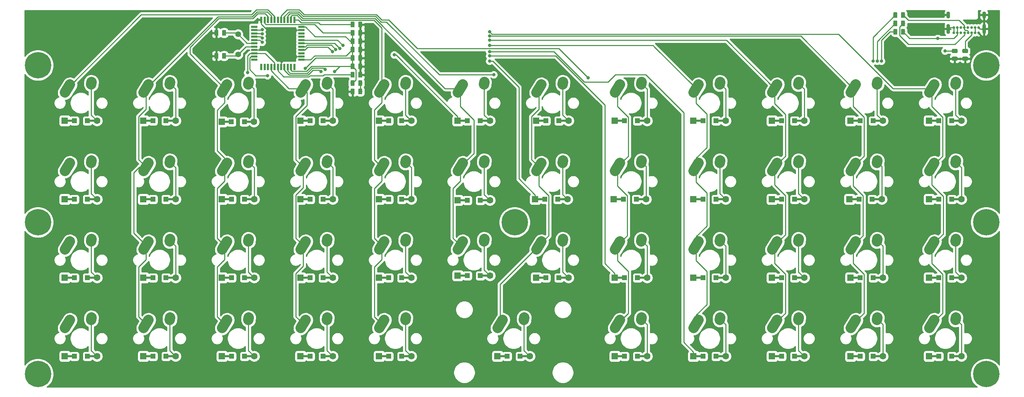
<source format=gbr>
G04 #@! TF.GenerationSoftware,KiCad,Pcbnew,(5.1.0)-1*
G04 #@! TF.CreationDate,2020-09-20T16:50:51-04:00*
G04 #@! TF.ProjectId,keyboard,6b657962-6f61-4726-942e-6b696361645f,rev?*
G04 #@! TF.SameCoordinates,Original*
G04 #@! TF.FileFunction,Copper,L2,Bot*
G04 #@! TF.FilePolarity,Positive*
%FSLAX46Y46*%
G04 Gerber Fmt 4.6, Leading zero omitted, Abs format (unit mm)*
G04 Created by KiCad (PCBNEW (5.1.0)-1) date 2020-09-20 16:50:51*
%MOMM*%
%LPD*%
G04 APERTURE LIST*
%ADD10C,0.020000*%
%ADD11C,0.975000*%
%ADD12R,0.550000X1.500000*%
%ADD13R,1.500000X0.550000*%
%ADD14C,6.400000*%
%ADD15R,1.200000X1.200000*%
%ADD16R,1.600000X1.600000*%
%ADD17C,1.600000*%
%ADD18R,2.500000X0.500000*%
%ADD19O,0.900000X1.700000*%
%ADD20O,0.900000X2.400000*%
%ADD21C,0.650000*%
%ADD22C,2.500000*%
%ADD23C,2.500000*%
%ADD24C,1.400000*%
%ADD25C,0.800000*%
%ADD26C,0.250000*%
%ADD27C,0.254000*%
G04 APERTURE END LIST*
D10*
G36*
X95850142Y-54165174D02*
G01*
X95873803Y-54168684D01*
X95897007Y-54174496D01*
X95919529Y-54182554D01*
X95941153Y-54192782D01*
X95961670Y-54205079D01*
X95980883Y-54219329D01*
X95998607Y-54235393D01*
X96014671Y-54253117D01*
X96028921Y-54272330D01*
X96041218Y-54292847D01*
X96051446Y-54314471D01*
X96059504Y-54336993D01*
X96065316Y-54360197D01*
X96068826Y-54383858D01*
X96070000Y-54407750D01*
X96070000Y-55320250D01*
X96068826Y-55344142D01*
X96065316Y-55367803D01*
X96059504Y-55391007D01*
X96051446Y-55413529D01*
X96041218Y-55435153D01*
X96028921Y-55455670D01*
X96014671Y-55474883D01*
X95998607Y-55492607D01*
X95980883Y-55508671D01*
X95961670Y-55522921D01*
X95941153Y-55535218D01*
X95919529Y-55545446D01*
X95897007Y-55553504D01*
X95873803Y-55559316D01*
X95850142Y-55562826D01*
X95826250Y-55564000D01*
X95338750Y-55564000D01*
X95314858Y-55562826D01*
X95291197Y-55559316D01*
X95267993Y-55553504D01*
X95245471Y-55545446D01*
X95223847Y-55535218D01*
X95203330Y-55522921D01*
X95184117Y-55508671D01*
X95166393Y-55492607D01*
X95150329Y-55474883D01*
X95136079Y-55455670D01*
X95123782Y-55435153D01*
X95113554Y-55413529D01*
X95105496Y-55391007D01*
X95099684Y-55367803D01*
X95096174Y-55344142D01*
X95095000Y-55320250D01*
X95095000Y-54407750D01*
X95096174Y-54383858D01*
X95099684Y-54360197D01*
X95105496Y-54336993D01*
X95113554Y-54314471D01*
X95123782Y-54292847D01*
X95136079Y-54272330D01*
X95150329Y-54253117D01*
X95166393Y-54235393D01*
X95184117Y-54219329D01*
X95203330Y-54205079D01*
X95223847Y-54192782D01*
X95245471Y-54182554D01*
X95267993Y-54174496D01*
X95291197Y-54168684D01*
X95314858Y-54165174D01*
X95338750Y-54164000D01*
X95826250Y-54164000D01*
X95850142Y-54165174D01*
X95850142Y-54165174D01*
G37*
D11*
X95582500Y-54864000D03*
D10*
G36*
X97725142Y-54165174D02*
G01*
X97748803Y-54168684D01*
X97772007Y-54174496D01*
X97794529Y-54182554D01*
X97816153Y-54192782D01*
X97836670Y-54205079D01*
X97855883Y-54219329D01*
X97873607Y-54235393D01*
X97889671Y-54253117D01*
X97903921Y-54272330D01*
X97916218Y-54292847D01*
X97926446Y-54314471D01*
X97934504Y-54336993D01*
X97940316Y-54360197D01*
X97943826Y-54383858D01*
X97945000Y-54407750D01*
X97945000Y-55320250D01*
X97943826Y-55344142D01*
X97940316Y-55367803D01*
X97934504Y-55391007D01*
X97926446Y-55413529D01*
X97916218Y-55435153D01*
X97903921Y-55455670D01*
X97889671Y-55474883D01*
X97873607Y-55492607D01*
X97855883Y-55508671D01*
X97836670Y-55522921D01*
X97816153Y-55535218D01*
X97794529Y-55545446D01*
X97772007Y-55553504D01*
X97748803Y-55559316D01*
X97725142Y-55562826D01*
X97701250Y-55564000D01*
X97213750Y-55564000D01*
X97189858Y-55562826D01*
X97166197Y-55559316D01*
X97142993Y-55553504D01*
X97120471Y-55545446D01*
X97098847Y-55535218D01*
X97078330Y-55522921D01*
X97059117Y-55508671D01*
X97041393Y-55492607D01*
X97025329Y-55474883D01*
X97011079Y-55455670D01*
X96998782Y-55435153D01*
X96988554Y-55413529D01*
X96980496Y-55391007D01*
X96974684Y-55367803D01*
X96971174Y-55344142D01*
X96970000Y-55320250D01*
X96970000Y-54407750D01*
X96971174Y-54383858D01*
X96974684Y-54360197D01*
X96980496Y-54336993D01*
X96988554Y-54314471D01*
X96998782Y-54292847D01*
X97011079Y-54272330D01*
X97025329Y-54253117D01*
X97041393Y-54235393D01*
X97059117Y-54219329D01*
X97078330Y-54205079D01*
X97098847Y-54192782D01*
X97120471Y-54182554D01*
X97142993Y-54174496D01*
X97166197Y-54168684D01*
X97189858Y-54165174D01*
X97213750Y-54164000D01*
X97701250Y-54164000D01*
X97725142Y-54165174D01*
X97725142Y-54165174D01*
G37*
D11*
X97457500Y-54864000D03*
D10*
G36*
X95850142Y-52133174D02*
G01*
X95873803Y-52136684D01*
X95897007Y-52142496D01*
X95919529Y-52150554D01*
X95941153Y-52160782D01*
X95961670Y-52173079D01*
X95980883Y-52187329D01*
X95998607Y-52203393D01*
X96014671Y-52221117D01*
X96028921Y-52240330D01*
X96041218Y-52260847D01*
X96051446Y-52282471D01*
X96059504Y-52304993D01*
X96065316Y-52328197D01*
X96068826Y-52351858D01*
X96070000Y-52375750D01*
X96070000Y-53288250D01*
X96068826Y-53312142D01*
X96065316Y-53335803D01*
X96059504Y-53359007D01*
X96051446Y-53381529D01*
X96041218Y-53403153D01*
X96028921Y-53423670D01*
X96014671Y-53442883D01*
X95998607Y-53460607D01*
X95980883Y-53476671D01*
X95961670Y-53490921D01*
X95941153Y-53503218D01*
X95919529Y-53513446D01*
X95897007Y-53521504D01*
X95873803Y-53527316D01*
X95850142Y-53530826D01*
X95826250Y-53532000D01*
X95338750Y-53532000D01*
X95314858Y-53530826D01*
X95291197Y-53527316D01*
X95267993Y-53521504D01*
X95245471Y-53513446D01*
X95223847Y-53503218D01*
X95203330Y-53490921D01*
X95184117Y-53476671D01*
X95166393Y-53460607D01*
X95150329Y-53442883D01*
X95136079Y-53423670D01*
X95123782Y-53403153D01*
X95113554Y-53381529D01*
X95105496Y-53359007D01*
X95099684Y-53335803D01*
X95096174Y-53312142D01*
X95095000Y-53288250D01*
X95095000Y-52375750D01*
X95096174Y-52351858D01*
X95099684Y-52328197D01*
X95105496Y-52304993D01*
X95113554Y-52282471D01*
X95123782Y-52260847D01*
X95136079Y-52240330D01*
X95150329Y-52221117D01*
X95166393Y-52203393D01*
X95184117Y-52187329D01*
X95203330Y-52173079D01*
X95223847Y-52160782D01*
X95245471Y-52150554D01*
X95267993Y-52142496D01*
X95291197Y-52136684D01*
X95314858Y-52133174D01*
X95338750Y-52132000D01*
X95826250Y-52132000D01*
X95850142Y-52133174D01*
X95850142Y-52133174D01*
G37*
D11*
X95582500Y-52832000D03*
D10*
G36*
X97725142Y-52133174D02*
G01*
X97748803Y-52136684D01*
X97772007Y-52142496D01*
X97794529Y-52150554D01*
X97816153Y-52160782D01*
X97836670Y-52173079D01*
X97855883Y-52187329D01*
X97873607Y-52203393D01*
X97889671Y-52221117D01*
X97903921Y-52240330D01*
X97916218Y-52260847D01*
X97926446Y-52282471D01*
X97934504Y-52304993D01*
X97940316Y-52328197D01*
X97943826Y-52351858D01*
X97945000Y-52375750D01*
X97945000Y-53288250D01*
X97943826Y-53312142D01*
X97940316Y-53335803D01*
X97934504Y-53359007D01*
X97926446Y-53381529D01*
X97916218Y-53403153D01*
X97903921Y-53423670D01*
X97889671Y-53442883D01*
X97873607Y-53460607D01*
X97855883Y-53476671D01*
X97836670Y-53490921D01*
X97816153Y-53503218D01*
X97794529Y-53513446D01*
X97772007Y-53521504D01*
X97748803Y-53527316D01*
X97725142Y-53530826D01*
X97701250Y-53532000D01*
X97213750Y-53532000D01*
X97189858Y-53530826D01*
X97166197Y-53527316D01*
X97142993Y-53521504D01*
X97120471Y-53513446D01*
X97098847Y-53503218D01*
X97078330Y-53490921D01*
X97059117Y-53476671D01*
X97041393Y-53460607D01*
X97025329Y-53442883D01*
X97011079Y-53423670D01*
X96998782Y-53403153D01*
X96988554Y-53381529D01*
X96980496Y-53359007D01*
X96974684Y-53335803D01*
X96971174Y-53312142D01*
X96970000Y-53288250D01*
X96970000Y-52375750D01*
X96971174Y-52351858D01*
X96974684Y-52328197D01*
X96980496Y-52304993D01*
X96988554Y-52282471D01*
X96998782Y-52260847D01*
X97011079Y-52240330D01*
X97025329Y-52221117D01*
X97041393Y-52203393D01*
X97059117Y-52187329D01*
X97078330Y-52173079D01*
X97098847Y-52160782D01*
X97120471Y-52150554D01*
X97142993Y-52142496D01*
X97166197Y-52136684D01*
X97189858Y-52133174D01*
X97213750Y-52132000D01*
X97701250Y-52132000D01*
X97725142Y-52133174D01*
X97725142Y-52133174D01*
G37*
D11*
X97457500Y-52832000D03*
D12*
X81470000Y-48880000D03*
X80670000Y-48880000D03*
X79870000Y-48880000D03*
X79070000Y-48880000D03*
X78270000Y-48880000D03*
X77470000Y-48880000D03*
X76670000Y-48880000D03*
X75870000Y-48880000D03*
X75070000Y-48880000D03*
X74270000Y-48880000D03*
X73470000Y-48880000D03*
D13*
X71770000Y-47180000D03*
X71770000Y-46380000D03*
X71770000Y-45580000D03*
X71770000Y-44780000D03*
X71770000Y-43980000D03*
X71770000Y-43180000D03*
X71770000Y-42380000D03*
X71770000Y-41580000D03*
X71770000Y-40780000D03*
X71770000Y-39980000D03*
X71770000Y-39180000D03*
D12*
X73470000Y-37480000D03*
X74270000Y-37480000D03*
X75070000Y-37480000D03*
X75870000Y-37480000D03*
X76670000Y-37480000D03*
X77470000Y-37480000D03*
X78270000Y-37480000D03*
X79070000Y-37480000D03*
X79870000Y-37480000D03*
X80670000Y-37480000D03*
X81470000Y-37480000D03*
D13*
X83170000Y-39180000D03*
X83170000Y-39980000D03*
X83170000Y-40780000D03*
X83170000Y-41580000D03*
X83170000Y-42380000D03*
X83170000Y-43180000D03*
X83170000Y-43980000D03*
X83170000Y-44780000D03*
X83170000Y-45580000D03*
X83170000Y-46380000D03*
X83170000Y-47180000D03*
D10*
G36*
X97725142Y-39941174D02*
G01*
X97748803Y-39944684D01*
X97772007Y-39950496D01*
X97794529Y-39958554D01*
X97816153Y-39968782D01*
X97836670Y-39981079D01*
X97855883Y-39995329D01*
X97873607Y-40011393D01*
X97889671Y-40029117D01*
X97903921Y-40048330D01*
X97916218Y-40068847D01*
X97926446Y-40090471D01*
X97934504Y-40112993D01*
X97940316Y-40136197D01*
X97943826Y-40159858D01*
X97945000Y-40183750D01*
X97945000Y-41096250D01*
X97943826Y-41120142D01*
X97940316Y-41143803D01*
X97934504Y-41167007D01*
X97926446Y-41189529D01*
X97916218Y-41211153D01*
X97903921Y-41231670D01*
X97889671Y-41250883D01*
X97873607Y-41268607D01*
X97855883Y-41284671D01*
X97836670Y-41298921D01*
X97816153Y-41311218D01*
X97794529Y-41321446D01*
X97772007Y-41329504D01*
X97748803Y-41335316D01*
X97725142Y-41338826D01*
X97701250Y-41340000D01*
X97213750Y-41340000D01*
X97189858Y-41338826D01*
X97166197Y-41335316D01*
X97142993Y-41329504D01*
X97120471Y-41321446D01*
X97098847Y-41311218D01*
X97078330Y-41298921D01*
X97059117Y-41284671D01*
X97041393Y-41268607D01*
X97025329Y-41250883D01*
X97011079Y-41231670D01*
X96998782Y-41211153D01*
X96988554Y-41189529D01*
X96980496Y-41167007D01*
X96974684Y-41143803D01*
X96971174Y-41120142D01*
X96970000Y-41096250D01*
X96970000Y-40183750D01*
X96971174Y-40159858D01*
X96974684Y-40136197D01*
X96980496Y-40112993D01*
X96988554Y-40090471D01*
X96998782Y-40068847D01*
X97011079Y-40048330D01*
X97025329Y-40029117D01*
X97041393Y-40011393D01*
X97059117Y-39995329D01*
X97078330Y-39981079D01*
X97098847Y-39968782D01*
X97120471Y-39958554D01*
X97142993Y-39950496D01*
X97166197Y-39944684D01*
X97189858Y-39941174D01*
X97213750Y-39940000D01*
X97701250Y-39940000D01*
X97725142Y-39941174D01*
X97725142Y-39941174D01*
G37*
D11*
X97457500Y-40640000D03*
D10*
G36*
X95850142Y-39941174D02*
G01*
X95873803Y-39944684D01*
X95897007Y-39950496D01*
X95919529Y-39958554D01*
X95941153Y-39968782D01*
X95961670Y-39981079D01*
X95980883Y-39995329D01*
X95998607Y-40011393D01*
X96014671Y-40029117D01*
X96028921Y-40048330D01*
X96041218Y-40068847D01*
X96051446Y-40090471D01*
X96059504Y-40112993D01*
X96065316Y-40136197D01*
X96068826Y-40159858D01*
X96070000Y-40183750D01*
X96070000Y-41096250D01*
X96068826Y-41120142D01*
X96065316Y-41143803D01*
X96059504Y-41167007D01*
X96051446Y-41189529D01*
X96041218Y-41211153D01*
X96028921Y-41231670D01*
X96014671Y-41250883D01*
X95998607Y-41268607D01*
X95980883Y-41284671D01*
X95961670Y-41298921D01*
X95941153Y-41311218D01*
X95919529Y-41321446D01*
X95897007Y-41329504D01*
X95873803Y-41335316D01*
X95850142Y-41338826D01*
X95826250Y-41340000D01*
X95338750Y-41340000D01*
X95314858Y-41338826D01*
X95291197Y-41335316D01*
X95267993Y-41329504D01*
X95245471Y-41321446D01*
X95223847Y-41311218D01*
X95203330Y-41298921D01*
X95184117Y-41284671D01*
X95166393Y-41268607D01*
X95150329Y-41250883D01*
X95136079Y-41231670D01*
X95123782Y-41211153D01*
X95113554Y-41189529D01*
X95105496Y-41167007D01*
X95099684Y-41143803D01*
X95096174Y-41120142D01*
X95095000Y-41096250D01*
X95095000Y-40183750D01*
X95096174Y-40159858D01*
X95099684Y-40136197D01*
X95105496Y-40112993D01*
X95113554Y-40090471D01*
X95123782Y-40068847D01*
X95136079Y-40048330D01*
X95150329Y-40029117D01*
X95166393Y-40011393D01*
X95184117Y-39995329D01*
X95203330Y-39981079D01*
X95223847Y-39968782D01*
X95245471Y-39958554D01*
X95267993Y-39950496D01*
X95291197Y-39944684D01*
X95314858Y-39941174D01*
X95338750Y-39940000D01*
X95826250Y-39940000D01*
X95850142Y-39941174D01*
X95850142Y-39941174D01*
G37*
D11*
X95582500Y-40640000D03*
D14*
X134874000Y-86614000D03*
X249174000Y-48514000D03*
X19304000Y-48514000D03*
X249174000Y-86614000D03*
X19304000Y-86614000D03*
X249174000Y-123444000D03*
X19304000Y-123444000D03*
D10*
G36*
X62830142Y-39941174D02*
G01*
X62853803Y-39944684D01*
X62877007Y-39950496D01*
X62899529Y-39958554D01*
X62921153Y-39968782D01*
X62941670Y-39981079D01*
X62960883Y-39995329D01*
X62978607Y-40011393D01*
X62994671Y-40029117D01*
X63008921Y-40048330D01*
X63021218Y-40068847D01*
X63031446Y-40090471D01*
X63039504Y-40112993D01*
X63045316Y-40136197D01*
X63048826Y-40159858D01*
X63050000Y-40183750D01*
X63050000Y-41096250D01*
X63048826Y-41120142D01*
X63045316Y-41143803D01*
X63039504Y-41167007D01*
X63031446Y-41189529D01*
X63021218Y-41211153D01*
X63008921Y-41231670D01*
X62994671Y-41250883D01*
X62978607Y-41268607D01*
X62960883Y-41284671D01*
X62941670Y-41298921D01*
X62921153Y-41311218D01*
X62899529Y-41321446D01*
X62877007Y-41329504D01*
X62853803Y-41335316D01*
X62830142Y-41338826D01*
X62806250Y-41340000D01*
X62318750Y-41340000D01*
X62294858Y-41338826D01*
X62271197Y-41335316D01*
X62247993Y-41329504D01*
X62225471Y-41321446D01*
X62203847Y-41311218D01*
X62183330Y-41298921D01*
X62164117Y-41284671D01*
X62146393Y-41268607D01*
X62130329Y-41250883D01*
X62116079Y-41231670D01*
X62103782Y-41211153D01*
X62093554Y-41189529D01*
X62085496Y-41167007D01*
X62079684Y-41143803D01*
X62076174Y-41120142D01*
X62075000Y-41096250D01*
X62075000Y-40183750D01*
X62076174Y-40159858D01*
X62079684Y-40136197D01*
X62085496Y-40112993D01*
X62093554Y-40090471D01*
X62103782Y-40068847D01*
X62116079Y-40048330D01*
X62130329Y-40029117D01*
X62146393Y-40011393D01*
X62164117Y-39995329D01*
X62183330Y-39981079D01*
X62203847Y-39968782D01*
X62225471Y-39958554D01*
X62247993Y-39950496D01*
X62271197Y-39944684D01*
X62294858Y-39941174D01*
X62318750Y-39940000D01*
X62806250Y-39940000D01*
X62830142Y-39941174D01*
X62830142Y-39941174D01*
G37*
D11*
X62562500Y-40640000D03*
D10*
G36*
X64705142Y-39941174D02*
G01*
X64728803Y-39944684D01*
X64752007Y-39950496D01*
X64774529Y-39958554D01*
X64796153Y-39968782D01*
X64816670Y-39981079D01*
X64835883Y-39995329D01*
X64853607Y-40011393D01*
X64869671Y-40029117D01*
X64883921Y-40048330D01*
X64896218Y-40068847D01*
X64906446Y-40090471D01*
X64914504Y-40112993D01*
X64920316Y-40136197D01*
X64923826Y-40159858D01*
X64925000Y-40183750D01*
X64925000Y-41096250D01*
X64923826Y-41120142D01*
X64920316Y-41143803D01*
X64914504Y-41167007D01*
X64906446Y-41189529D01*
X64896218Y-41211153D01*
X64883921Y-41231670D01*
X64869671Y-41250883D01*
X64853607Y-41268607D01*
X64835883Y-41284671D01*
X64816670Y-41298921D01*
X64796153Y-41311218D01*
X64774529Y-41321446D01*
X64752007Y-41329504D01*
X64728803Y-41335316D01*
X64705142Y-41338826D01*
X64681250Y-41340000D01*
X64193750Y-41340000D01*
X64169858Y-41338826D01*
X64146197Y-41335316D01*
X64122993Y-41329504D01*
X64100471Y-41321446D01*
X64078847Y-41311218D01*
X64058330Y-41298921D01*
X64039117Y-41284671D01*
X64021393Y-41268607D01*
X64005329Y-41250883D01*
X63991079Y-41231670D01*
X63978782Y-41211153D01*
X63968554Y-41189529D01*
X63960496Y-41167007D01*
X63954684Y-41143803D01*
X63951174Y-41120142D01*
X63950000Y-41096250D01*
X63950000Y-40183750D01*
X63951174Y-40159858D01*
X63954684Y-40136197D01*
X63960496Y-40112993D01*
X63968554Y-40090471D01*
X63978782Y-40068847D01*
X63991079Y-40048330D01*
X64005329Y-40029117D01*
X64021393Y-40011393D01*
X64039117Y-39995329D01*
X64058330Y-39981079D01*
X64078847Y-39968782D01*
X64100471Y-39958554D01*
X64122993Y-39950496D01*
X64146197Y-39944684D01*
X64169858Y-39941174D01*
X64193750Y-39940000D01*
X64681250Y-39940000D01*
X64705142Y-39941174D01*
X64705142Y-39941174D01*
G37*
D11*
X64437500Y-40640000D03*
D10*
G36*
X64705142Y-45529174D02*
G01*
X64728803Y-45532684D01*
X64752007Y-45538496D01*
X64774529Y-45546554D01*
X64796153Y-45556782D01*
X64816670Y-45569079D01*
X64835883Y-45583329D01*
X64853607Y-45599393D01*
X64869671Y-45617117D01*
X64883921Y-45636330D01*
X64896218Y-45656847D01*
X64906446Y-45678471D01*
X64914504Y-45700993D01*
X64920316Y-45724197D01*
X64923826Y-45747858D01*
X64925000Y-45771750D01*
X64925000Y-46684250D01*
X64923826Y-46708142D01*
X64920316Y-46731803D01*
X64914504Y-46755007D01*
X64906446Y-46777529D01*
X64896218Y-46799153D01*
X64883921Y-46819670D01*
X64869671Y-46838883D01*
X64853607Y-46856607D01*
X64835883Y-46872671D01*
X64816670Y-46886921D01*
X64796153Y-46899218D01*
X64774529Y-46909446D01*
X64752007Y-46917504D01*
X64728803Y-46923316D01*
X64705142Y-46926826D01*
X64681250Y-46928000D01*
X64193750Y-46928000D01*
X64169858Y-46926826D01*
X64146197Y-46923316D01*
X64122993Y-46917504D01*
X64100471Y-46909446D01*
X64078847Y-46899218D01*
X64058330Y-46886921D01*
X64039117Y-46872671D01*
X64021393Y-46856607D01*
X64005329Y-46838883D01*
X63991079Y-46819670D01*
X63978782Y-46799153D01*
X63968554Y-46777529D01*
X63960496Y-46755007D01*
X63954684Y-46731803D01*
X63951174Y-46708142D01*
X63950000Y-46684250D01*
X63950000Y-45771750D01*
X63951174Y-45747858D01*
X63954684Y-45724197D01*
X63960496Y-45700993D01*
X63968554Y-45678471D01*
X63978782Y-45656847D01*
X63991079Y-45636330D01*
X64005329Y-45617117D01*
X64021393Y-45599393D01*
X64039117Y-45583329D01*
X64058330Y-45569079D01*
X64078847Y-45556782D01*
X64100471Y-45546554D01*
X64122993Y-45538496D01*
X64146197Y-45532684D01*
X64169858Y-45529174D01*
X64193750Y-45528000D01*
X64681250Y-45528000D01*
X64705142Y-45529174D01*
X64705142Y-45529174D01*
G37*
D11*
X64437500Y-46228000D03*
D10*
G36*
X62830142Y-45529174D02*
G01*
X62853803Y-45532684D01*
X62877007Y-45538496D01*
X62899529Y-45546554D01*
X62921153Y-45556782D01*
X62941670Y-45569079D01*
X62960883Y-45583329D01*
X62978607Y-45599393D01*
X62994671Y-45617117D01*
X63008921Y-45636330D01*
X63021218Y-45656847D01*
X63031446Y-45678471D01*
X63039504Y-45700993D01*
X63045316Y-45724197D01*
X63048826Y-45747858D01*
X63050000Y-45771750D01*
X63050000Y-46684250D01*
X63048826Y-46708142D01*
X63045316Y-46731803D01*
X63039504Y-46755007D01*
X63031446Y-46777529D01*
X63021218Y-46799153D01*
X63008921Y-46819670D01*
X62994671Y-46838883D01*
X62978607Y-46856607D01*
X62960883Y-46872671D01*
X62941670Y-46886921D01*
X62921153Y-46899218D01*
X62899529Y-46909446D01*
X62877007Y-46917504D01*
X62853803Y-46923316D01*
X62830142Y-46926826D01*
X62806250Y-46928000D01*
X62318750Y-46928000D01*
X62294858Y-46926826D01*
X62271197Y-46923316D01*
X62247993Y-46917504D01*
X62225471Y-46909446D01*
X62203847Y-46899218D01*
X62183330Y-46886921D01*
X62164117Y-46872671D01*
X62146393Y-46856607D01*
X62130329Y-46838883D01*
X62116079Y-46819670D01*
X62103782Y-46799153D01*
X62093554Y-46777529D01*
X62085496Y-46755007D01*
X62079684Y-46731803D01*
X62076174Y-46708142D01*
X62075000Y-46684250D01*
X62075000Y-45771750D01*
X62076174Y-45747858D01*
X62079684Y-45724197D01*
X62085496Y-45700993D01*
X62093554Y-45678471D01*
X62103782Y-45656847D01*
X62116079Y-45636330D01*
X62130329Y-45617117D01*
X62146393Y-45599393D01*
X62164117Y-45583329D01*
X62183330Y-45569079D01*
X62203847Y-45556782D01*
X62225471Y-45546554D01*
X62247993Y-45538496D01*
X62271197Y-45532684D01*
X62294858Y-45529174D01*
X62318750Y-45528000D01*
X62806250Y-45528000D01*
X62830142Y-45529174D01*
X62830142Y-45529174D01*
G37*
D11*
X62562500Y-46228000D03*
D10*
G36*
X95850142Y-41973174D02*
G01*
X95873803Y-41976684D01*
X95897007Y-41982496D01*
X95919529Y-41990554D01*
X95941153Y-42000782D01*
X95961670Y-42013079D01*
X95980883Y-42027329D01*
X95998607Y-42043393D01*
X96014671Y-42061117D01*
X96028921Y-42080330D01*
X96041218Y-42100847D01*
X96051446Y-42122471D01*
X96059504Y-42144993D01*
X96065316Y-42168197D01*
X96068826Y-42191858D01*
X96070000Y-42215750D01*
X96070000Y-43128250D01*
X96068826Y-43152142D01*
X96065316Y-43175803D01*
X96059504Y-43199007D01*
X96051446Y-43221529D01*
X96041218Y-43243153D01*
X96028921Y-43263670D01*
X96014671Y-43282883D01*
X95998607Y-43300607D01*
X95980883Y-43316671D01*
X95961670Y-43330921D01*
X95941153Y-43343218D01*
X95919529Y-43353446D01*
X95897007Y-43361504D01*
X95873803Y-43367316D01*
X95850142Y-43370826D01*
X95826250Y-43372000D01*
X95338750Y-43372000D01*
X95314858Y-43370826D01*
X95291197Y-43367316D01*
X95267993Y-43361504D01*
X95245471Y-43353446D01*
X95223847Y-43343218D01*
X95203330Y-43330921D01*
X95184117Y-43316671D01*
X95166393Y-43300607D01*
X95150329Y-43282883D01*
X95136079Y-43263670D01*
X95123782Y-43243153D01*
X95113554Y-43221529D01*
X95105496Y-43199007D01*
X95099684Y-43175803D01*
X95096174Y-43152142D01*
X95095000Y-43128250D01*
X95095000Y-42215750D01*
X95096174Y-42191858D01*
X95099684Y-42168197D01*
X95105496Y-42144993D01*
X95113554Y-42122471D01*
X95123782Y-42100847D01*
X95136079Y-42080330D01*
X95150329Y-42061117D01*
X95166393Y-42043393D01*
X95184117Y-42027329D01*
X95203330Y-42013079D01*
X95223847Y-42000782D01*
X95245471Y-41990554D01*
X95267993Y-41982496D01*
X95291197Y-41976684D01*
X95314858Y-41973174D01*
X95338750Y-41972000D01*
X95826250Y-41972000D01*
X95850142Y-41973174D01*
X95850142Y-41973174D01*
G37*
D11*
X95582500Y-42672000D03*
D10*
G36*
X97725142Y-41973174D02*
G01*
X97748803Y-41976684D01*
X97772007Y-41982496D01*
X97794529Y-41990554D01*
X97816153Y-42000782D01*
X97836670Y-42013079D01*
X97855883Y-42027329D01*
X97873607Y-42043393D01*
X97889671Y-42061117D01*
X97903921Y-42080330D01*
X97916218Y-42100847D01*
X97926446Y-42122471D01*
X97934504Y-42144993D01*
X97940316Y-42168197D01*
X97943826Y-42191858D01*
X97945000Y-42215750D01*
X97945000Y-43128250D01*
X97943826Y-43152142D01*
X97940316Y-43175803D01*
X97934504Y-43199007D01*
X97926446Y-43221529D01*
X97916218Y-43243153D01*
X97903921Y-43263670D01*
X97889671Y-43282883D01*
X97873607Y-43300607D01*
X97855883Y-43316671D01*
X97836670Y-43330921D01*
X97816153Y-43343218D01*
X97794529Y-43353446D01*
X97772007Y-43361504D01*
X97748803Y-43367316D01*
X97725142Y-43370826D01*
X97701250Y-43372000D01*
X97213750Y-43372000D01*
X97189858Y-43370826D01*
X97166197Y-43367316D01*
X97142993Y-43361504D01*
X97120471Y-43353446D01*
X97098847Y-43343218D01*
X97078330Y-43330921D01*
X97059117Y-43316671D01*
X97041393Y-43300607D01*
X97025329Y-43282883D01*
X97011079Y-43263670D01*
X96998782Y-43243153D01*
X96988554Y-43221529D01*
X96980496Y-43199007D01*
X96974684Y-43175803D01*
X96971174Y-43152142D01*
X96970000Y-43128250D01*
X96970000Y-42215750D01*
X96971174Y-42191858D01*
X96974684Y-42168197D01*
X96980496Y-42144993D01*
X96988554Y-42122471D01*
X96998782Y-42100847D01*
X97011079Y-42080330D01*
X97025329Y-42061117D01*
X97041393Y-42043393D01*
X97059117Y-42027329D01*
X97078330Y-42013079D01*
X97098847Y-42000782D01*
X97120471Y-41990554D01*
X97142993Y-41982496D01*
X97166197Y-41976684D01*
X97189858Y-41973174D01*
X97213750Y-41972000D01*
X97701250Y-41972000D01*
X97725142Y-41973174D01*
X97725142Y-41973174D01*
G37*
D11*
X97457500Y-42672000D03*
D10*
G36*
X97725142Y-44005174D02*
G01*
X97748803Y-44008684D01*
X97772007Y-44014496D01*
X97794529Y-44022554D01*
X97816153Y-44032782D01*
X97836670Y-44045079D01*
X97855883Y-44059329D01*
X97873607Y-44075393D01*
X97889671Y-44093117D01*
X97903921Y-44112330D01*
X97916218Y-44132847D01*
X97926446Y-44154471D01*
X97934504Y-44176993D01*
X97940316Y-44200197D01*
X97943826Y-44223858D01*
X97945000Y-44247750D01*
X97945000Y-45160250D01*
X97943826Y-45184142D01*
X97940316Y-45207803D01*
X97934504Y-45231007D01*
X97926446Y-45253529D01*
X97916218Y-45275153D01*
X97903921Y-45295670D01*
X97889671Y-45314883D01*
X97873607Y-45332607D01*
X97855883Y-45348671D01*
X97836670Y-45362921D01*
X97816153Y-45375218D01*
X97794529Y-45385446D01*
X97772007Y-45393504D01*
X97748803Y-45399316D01*
X97725142Y-45402826D01*
X97701250Y-45404000D01*
X97213750Y-45404000D01*
X97189858Y-45402826D01*
X97166197Y-45399316D01*
X97142993Y-45393504D01*
X97120471Y-45385446D01*
X97098847Y-45375218D01*
X97078330Y-45362921D01*
X97059117Y-45348671D01*
X97041393Y-45332607D01*
X97025329Y-45314883D01*
X97011079Y-45295670D01*
X96998782Y-45275153D01*
X96988554Y-45253529D01*
X96980496Y-45231007D01*
X96974684Y-45207803D01*
X96971174Y-45184142D01*
X96970000Y-45160250D01*
X96970000Y-44247750D01*
X96971174Y-44223858D01*
X96974684Y-44200197D01*
X96980496Y-44176993D01*
X96988554Y-44154471D01*
X96998782Y-44132847D01*
X97011079Y-44112330D01*
X97025329Y-44093117D01*
X97041393Y-44075393D01*
X97059117Y-44059329D01*
X97078330Y-44045079D01*
X97098847Y-44032782D01*
X97120471Y-44022554D01*
X97142993Y-44014496D01*
X97166197Y-44008684D01*
X97189858Y-44005174D01*
X97213750Y-44004000D01*
X97701250Y-44004000D01*
X97725142Y-44005174D01*
X97725142Y-44005174D01*
G37*
D11*
X97457500Y-44704000D03*
D10*
G36*
X95850142Y-44005174D02*
G01*
X95873803Y-44008684D01*
X95897007Y-44014496D01*
X95919529Y-44022554D01*
X95941153Y-44032782D01*
X95961670Y-44045079D01*
X95980883Y-44059329D01*
X95998607Y-44075393D01*
X96014671Y-44093117D01*
X96028921Y-44112330D01*
X96041218Y-44132847D01*
X96051446Y-44154471D01*
X96059504Y-44176993D01*
X96065316Y-44200197D01*
X96068826Y-44223858D01*
X96070000Y-44247750D01*
X96070000Y-45160250D01*
X96068826Y-45184142D01*
X96065316Y-45207803D01*
X96059504Y-45231007D01*
X96051446Y-45253529D01*
X96041218Y-45275153D01*
X96028921Y-45295670D01*
X96014671Y-45314883D01*
X95998607Y-45332607D01*
X95980883Y-45348671D01*
X95961670Y-45362921D01*
X95941153Y-45375218D01*
X95919529Y-45385446D01*
X95897007Y-45393504D01*
X95873803Y-45399316D01*
X95850142Y-45402826D01*
X95826250Y-45404000D01*
X95338750Y-45404000D01*
X95314858Y-45402826D01*
X95291197Y-45399316D01*
X95267993Y-45393504D01*
X95245471Y-45385446D01*
X95223847Y-45375218D01*
X95203330Y-45362921D01*
X95184117Y-45348671D01*
X95166393Y-45332607D01*
X95150329Y-45314883D01*
X95136079Y-45295670D01*
X95123782Y-45275153D01*
X95113554Y-45253529D01*
X95105496Y-45231007D01*
X95099684Y-45207803D01*
X95096174Y-45184142D01*
X95095000Y-45160250D01*
X95095000Y-44247750D01*
X95096174Y-44223858D01*
X95099684Y-44200197D01*
X95105496Y-44176993D01*
X95113554Y-44154471D01*
X95123782Y-44132847D01*
X95136079Y-44112330D01*
X95150329Y-44093117D01*
X95166393Y-44075393D01*
X95184117Y-44059329D01*
X95203330Y-44045079D01*
X95223847Y-44032782D01*
X95245471Y-44022554D01*
X95267993Y-44014496D01*
X95291197Y-44008684D01*
X95314858Y-44005174D01*
X95338750Y-44004000D01*
X95826250Y-44004000D01*
X95850142Y-44005174D01*
X95850142Y-44005174D01*
G37*
D11*
X95582500Y-44704000D03*
D10*
G36*
X95850142Y-46037174D02*
G01*
X95873803Y-46040684D01*
X95897007Y-46046496D01*
X95919529Y-46054554D01*
X95941153Y-46064782D01*
X95961670Y-46077079D01*
X95980883Y-46091329D01*
X95998607Y-46107393D01*
X96014671Y-46125117D01*
X96028921Y-46144330D01*
X96041218Y-46164847D01*
X96051446Y-46186471D01*
X96059504Y-46208993D01*
X96065316Y-46232197D01*
X96068826Y-46255858D01*
X96070000Y-46279750D01*
X96070000Y-47192250D01*
X96068826Y-47216142D01*
X96065316Y-47239803D01*
X96059504Y-47263007D01*
X96051446Y-47285529D01*
X96041218Y-47307153D01*
X96028921Y-47327670D01*
X96014671Y-47346883D01*
X95998607Y-47364607D01*
X95980883Y-47380671D01*
X95961670Y-47394921D01*
X95941153Y-47407218D01*
X95919529Y-47417446D01*
X95897007Y-47425504D01*
X95873803Y-47431316D01*
X95850142Y-47434826D01*
X95826250Y-47436000D01*
X95338750Y-47436000D01*
X95314858Y-47434826D01*
X95291197Y-47431316D01*
X95267993Y-47425504D01*
X95245471Y-47417446D01*
X95223847Y-47407218D01*
X95203330Y-47394921D01*
X95184117Y-47380671D01*
X95166393Y-47364607D01*
X95150329Y-47346883D01*
X95136079Y-47327670D01*
X95123782Y-47307153D01*
X95113554Y-47285529D01*
X95105496Y-47263007D01*
X95099684Y-47239803D01*
X95096174Y-47216142D01*
X95095000Y-47192250D01*
X95095000Y-46279750D01*
X95096174Y-46255858D01*
X95099684Y-46232197D01*
X95105496Y-46208993D01*
X95113554Y-46186471D01*
X95123782Y-46164847D01*
X95136079Y-46144330D01*
X95150329Y-46125117D01*
X95166393Y-46107393D01*
X95184117Y-46091329D01*
X95203330Y-46077079D01*
X95223847Y-46064782D01*
X95245471Y-46054554D01*
X95267993Y-46046496D01*
X95291197Y-46040684D01*
X95314858Y-46037174D01*
X95338750Y-46036000D01*
X95826250Y-46036000D01*
X95850142Y-46037174D01*
X95850142Y-46037174D01*
G37*
D11*
X95582500Y-46736000D03*
D10*
G36*
X97725142Y-46037174D02*
G01*
X97748803Y-46040684D01*
X97772007Y-46046496D01*
X97794529Y-46054554D01*
X97816153Y-46064782D01*
X97836670Y-46077079D01*
X97855883Y-46091329D01*
X97873607Y-46107393D01*
X97889671Y-46125117D01*
X97903921Y-46144330D01*
X97916218Y-46164847D01*
X97926446Y-46186471D01*
X97934504Y-46208993D01*
X97940316Y-46232197D01*
X97943826Y-46255858D01*
X97945000Y-46279750D01*
X97945000Y-47192250D01*
X97943826Y-47216142D01*
X97940316Y-47239803D01*
X97934504Y-47263007D01*
X97926446Y-47285529D01*
X97916218Y-47307153D01*
X97903921Y-47327670D01*
X97889671Y-47346883D01*
X97873607Y-47364607D01*
X97855883Y-47380671D01*
X97836670Y-47394921D01*
X97816153Y-47407218D01*
X97794529Y-47417446D01*
X97772007Y-47425504D01*
X97748803Y-47431316D01*
X97725142Y-47434826D01*
X97701250Y-47436000D01*
X97213750Y-47436000D01*
X97189858Y-47434826D01*
X97166197Y-47431316D01*
X97142993Y-47425504D01*
X97120471Y-47417446D01*
X97098847Y-47407218D01*
X97078330Y-47394921D01*
X97059117Y-47380671D01*
X97041393Y-47364607D01*
X97025329Y-47346883D01*
X97011079Y-47327670D01*
X96998782Y-47307153D01*
X96988554Y-47285529D01*
X96980496Y-47263007D01*
X96974684Y-47239803D01*
X96971174Y-47216142D01*
X96970000Y-47192250D01*
X96970000Y-46279750D01*
X96971174Y-46255858D01*
X96974684Y-46232197D01*
X96980496Y-46208993D01*
X96988554Y-46186471D01*
X96998782Y-46164847D01*
X97011079Y-46144330D01*
X97025329Y-46125117D01*
X97041393Y-46107393D01*
X97059117Y-46091329D01*
X97078330Y-46077079D01*
X97098847Y-46064782D01*
X97120471Y-46054554D01*
X97142993Y-46046496D01*
X97166197Y-46040684D01*
X97189858Y-46037174D01*
X97213750Y-46036000D01*
X97701250Y-46036000D01*
X97725142Y-46037174D01*
X97725142Y-46037174D01*
G37*
D11*
X97457500Y-46736000D03*
D10*
G36*
X97725142Y-48069174D02*
G01*
X97748803Y-48072684D01*
X97772007Y-48078496D01*
X97794529Y-48086554D01*
X97816153Y-48096782D01*
X97836670Y-48109079D01*
X97855883Y-48123329D01*
X97873607Y-48139393D01*
X97889671Y-48157117D01*
X97903921Y-48176330D01*
X97916218Y-48196847D01*
X97926446Y-48218471D01*
X97934504Y-48240993D01*
X97940316Y-48264197D01*
X97943826Y-48287858D01*
X97945000Y-48311750D01*
X97945000Y-49224250D01*
X97943826Y-49248142D01*
X97940316Y-49271803D01*
X97934504Y-49295007D01*
X97926446Y-49317529D01*
X97916218Y-49339153D01*
X97903921Y-49359670D01*
X97889671Y-49378883D01*
X97873607Y-49396607D01*
X97855883Y-49412671D01*
X97836670Y-49426921D01*
X97816153Y-49439218D01*
X97794529Y-49449446D01*
X97772007Y-49457504D01*
X97748803Y-49463316D01*
X97725142Y-49466826D01*
X97701250Y-49468000D01*
X97213750Y-49468000D01*
X97189858Y-49466826D01*
X97166197Y-49463316D01*
X97142993Y-49457504D01*
X97120471Y-49449446D01*
X97098847Y-49439218D01*
X97078330Y-49426921D01*
X97059117Y-49412671D01*
X97041393Y-49396607D01*
X97025329Y-49378883D01*
X97011079Y-49359670D01*
X96998782Y-49339153D01*
X96988554Y-49317529D01*
X96980496Y-49295007D01*
X96974684Y-49271803D01*
X96971174Y-49248142D01*
X96970000Y-49224250D01*
X96970000Y-48311750D01*
X96971174Y-48287858D01*
X96974684Y-48264197D01*
X96980496Y-48240993D01*
X96988554Y-48218471D01*
X96998782Y-48196847D01*
X97011079Y-48176330D01*
X97025329Y-48157117D01*
X97041393Y-48139393D01*
X97059117Y-48123329D01*
X97078330Y-48109079D01*
X97098847Y-48096782D01*
X97120471Y-48086554D01*
X97142993Y-48078496D01*
X97166197Y-48072684D01*
X97189858Y-48069174D01*
X97213750Y-48068000D01*
X97701250Y-48068000D01*
X97725142Y-48069174D01*
X97725142Y-48069174D01*
G37*
D11*
X97457500Y-48768000D03*
D10*
G36*
X95850142Y-48069174D02*
G01*
X95873803Y-48072684D01*
X95897007Y-48078496D01*
X95919529Y-48086554D01*
X95941153Y-48096782D01*
X95961670Y-48109079D01*
X95980883Y-48123329D01*
X95998607Y-48139393D01*
X96014671Y-48157117D01*
X96028921Y-48176330D01*
X96041218Y-48196847D01*
X96051446Y-48218471D01*
X96059504Y-48240993D01*
X96065316Y-48264197D01*
X96068826Y-48287858D01*
X96070000Y-48311750D01*
X96070000Y-49224250D01*
X96068826Y-49248142D01*
X96065316Y-49271803D01*
X96059504Y-49295007D01*
X96051446Y-49317529D01*
X96041218Y-49339153D01*
X96028921Y-49359670D01*
X96014671Y-49378883D01*
X95998607Y-49396607D01*
X95980883Y-49412671D01*
X95961670Y-49426921D01*
X95941153Y-49439218D01*
X95919529Y-49449446D01*
X95897007Y-49457504D01*
X95873803Y-49463316D01*
X95850142Y-49466826D01*
X95826250Y-49468000D01*
X95338750Y-49468000D01*
X95314858Y-49466826D01*
X95291197Y-49463316D01*
X95267993Y-49457504D01*
X95245471Y-49449446D01*
X95223847Y-49439218D01*
X95203330Y-49426921D01*
X95184117Y-49412671D01*
X95166393Y-49396607D01*
X95150329Y-49378883D01*
X95136079Y-49359670D01*
X95123782Y-49339153D01*
X95113554Y-49317529D01*
X95105496Y-49295007D01*
X95099684Y-49271803D01*
X95096174Y-49248142D01*
X95095000Y-49224250D01*
X95095000Y-48311750D01*
X95096174Y-48287858D01*
X95099684Y-48264197D01*
X95105496Y-48240993D01*
X95113554Y-48218471D01*
X95123782Y-48196847D01*
X95136079Y-48176330D01*
X95150329Y-48157117D01*
X95166393Y-48139393D01*
X95184117Y-48123329D01*
X95203330Y-48109079D01*
X95223847Y-48096782D01*
X95245471Y-48086554D01*
X95267993Y-48078496D01*
X95291197Y-48072684D01*
X95314858Y-48069174D01*
X95338750Y-48068000D01*
X95826250Y-48068000D01*
X95850142Y-48069174D01*
X95850142Y-48069174D01*
G37*
D11*
X95582500Y-48768000D03*
D10*
G36*
X97725142Y-50101174D02*
G01*
X97748803Y-50104684D01*
X97772007Y-50110496D01*
X97794529Y-50118554D01*
X97816153Y-50128782D01*
X97836670Y-50141079D01*
X97855883Y-50155329D01*
X97873607Y-50171393D01*
X97889671Y-50189117D01*
X97903921Y-50208330D01*
X97916218Y-50228847D01*
X97926446Y-50250471D01*
X97934504Y-50272993D01*
X97940316Y-50296197D01*
X97943826Y-50319858D01*
X97945000Y-50343750D01*
X97945000Y-51256250D01*
X97943826Y-51280142D01*
X97940316Y-51303803D01*
X97934504Y-51327007D01*
X97926446Y-51349529D01*
X97916218Y-51371153D01*
X97903921Y-51391670D01*
X97889671Y-51410883D01*
X97873607Y-51428607D01*
X97855883Y-51444671D01*
X97836670Y-51458921D01*
X97816153Y-51471218D01*
X97794529Y-51481446D01*
X97772007Y-51489504D01*
X97748803Y-51495316D01*
X97725142Y-51498826D01*
X97701250Y-51500000D01*
X97213750Y-51500000D01*
X97189858Y-51498826D01*
X97166197Y-51495316D01*
X97142993Y-51489504D01*
X97120471Y-51481446D01*
X97098847Y-51471218D01*
X97078330Y-51458921D01*
X97059117Y-51444671D01*
X97041393Y-51428607D01*
X97025329Y-51410883D01*
X97011079Y-51391670D01*
X96998782Y-51371153D01*
X96988554Y-51349529D01*
X96980496Y-51327007D01*
X96974684Y-51303803D01*
X96971174Y-51280142D01*
X96970000Y-51256250D01*
X96970000Y-50343750D01*
X96971174Y-50319858D01*
X96974684Y-50296197D01*
X96980496Y-50272993D01*
X96988554Y-50250471D01*
X96998782Y-50228847D01*
X97011079Y-50208330D01*
X97025329Y-50189117D01*
X97041393Y-50171393D01*
X97059117Y-50155329D01*
X97078330Y-50141079D01*
X97098847Y-50128782D01*
X97120471Y-50118554D01*
X97142993Y-50110496D01*
X97166197Y-50104684D01*
X97189858Y-50101174D01*
X97213750Y-50100000D01*
X97701250Y-50100000D01*
X97725142Y-50101174D01*
X97725142Y-50101174D01*
G37*
D11*
X97457500Y-50800000D03*
D10*
G36*
X95850142Y-50101174D02*
G01*
X95873803Y-50104684D01*
X95897007Y-50110496D01*
X95919529Y-50118554D01*
X95941153Y-50128782D01*
X95961670Y-50141079D01*
X95980883Y-50155329D01*
X95998607Y-50171393D01*
X96014671Y-50189117D01*
X96028921Y-50208330D01*
X96041218Y-50228847D01*
X96051446Y-50250471D01*
X96059504Y-50272993D01*
X96065316Y-50296197D01*
X96068826Y-50319858D01*
X96070000Y-50343750D01*
X96070000Y-51256250D01*
X96068826Y-51280142D01*
X96065316Y-51303803D01*
X96059504Y-51327007D01*
X96051446Y-51349529D01*
X96041218Y-51371153D01*
X96028921Y-51391670D01*
X96014671Y-51410883D01*
X95998607Y-51428607D01*
X95980883Y-51444671D01*
X95961670Y-51458921D01*
X95941153Y-51471218D01*
X95919529Y-51481446D01*
X95897007Y-51489504D01*
X95873803Y-51495316D01*
X95850142Y-51498826D01*
X95826250Y-51500000D01*
X95338750Y-51500000D01*
X95314858Y-51498826D01*
X95291197Y-51495316D01*
X95267993Y-51489504D01*
X95245471Y-51481446D01*
X95223847Y-51471218D01*
X95203330Y-51458921D01*
X95184117Y-51444671D01*
X95166393Y-51428607D01*
X95150329Y-51410883D01*
X95136079Y-51391670D01*
X95123782Y-51371153D01*
X95113554Y-51349529D01*
X95105496Y-51327007D01*
X95099684Y-51303803D01*
X95096174Y-51280142D01*
X95095000Y-51256250D01*
X95095000Y-50343750D01*
X95096174Y-50319858D01*
X95099684Y-50296197D01*
X95105496Y-50272993D01*
X95113554Y-50250471D01*
X95123782Y-50228847D01*
X95136079Y-50208330D01*
X95150329Y-50189117D01*
X95166393Y-50171393D01*
X95184117Y-50155329D01*
X95203330Y-50141079D01*
X95223847Y-50128782D01*
X95245471Y-50118554D01*
X95267993Y-50110496D01*
X95291197Y-50104684D01*
X95314858Y-50101174D01*
X95338750Y-50100000D01*
X95826250Y-50100000D01*
X95850142Y-50101174D01*
X95850142Y-50101174D01*
G37*
D11*
X95582500Y-50800000D03*
D15*
X31293000Y-61976000D03*
X28143000Y-61976000D03*
D16*
X25818000Y-61976000D03*
D17*
X33618000Y-61976000D03*
D18*
X27018000Y-61976000D03*
X32418000Y-61976000D03*
X51468000Y-61976000D03*
X46068000Y-61976000D03*
D17*
X52668000Y-61976000D03*
D16*
X44868000Y-61976000D03*
D15*
X47193000Y-61976000D03*
X50343000Y-61976000D03*
X69342000Y-62230000D03*
X66192000Y-62230000D03*
D16*
X63867000Y-62230000D03*
D17*
X71667000Y-62230000D03*
D18*
X65067000Y-62230000D03*
X70467000Y-62230000D03*
X89568000Y-61976000D03*
X84168000Y-61976000D03*
D17*
X90768000Y-61976000D03*
D16*
X82968000Y-61976000D03*
D15*
X85293000Y-61976000D03*
X88443000Y-61976000D03*
D18*
X108618000Y-61976000D03*
X103218000Y-61976000D03*
D17*
X109818000Y-61976000D03*
D16*
X102018000Y-61976000D03*
D15*
X104343000Y-61976000D03*
X107493000Y-61976000D03*
X126543000Y-61976000D03*
X123393000Y-61976000D03*
D16*
X121068000Y-61976000D03*
D17*
X128868000Y-61976000D03*
D18*
X122268000Y-61976000D03*
X127668000Y-61976000D03*
D15*
X145593000Y-61976000D03*
X142443000Y-61976000D03*
D16*
X140118000Y-61976000D03*
D17*
X147918000Y-61976000D03*
D18*
X141318000Y-61976000D03*
X146718000Y-61976000D03*
D15*
X164643000Y-61976000D03*
X161493000Y-61976000D03*
D16*
X159168000Y-61976000D03*
D17*
X166968000Y-61976000D03*
D18*
X160368000Y-61976000D03*
X165768000Y-61976000D03*
D15*
X183693000Y-61976000D03*
X180543000Y-61976000D03*
D16*
X178218000Y-61976000D03*
D17*
X186018000Y-61976000D03*
D18*
X179418000Y-61976000D03*
X184818000Y-61976000D03*
X203868000Y-61976000D03*
X198468000Y-61976000D03*
D17*
X205068000Y-61976000D03*
D16*
X197268000Y-61976000D03*
D15*
X199593000Y-61976000D03*
X202743000Y-61976000D03*
X221793000Y-61976000D03*
X218643000Y-61976000D03*
D16*
X216318000Y-61976000D03*
D17*
X224118000Y-61976000D03*
D18*
X217518000Y-61976000D03*
X222918000Y-61976000D03*
X241968000Y-61976000D03*
X236568000Y-61976000D03*
D17*
X243168000Y-61976000D03*
D16*
X235368000Y-61976000D03*
D15*
X237693000Y-61976000D03*
X240843000Y-61976000D03*
D18*
X32418000Y-81026000D03*
X27018000Y-81026000D03*
D17*
X33618000Y-81026000D03*
D16*
X25818000Y-81026000D03*
D15*
X28143000Y-81026000D03*
X31293000Y-81026000D03*
X50343000Y-81026000D03*
X47193000Y-81026000D03*
D16*
X44868000Y-81026000D03*
D17*
X52668000Y-81026000D03*
D18*
X46068000Y-81026000D03*
X51468000Y-81026000D03*
D15*
X69393000Y-81026000D03*
X66243000Y-81026000D03*
D16*
X63918000Y-81026000D03*
D17*
X71718000Y-81026000D03*
D18*
X65118000Y-81026000D03*
X70518000Y-81026000D03*
D15*
X88443000Y-81026000D03*
X85293000Y-81026000D03*
D16*
X82968000Y-81026000D03*
D17*
X90768000Y-81026000D03*
D18*
X84168000Y-81026000D03*
X89568000Y-81026000D03*
D15*
X107493000Y-81026000D03*
X104343000Y-81026000D03*
D16*
X102018000Y-81026000D03*
D17*
X109818000Y-81026000D03*
D18*
X103218000Y-81026000D03*
X108618000Y-81026000D03*
X127668000Y-81280000D03*
X122268000Y-81280000D03*
D17*
X128868000Y-81280000D03*
D16*
X121068000Y-81280000D03*
D15*
X123393000Y-81280000D03*
X126543000Y-81280000D03*
X145339000Y-81026000D03*
X142189000Y-81026000D03*
D16*
X139864000Y-81026000D03*
D17*
X147664000Y-81026000D03*
D18*
X141064000Y-81026000D03*
X146464000Y-81026000D03*
X165514000Y-81026000D03*
X160114000Y-81026000D03*
D17*
X166714000Y-81026000D03*
D16*
X158914000Y-81026000D03*
D15*
X161239000Y-81026000D03*
X164389000Y-81026000D03*
D18*
X184818000Y-81026000D03*
X179418000Y-81026000D03*
D17*
X186018000Y-81026000D03*
D16*
X178218000Y-81026000D03*
D15*
X180543000Y-81026000D03*
X183693000Y-81026000D03*
X202743000Y-81026000D03*
X199593000Y-81026000D03*
D16*
X197268000Y-81026000D03*
D17*
X205068000Y-81026000D03*
D18*
X198468000Y-81026000D03*
X203868000Y-81026000D03*
X222664000Y-81026000D03*
X217264000Y-81026000D03*
D17*
X223864000Y-81026000D03*
D16*
X216064000Y-81026000D03*
D15*
X218389000Y-81026000D03*
X221539000Y-81026000D03*
D18*
X241968000Y-81026000D03*
X236568000Y-81026000D03*
D17*
X243168000Y-81026000D03*
D16*
X235368000Y-81026000D03*
D15*
X237693000Y-81026000D03*
X240843000Y-81026000D03*
D18*
X32418000Y-100076000D03*
X27018000Y-100076000D03*
D17*
X33618000Y-100076000D03*
D16*
X25818000Y-100076000D03*
D15*
X28143000Y-100076000D03*
X31293000Y-100076000D03*
X50343000Y-100076000D03*
X47193000Y-100076000D03*
D16*
X44868000Y-100076000D03*
D17*
X52668000Y-100076000D03*
D18*
X46068000Y-100076000D03*
X51468000Y-100076000D03*
D15*
X69393000Y-100076000D03*
X66243000Y-100076000D03*
D16*
X63918000Y-100076000D03*
D17*
X71718000Y-100076000D03*
D18*
X65118000Y-100076000D03*
X70518000Y-100076000D03*
D15*
X88443000Y-100076000D03*
X85293000Y-100076000D03*
D16*
X82968000Y-100076000D03*
D17*
X90768000Y-100076000D03*
D18*
X84168000Y-100076000D03*
X89568000Y-100076000D03*
X108618000Y-100076000D03*
X103218000Y-100076000D03*
D17*
X109818000Y-100076000D03*
D16*
X102018000Y-100076000D03*
D15*
X104343000Y-100076000D03*
X107493000Y-100076000D03*
X126543000Y-99568000D03*
X123393000Y-99568000D03*
D16*
X121068000Y-99568000D03*
D17*
X128868000Y-99568000D03*
D18*
X122268000Y-99568000D03*
X127668000Y-99568000D03*
D15*
X145593000Y-100076000D03*
X142443000Y-100076000D03*
D16*
X140118000Y-100076000D03*
D17*
X147918000Y-100076000D03*
D18*
X141318000Y-100076000D03*
X146718000Y-100076000D03*
X165768000Y-100076000D03*
X160368000Y-100076000D03*
D17*
X166968000Y-100076000D03*
D16*
X159168000Y-100076000D03*
D15*
X161493000Y-100076000D03*
X164643000Y-100076000D03*
D18*
X184818000Y-100076000D03*
X179418000Y-100076000D03*
D17*
X186018000Y-100076000D03*
D16*
X178218000Y-100076000D03*
D15*
X180543000Y-100076000D03*
X183693000Y-100076000D03*
D18*
X203868000Y-100076000D03*
X198468000Y-100076000D03*
D17*
X205068000Y-100076000D03*
D16*
X197268000Y-100076000D03*
D15*
X199593000Y-100076000D03*
X202743000Y-100076000D03*
X221793000Y-100076000D03*
X218643000Y-100076000D03*
D16*
X216318000Y-100076000D03*
D17*
X224118000Y-100076000D03*
D18*
X217518000Y-100076000D03*
X222918000Y-100076000D03*
X241968000Y-100076000D03*
X236568000Y-100076000D03*
D17*
X243168000Y-100076000D03*
D16*
X235368000Y-100076000D03*
D15*
X237693000Y-100076000D03*
X240843000Y-100076000D03*
D18*
X32418000Y-119126000D03*
X27018000Y-119126000D03*
D17*
X33618000Y-119126000D03*
D16*
X25818000Y-119126000D03*
D15*
X28143000Y-119126000D03*
X31293000Y-119126000D03*
X50343000Y-119126000D03*
X47193000Y-119126000D03*
D16*
X44868000Y-119126000D03*
D17*
X52668000Y-119126000D03*
D18*
X46068000Y-119126000D03*
X51468000Y-119126000D03*
X70518000Y-119126000D03*
X65118000Y-119126000D03*
D17*
X71718000Y-119126000D03*
D16*
X63918000Y-119126000D03*
D15*
X66243000Y-119126000D03*
X69393000Y-119126000D03*
X88443000Y-119126000D03*
X85293000Y-119126000D03*
D16*
X82968000Y-119126000D03*
D17*
X90768000Y-119126000D03*
D18*
X84168000Y-119126000D03*
X89568000Y-119126000D03*
X108618000Y-119126000D03*
X103218000Y-119126000D03*
D17*
X109818000Y-119126000D03*
D16*
X102018000Y-119126000D03*
D15*
X104343000Y-119126000D03*
X107493000Y-119126000D03*
D18*
X137320000Y-119126000D03*
X131920000Y-119126000D03*
D17*
X138520000Y-119126000D03*
D16*
X130720000Y-119126000D03*
D15*
X133045000Y-119126000D03*
X136195000Y-119126000D03*
D18*
X165768000Y-119126000D03*
X160368000Y-119126000D03*
D17*
X166968000Y-119126000D03*
D16*
X159168000Y-119126000D03*
D15*
X161493000Y-119126000D03*
X164643000Y-119126000D03*
X183693000Y-119126000D03*
X180543000Y-119126000D03*
D16*
X178218000Y-119126000D03*
D17*
X186018000Y-119126000D03*
D18*
X179418000Y-119126000D03*
X184818000Y-119126000D03*
D15*
X202743000Y-119126000D03*
X199593000Y-119126000D03*
D16*
X197268000Y-119126000D03*
D17*
X205068000Y-119126000D03*
D18*
X198468000Y-119126000D03*
X203868000Y-119126000D03*
X222918000Y-119126000D03*
X217518000Y-119126000D03*
D17*
X224118000Y-119126000D03*
D16*
X216318000Y-119126000D03*
D15*
X218643000Y-119126000D03*
X221793000Y-119126000D03*
X240843000Y-119126000D03*
X237693000Y-119126000D03*
D16*
X235368000Y-119126000D03*
D17*
X243168000Y-119126000D03*
D18*
X236568000Y-119126000D03*
X241968000Y-119126000D03*
D19*
X240023000Y-36284000D03*
X248673000Y-36284000D03*
D20*
X240023000Y-39664000D03*
X248673000Y-39664000D03*
D21*
X241368000Y-39319000D03*
X242218000Y-39319000D03*
X243068000Y-39319000D03*
X243918000Y-39319000D03*
X244768000Y-39319000D03*
X245618000Y-39319000D03*
X246468000Y-39319000D03*
X247323000Y-39319000D03*
X241373000Y-40644000D03*
X242223000Y-40644000D03*
X243073000Y-40644000D03*
X243923000Y-40644000D03*
X244773000Y-40644000D03*
X246473000Y-40644000D03*
X247323000Y-40644000D03*
X245623000Y-40644000D03*
D22*
X26463000Y-54138000D03*
D23*
X27067462Y-53189185D02*
X25858538Y-55086815D01*
D22*
X32238000Y-52868000D03*
D23*
X32257724Y-52578672D02*
X32218276Y-53157328D01*
D22*
X51288000Y-52868000D03*
D23*
X51307724Y-52578672D02*
X51268276Y-53157328D01*
D22*
X45513000Y-54138000D03*
D23*
X46117462Y-53189185D02*
X44908538Y-55086815D01*
D22*
X64563000Y-54138000D03*
D23*
X65167462Y-53189185D02*
X63958538Y-55086815D01*
D22*
X70338000Y-52868000D03*
D23*
X70357724Y-52578672D02*
X70318276Y-53157328D01*
D22*
X89388000Y-52868000D03*
D23*
X89407724Y-52578672D02*
X89368276Y-53157328D01*
D22*
X83613000Y-54138000D03*
D23*
X84217462Y-53189185D02*
X83008538Y-55086815D01*
D22*
X102663000Y-54138000D03*
D23*
X103267462Y-53189185D02*
X102058538Y-55086815D01*
D22*
X108438000Y-52868000D03*
D23*
X108457724Y-52578672D02*
X108418276Y-53157328D01*
D22*
X127488000Y-52868000D03*
D23*
X127507724Y-52578672D02*
X127468276Y-53157328D01*
D22*
X121713000Y-54138000D03*
D23*
X122317462Y-53189185D02*
X121108538Y-55086815D01*
D22*
X140763000Y-54138000D03*
D23*
X141367462Y-53189185D02*
X140158538Y-55086815D01*
D22*
X146538000Y-52868000D03*
D23*
X146557724Y-52578672D02*
X146518276Y-53157328D01*
D22*
X165588000Y-52868000D03*
D23*
X165607724Y-52578672D02*
X165568276Y-53157328D01*
D22*
X159813000Y-54138000D03*
D23*
X160417462Y-53189185D02*
X159208538Y-55086815D01*
D22*
X178863000Y-54138000D03*
D23*
X179467462Y-53189185D02*
X178258538Y-55086815D01*
D22*
X184638000Y-52868000D03*
D23*
X184657724Y-52578672D02*
X184618276Y-53157328D01*
D22*
X203688000Y-52868000D03*
D23*
X203707724Y-52578672D02*
X203668276Y-53157328D01*
D22*
X197913000Y-54138000D03*
D23*
X198517462Y-53189185D02*
X197308538Y-55086815D01*
D22*
X216963000Y-54138000D03*
D23*
X217567462Y-53189185D02*
X216358538Y-55086815D01*
D22*
X222738000Y-52868000D03*
D23*
X222757724Y-52578672D02*
X222718276Y-53157328D01*
D22*
X241788000Y-52868000D03*
D23*
X241807724Y-52578672D02*
X241768276Y-53157328D01*
D22*
X236013000Y-54138000D03*
D23*
X236617462Y-53189185D02*
X235408538Y-55086815D01*
D22*
X32238000Y-71918000D03*
D23*
X32257724Y-71628672D02*
X32218276Y-72207328D01*
D22*
X26463000Y-73188000D03*
D23*
X27067462Y-72239185D02*
X25858538Y-74136815D01*
D22*
X45513000Y-73188000D03*
D23*
X46117462Y-72239185D02*
X44908538Y-74136815D01*
D22*
X51288000Y-71918000D03*
D23*
X51307724Y-71628672D02*
X51268276Y-72207328D01*
D22*
X70338000Y-71918000D03*
D23*
X70357724Y-71628672D02*
X70318276Y-72207328D01*
D22*
X64563000Y-73188000D03*
D23*
X65167462Y-72239185D02*
X63958538Y-74136815D01*
D22*
X83613000Y-73188000D03*
D23*
X84217462Y-72239185D02*
X83008538Y-74136815D01*
D22*
X89388000Y-71918000D03*
D23*
X89407724Y-71628672D02*
X89368276Y-72207328D01*
D22*
X108438000Y-71918000D03*
D23*
X108457724Y-71628672D02*
X108418276Y-72207328D01*
D22*
X102663000Y-73188000D03*
D23*
X103267462Y-72239185D02*
X102058538Y-74136815D01*
D22*
X121713000Y-73188000D03*
D23*
X122317462Y-72239185D02*
X121108538Y-74136815D01*
D22*
X127488000Y-71918000D03*
D23*
X127507724Y-71628672D02*
X127468276Y-72207328D01*
D22*
X146538000Y-71918000D03*
D23*
X146557724Y-71628672D02*
X146518276Y-72207328D01*
D22*
X140763000Y-73188000D03*
D23*
X141367462Y-72239185D02*
X140158538Y-74136815D01*
D22*
X159813000Y-73188000D03*
D23*
X160417462Y-72239185D02*
X159208538Y-74136815D01*
D22*
X165588000Y-71918000D03*
D23*
X165607724Y-71628672D02*
X165568276Y-72207328D01*
D22*
X184638000Y-71918000D03*
D23*
X184657724Y-71628672D02*
X184618276Y-72207328D01*
D22*
X178863000Y-73188000D03*
D23*
X179467462Y-72239185D02*
X178258538Y-74136815D01*
D22*
X197913000Y-73188000D03*
D23*
X198517462Y-72239185D02*
X197308538Y-74136815D01*
D22*
X203688000Y-71918000D03*
D23*
X203707724Y-71628672D02*
X203668276Y-72207328D01*
D22*
X222738000Y-71918000D03*
D23*
X222757724Y-71628672D02*
X222718276Y-72207328D01*
D22*
X216963000Y-73188000D03*
D23*
X217567462Y-72239185D02*
X216358538Y-74136815D01*
D22*
X236013000Y-73188000D03*
D23*
X236617462Y-72239185D02*
X235408538Y-74136815D01*
D22*
X241788000Y-71918000D03*
D23*
X241807724Y-71628672D02*
X241768276Y-72207328D01*
D22*
X26463000Y-92238000D03*
D23*
X27067462Y-91289185D02*
X25858538Y-93186815D01*
D22*
X32238000Y-90968000D03*
D23*
X32257724Y-90678672D02*
X32218276Y-91257328D01*
D22*
X45513000Y-92238000D03*
D23*
X46117462Y-91289185D02*
X44908538Y-93186815D01*
D22*
X51288000Y-90968000D03*
D23*
X51307724Y-90678672D02*
X51268276Y-91257328D01*
D22*
X64563000Y-92238000D03*
D23*
X65167462Y-91289185D02*
X63958538Y-93186815D01*
D22*
X70338000Y-90968000D03*
D23*
X70357724Y-90678672D02*
X70318276Y-91257328D01*
D22*
X89388000Y-90968000D03*
D23*
X89407724Y-90678672D02*
X89368276Y-91257328D01*
D22*
X83613000Y-92238000D03*
D23*
X84217462Y-91289185D02*
X83008538Y-93186815D01*
D22*
X108438000Y-90968000D03*
D23*
X108457724Y-90678672D02*
X108418276Y-91257328D01*
D22*
X102663000Y-92238000D03*
D23*
X103267462Y-91289185D02*
X102058538Y-93186815D01*
D22*
X121713000Y-92238000D03*
D23*
X122317462Y-91289185D02*
X121108538Y-93186815D01*
D22*
X127488000Y-90968000D03*
D23*
X127507724Y-90678672D02*
X127468276Y-91257328D01*
D22*
X140763000Y-92238000D03*
D23*
X141367462Y-91289185D02*
X140158538Y-93186815D01*
D22*
X146538000Y-90968000D03*
D23*
X146557724Y-90678672D02*
X146518276Y-91257328D01*
D22*
X159813000Y-92238000D03*
D23*
X160417462Y-91289185D02*
X159208538Y-93186815D01*
D22*
X165588000Y-90968000D03*
D23*
X165607724Y-90678672D02*
X165568276Y-91257328D01*
D22*
X184638000Y-90968000D03*
D23*
X184657724Y-90678672D02*
X184618276Y-91257328D01*
D22*
X178863000Y-92238000D03*
D23*
X179467462Y-91289185D02*
X178258538Y-93186815D01*
D22*
X203688000Y-90968000D03*
D23*
X203707724Y-90678672D02*
X203668276Y-91257328D01*
D22*
X197913000Y-92238000D03*
D23*
X198517462Y-91289185D02*
X197308538Y-93186815D01*
D22*
X216963000Y-92238000D03*
D23*
X217567462Y-91289185D02*
X216358538Y-93186815D01*
D22*
X222738000Y-90968000D03*
D23*
X222757724Y-90678672D02*
X222718276Y-91257328D01*
D22*
X236013000Y-92238000D03*
D23*
X236617462Y-91289185D02*
X235408538Y-93186815D01*
D22*
X241788000Y-90968000D03*
D23*
X241807724Y-90678672D02*
X241768276Y-91257328D01*
D22*
X32238000Y-110018000D03*
D23*
X32257724Y-109728672D02*
X32218276Y-110307328D01*
D22*
X26463000Y-111288000D03*
D23*
X27067462Y-110339185D02*
X25858538Y-112236815D01*
D22*
X51288000Y-110018000D03*
D23*
X51307724Y-109728672D02*
X51268276Y-110307328D01*
D22*
X45513000Y-111288000D03*
D23*
X46117462Y-110339185D02*
X44908538Y-112236815D01*
D22*
X70338000Y-110018000D03*
D23*
X70357724Y-109728672D02*
X70318276Y-110307328D01*
D22*
X64563000Y-111288000D03*
D23*
X65167462Y-110339185D02*
X63958538Y-112236815D01*
D22*
X89388000Y-110018000D03*
D23*
X89407724Y-109728672D02*
X89368276Y-110307328D01*
D22*
X83613000Y-111288000D03*
D23*
X84217462Y-110339185D02*
X83008538Y-112236815D01*
D22*
X102663000Y-111288000D03*
D23*
X103267462Y-110339185D02*
X102058538Y-112236815D01*
D22*
X108438000Y-110018000D03*
D23*
X108457724Y-109728672D02*
X108418276Y-110307328D01*
D22*
X131365000Y-111288000D03*
D23*
X131969462Y-110339185D02*
X130760538Y-112236815D01*
D22*
X137140000Y-110018000D03*
D23*
X137159724Y-109728672D02*
X137120276Y-110307328D01*
D22*
X159813000Y-111288000D03*
D23*
X160417462Y-110339185D02*
X159208538Y-112236815D01*
D22*
X165588000Y-110018000D03*
D23*
X165607724Y-109728672D02*
X165568276Y-110307328D01*
D22*
X184638000Y-110018000D03*
D23*
X184657724Y-109728672D02*
X184618276Y-110307328D01*
D22*
X178863000Y-111288000D03*
D23*
X179467462Y-110339185D02*
X178258538Y-112236815D01*
D22*
X203688000Y-110018000D03*
D23*
X203707724Y-109728672D02*
X203668276Y-110307328D01*
D22*
X197913000Y-111288000D03*
D23*
X198517462Y-110339185D02*
X197308538Y-112236815D01*
D22*
X222738000Y-110018000D03*
D23*
X222757724Y-109728672D02*
X222718276Y-110307328D01*
D22*
X216963000Y-111288000D03*
D23*
X217567462Y-110339185D02*
X216358538Y-112236815D01*
D22*
X236013000Y-111288000D03*
D23*
X236617462Y-110339185D02*
X235408538Y-112236815D01*
D22*
X241788000Y-110018000D03*
D23*
X241807724Y-109728672D02*
X241768276Y-110307328D01*
D10*
G36*
X229297142Y-39687174D02*
G01*
X229320803Y-39690684D01*
X229344007Y-39696496D01*
X229366529Y-39704554D01*
X229388153Y-39714782D01*
X229408670Y-39727079D01*
X229427883Y-39741329D01*
X229445607Y-39757393D01*
X229461671Y-39775117D01*
X229475921Y-39794330D01*
X229488218Y-39814847D01*
X229498446Y-39836471D01*
X229506504Y-39858993D01*
X229512316Y-39882197D01*
X229515826Y-39905858D01*
X229517000Y-39929750D01*
X229517000Y-40842250D01*
X229515826Y-40866142D01*
X229512316Y-40889803D01*
X229506504Y-40913007D01*
X229498446Y-40935529D01*
X229488218Y-40957153D01*
X229475921Y-40977670D01*
X229461671Y-40996883D01*
X229445607Y-41014607D01*
X229427883Y-41030671D01*
X229408670Y-41044921D01*
X229388153Y-41057218D01*
X229366529Y-41067446D01*
X229344007Y-41075504D01*
X229320803Y-41081316D01*
X229297142Y-41084826D01*
X229273250Y-41086000D01*
X228785750Y-41086000D01*
X228761858Y-41084826D01*
X228738197Y-41081316D01*
X228714993Y-41075504D01*
X228692471Y-41067446D01*
X228670847Y-41057218D01*
X228650330Y-41044921D01*
X228631117Y-41030671D01*
X228613393Y-41014607D01*
X228597329Y-40996883D01*
X228583079Y-40977670D01*
X228570782Y-40957153D01*
X228560554Y-40935529D01*
X228552496Y-40913007D01*
X228546684Y-40889803D01*
X228543174Y-40866142D01*
X228542000Y-40842250D01*
X228542000Y-39929750D01*
X228543174Y-39905858D01*
X228546684Y-39882197D01*
X228552496Y-39858993D01*
X228560554Y-39836471D01*
X228570782Y-39814847D01*
X228583079Y-39794330D01*
X228597329Y-39775117D01*
X228613393Y-39757393D01*
X228631117Y-39741329D01*
X228650330Y-39727079D01*
X228670847Y-39714782D01*
X228692471Y-39704554D01*
X228714993Y-39696496D01*
X228738197Y-39690684D01*
X228761858Y-39687174D01*
X228785750Y-39686000D01*
X229273250Y-39686000D01*
X229297142Y-39687174D01*
X229297142Y-39687174D01*
G37*
D11*
X229029500Y-40386000D03*
D10*
G36*
X227422142Y-39687174D02*
G01*
X227445803Y-39690684D01*
X227469007Y-39696496D01*
X227491529Y-39704554D01*
X227513153Y-39714782D01*
X227533670Y-39727079D01*
X227552883Y-39741329D01*
X227570607Y-39757393D01*
X227586671Y-39775117D01*
X227600921Y-39794330D01*
X227613218Y-39814847D01*
X227623446Y-39836471D01*
X227631504Y-39858993D01*
X227637316Y-39882197D01*
X227640826Y-39905858D01*
X227642000Y-39929750D01*
X227642000Y-40842250D01*
X227640826Y-40866142D01*
X227637316Y-40889803D01*
X227631504Y-40913007D01*
X227623446Y-40935529D01*
X227613218Y-40957153D01*
X227600921Y-40977670D01*
X227586671Y-40996883D01*
X227570607Y-41014607D01*
X227552883Y-41030671D01*
X227533670Y-41044921D01*
X227513153Y-41057218D01*
X227491529Y-41067446D01*
X227469007Y-41075504D01*
X227445803Y-41081316D01*
X227422142Y-41084826D01*
X227398250Y-41086000D01*
X226910750Y-41086000D01*
X226886858Y-41084826D01*
X226863197Y-41081316D01*
X226839993Y-41075504D01*
X226817471Y-41067446D01*
X226795847Y-41057218D01*
X226775330Y-41044921D01*
X226756117Y-41030671D01*
X226738393Y-41014607D01*
X226722329Y-40996883D01*
X226708079Y-40977670D01*
X226695782Y-40957153D01*
X226685554Y-40935529D01*
X226677496Y-40913007D01*
X226671684Y-40889803D01*
X226668174Y-40866142D01*
X226667000Y-40842250D01*
X226667000Y-39929750D01*
X226668174Y-39905858D01*
X226671684Y-39882197D01*
X226677496Y-39858993D01*
X226685554Y-39836471D01*
X226695782Y-39814847D01*
X226708079Y-39794330D01*
X226722329Y-39775117D01*
X226738393Y-39757393D01*
X226756117Y-39741329D01*
X226775330Y-39727079D01*
X226795847Y-39714782D01*
X226817471Y-39704554D01*
X226839993Y-39696496D01*
X226863197Y-39690684D01*
X226886858Y-39687174D01*
X226910750Y-39686000D01*
X227398250Y-39686000D01*
X227422142Y-39687174D01*
X227422142Y-39687174D01*
G37*
D11*
X227154500Y-40386000D03*
D10*
G36*
X97725142Y-37909174D02*
G01*
X97748803Y-37912684D01*
X97772007Y-37918496D01*
X97794529Y-37926554D01*
X97816153Y-37936782D01*
X97836670Y-37949079D01*
X97855883Y-37963329D01*
X97873607Y-37979393D01*
X97889671Y-37997117D01*
X97903921Y-38016330D01*
X97916218Y-38036847D01*
X97926446Y-38058471D01*
X97934504Y-38080993D01*
X97940316Y-38104197D01*
X97943826Y-38127858D01*
X97945000Y-38151750D01*
X97945000Y-39064250D01*
X97943826Y-39088142D01*
X97940316Y-39111803D01*
X97934504Y-39135007D01*
X97926446Y-39157529D01*
X97916218Y-39179153D01*
X97903921Y-39199670D01*
X97889671Y-39218883D01*
X97873607Y-39236607D01*
X97855883Y-39252671D01*
X97836670Y-39266921D01*
X97816153Y-39279218D01*
X97794529Y-39289446D01*
X97772007Y-39297504D01*
X97748803Y-39303316D01*
X97725142Y-39306826D01*
X97701250Y-39308000D01*
X97213750Y-39308000D01*
X97189858Y-39306826D01*
X97166197Y-39303316D01*
X97142993Y-39297504D01*
X97120471Y-39289446D01*
X97098847Y-39279218D01*
X97078330Y-39266921D01*
X97059117Y-39252671D01*
X97041393Y-39236607D01*
X97025329Y-39218883D01*
X97011079Y-39199670D01*
X96998782Y-39179153D01*
X96988554Y-39157529D01*
X96980496Y-39135007D01*
X96974684Y-39111803D01*
X96971174Y-39088142D01*
X96970000Y-39064250D01*
X96970000Y-38151750D01*
X96971174Y-38127858D01*
X96974684Y-38104197D01*
X96980496Y-38080993D01*
X96988554Y-38058471D01*
X96998782Y-38036847D01*
X97011079Y-38016330D01*
X97025329Y-37997117D01*
X97041393Y-37979393D01*
X97059117Y-37963329D01*
X97078330Y-37949079D01*
X97098847Y-37936782D01*
X97120471Y-37926554D01*
X97142993Y-37918496D01*
X97166197Y-37912684D01*
X97189858Y-37909174D01*
X97213750Y-37908000D01*
X97701250Y-37908000D01*
X97725142Y-37909174D01*
X97725142Y-37909174D01*
G37*
D11*
X97457500Y-38608000D03*
D10*
G36*
X95850142Y-37909174D02*
G01*
X95873803Y-37912684D01*
X95897007Y-37918496D01*
X95919529Y-37926554D01*
X95941153Y-37936782D01*
X95961670Y-37949079D01*
X95980883Y-37963329D01*
X95998607Y-37979393D01*
X96014671Y-37997117D01*
X96028921Y-38016330D01*
X96041218Y-38036847D01*
X96051446Y-38058471D01*
X96059504Y-38080993D01*
X96065316Y-38104197D01*
X96068826Y-38127858D01*
X96070000Y-38151750D01*
X96070000Y-39064250D01*
X96068826Y-39088142D01*
X96065316Y-39111803D01*
X96059504Y-39135007D01*
X96051446Y-39157529D01*
X96041218Y-39179153D01*
X96028921Y-39199670D01*
X96014671Y-39218883D01*
X95998607Y-39236607D01*
X95980883Y-39252671D01*
X95961670Y-39266921D01*
X95941153Y-39279218D01*
X95919529Y-39289446D01*
X95897007Y-39297504D01*
X95873803Y-39303316D01*
X95850142Y-39306826D01*
X95826250Y-39308000D01*
X95338750Y-39308000D01*
X95314858Y-39306826D01*
X95291197Y-39303316D01*
X95267993Y-39297504D01*
X95245471Y-39289446D01*
X95223847Y-39279218D01*
X95203330Y-39266921D01*
X95184117Y-39252671D01*
X95166393Y-39236607D01*
X95150329Y-39218883D01*
X95136079Y-39199670D01*
X95123782Y-39179153D01*
X95113554Y-39157529D01*
X95105496Y-39135007D01*
X95099684Y-39111803D01*
X95096174Y-39088142D01*
X95095000Y-39064250D01*
X95095000Y-38151750D01*
X95096174Y-38127858D01*
X95099684Y-38104197D01*
X95105496Y-38080993D01*
X95113554Y-38058471D01*
X95123782Y-38036847D01*
X95136079Y-38016330D01*
X95150329Y-37997117D01*
X95166393Y-37979393D01*
X95184117Y-37963329D01*
X95203330Y-37949079D01*
X95223847Y-37936782D01*
X95245471Y-37926554D01*
X95267993Y-37918496D01*
X95291197Y-37912684D01*
X95314858Y-37909174D01*
X95338750Y-37908000D01*
X95826250Y-37908000D01*
X95850142Y-37909174D01*
X95850142Y-37909174D01*
G37*
D11*
X95582500Y-38608000D03*
D10*
G36*
X229297142Y-37655174D02*
G01*
X229320803Y-37658684D01*
X229344007Y-37664496D01*
X229366529Y-37672554D01*
X229388153Y-37682782D01*
X229408670Y-37695079D01*
X229427883Y-37709329D01*
X229445607Y-37725393D01*
X229461671Y-37743117D01*
X229475921Y-37762330D01*
X229488218Y-37782847D01*
X229498446Y-37804471D01*
X229506504Y-37826993D01*
X229512316Y-37850197D01*
X229515826Y-37873858D01*
X229517000Y-37897750D01*
X229517000Y-38810250D01*
X229515826Y-38834142D01*
X229512316Y-38857803D01*
X229506504Y-38881007D01*
X229498446Y-38903529D01*
X229488218Y-38925153D01*
X229475921Y-38945670D01*
X229461671Y-38964883D01*
X229445607Y-38982607D01*
X229427883Y-38998671D01*
X229408670Y-39012921D01*
X229388153Y-39025218D01*
X229366529Y-39035446D01*
X229344007Y-39043504D01*
X229320803Y-39049316D01*
X229297142Y-39052826D01*
X229273250Y-39054000D01*
X228785750Y-39054000D01*
X228761858Y-39052826D01*
X228738197Y-39049316D01*
X228714993Y-39043504D01*
X228692471Y-39035446D01*
X228670847Y-39025218D01*
X228650330Y-39012921D01*
X228631117Y-38998671D01*
X228613393Y-38982607D01*
X228597329Y-38964883D01*
X228583079Y-38945670D01*
X228570782Y-38925153D01*
X228560554Y-38903529D01*
X228552496Y-38881007D01*
X228546684Y-38857803D01*
X228543174Y-38834142D01*
X228542000Y-38810250D01*
X228542000Y-37897750D01*
X228543174Y-37873858D01*
X228546684Y-37850197D01*
X228552496Y-37826993D01*
X228560554Y-37804471D01*
X228570782Y-37782847D01*
X228583079Y-37762330D01*
X228597329Y-37743117D01*
X228613393Y-37725393D01*
X228631117Y-37709329D01*
X228650330Y-37695079D01*
X228670847Y-37682782D01*
X228692471Y-37672554D01*
X228714993Y-37664496D01*
X228738197Y-37658684D01*
X228761858Y-37655174D01*
X228785750Y-37654000D01*
X229273250Y-37654000D01*
X229297142Y-37655174D01*
X229297142Y-37655174D01*
G37*
D11*
X229029500Y-38354000D03*
D10*
G36*
X227422142Y-37655174D02*
G01*
X227445803Y-37658684D01*
X227469007Y-37664496D01*
X227491529Y-37672554D01*
X227513153Y-37682782D01*
X227533670Y-37695079D01*
X227552883Y-37709329D01*
X227570607Y-37725393D01*
X227586671Y-37743117D01*
X227600921Y-37762330D01*
X227613218Y-37782847D01*
X227623446Y-37804471D01*
X227631504Y-37826993D01*
X227637316Y-37850197D01*
X227640826Y-37873858D01*
X227642000Y-37897750D01*
X227642000Y-38810250D01*
X227640826Y-38834142D01*
X227637316Y-38857803D01*
X227631504Y-38881007D01*
X227623446Y-38903529D01*
X227613218Y-38925153D01*
X227600921Y-38945670D01*
X227586671Y-38964883D01*
X227570607Y-38982607D01*
X227552883Y-38998671D01*
X227533670Y-39012921D01*
X227513153Y-39025218D01*
X227491529Y-39035446D01*
X227469007Y-39043504D01*
X227445803Y-39049316D01*
X227422142Y-39052826D01*
X227398250Y-39054000D01*
X226910750Y-39054000D01*
X226886858Y-39052826D01*
X226863197Y-39049316D01*
X226839993Y-39043504D01*
X226817471Y-39035446D01*
X226795847Y-39025218D01*
X226775330Y-39012921D01*
X226756117Y-38998671D01*
X226738393Y-38982607D01*
X226722329Y-38964883D01*
X226708079Y-38945670D01*
X226695782Y-38925153D01*
X226685554Y-38903529D01*
X226677496Y-38881007D01*
X226671684Y-38857803D01*
X226668174Y-38834142D01*
X226667000Y-38810250D01*
X226667000Y-37897750D01*
X226668174Y-37873858D01*
X226671684Y-37850197D01*
X226677496Y-37826993D01*
X226685554Y-37804471D01*
X226695782Y-37782847D01*
X226708079Y-37762330D01*
X226722329Y-37743117D01*
X226738393Y-37725393D01*
X226756117Y-37709329D01*
X226775330Y-37695079D01*
X226795847Y-37682782D01*
X226817471Y-37672554D01*
X226839993Y-37664496D01*
X226863197Y-37658684D01*
X226886858Y-37655174D01*
X226910750Y-37654000D01*
X227398250Y-37654000D01*
X227422142Y-37655174D01*
X227422142Y-37655174D01*
G37*
D11*
X227154500Y-38354000D03*
D10*
G36*
X227422142Y-35623174D02*
G01*
X227445803Y-35626684D01*
X227469007Y-35632496D01*
X227491529Y-35640554D01*
X227513153Y-35650782D01*
X227533670Y-35663079D01*
X227552883Y-35677329D01*
X227570607Y-35693393D01*
X227586671Y-35711117D01*
X227600921Y-35730330D01*
X227613218Y-35750847D01*
X227623446Y-35772471D01*
X227631504Y-35794993D01*
X227637316Y-35818197D01*
X227640826Y-35841858D01*
X227642000Y-35865750D01*
X227642000Y-36778250D01*
X227640826Y-36802142D01*
X227637316Y-36825803D01*
X227631504Y-36849007D01*
X227623446Y-36871529D01*
X227613218Y-36893153D01*
X227600921Y-36913670D01*
X227586671Y-36932883D01*
X227570607Y-36950607D01*
X227552883Y-36966671D01*
X227533670Y-36980921D01*
X227513153Y-36993218D01*
X227491529Y-37003446D01*
X227469007Y-37011504D01*
X227445803Y-37017316D01*
X227422142Y-37020826D01*
X227398250Y-37022000D01*
X226910750Y-37022000D01*
X226886858Y-37020826D01*
X226863197Y-37017316D01*
X226839993Y-37011504D01*
X226817471Y-37003446D01*
X226795847Y-36993218D01*
X226775330Y-36980921D01*
X226756117Y-36966671D01*
X226738393Y-36950607D01*
X226722329Y-36932883D01*
X226708079Y-36913670D01*
X226695782Y-36893153D01*
X226685554Y-36871529D01*
X226677496Y-36849007D01*
X226671684Y-36825803D01*
X226668174Y-36802142D01*
X226667000Y-36778250D01*
X226667000Y-35865750D01*
X226668174Y-35841858D01*
X226671684Y-35818197D01*
X226677496Y-35794993D01*
X226685554Y-35772471D01*
X226695782Y-35750847D01*
X226708079Y-35730330D01*
X226722329Y-35711117D01*
X226738393Y-35693393D01*
X226756117Y-35677329D01*
X226775330Y-35663079D01*
X226795847Y-35650782D01*
X226817471Y-35640554D01*
X226839993Y-35632496D01*
X226863197Y-35626684D01*
X226886858Y-35623174D01*
X226910750Y-35622000D01*
X227398250Y-35622000D01*
X227422142Y-35623174D01*
X227422142Y-35623174D01*
G37*
D11*
X227154500Y-36322000D03*
D10*
G36*
X229297142Y-35623174D02*
G01*
X229320803Y-35626684D01*
X229344007Y-35632496D01*
X229366529Y-35640554D01*
X229388153Y-35650782D01*
X229408670Y-35663079D01*
X229427883Y-35677329D01*
X229445607Y-35693393D01*
X229461671Y-35711117D01*
X229475921Y-35730330D01*
X229488218Y-35750847D01*
X229498446Y-35772471D01*
X229506504Y-35794993D01*
X229512316Y-35818197D01*
X229515826Y-35841858D01*
X229517000Y-35865750D01*
X229517000Y-36778250D01*
X229515826Y-36802142D01*
X229512316Y-36825803D01*
X229506504Y-36849007D01*
X229498446Y-36871529D01*
X229488218Y-36893153D01*
X229475921Y-36913670D01*
X229461671Y-36932883D01*
X229445607Y-36950607D01*
X229427883Y-36966671D01*
X229408670Y-36980921D01*
X229388153Y-36993218D01*
X229366529Y-37003446D01*
X229344007Y-37011504D01*
X229320803Y-37017316D01*
X229297142Y-37020826D01*
X229273250Y-37022000D01*
X228785750Y-37022000D01*
X228761858Y-37020826D01*
X228738197Y-37017316D01*
X228714993Y-37011504D01*
X228692471Y-37003446D01*
X228670847Y-36993218D01*
X228650330Y-36980921D01*
X228631117Y-36966671D01*
X228613393Y-36950607D01*
X228597329Y-36932883D01*
X228583079Y-36913670D01*
X228570782Y-36893153D01*
X228560554Y-36871529D01*
X228552496Y-36849007D01*
X228546684Y-36825803D01*
X228543174Y-36802142D01*
X228542000Y-36778250D01*
X228542000Y-35865750D01*
X228543174Y-35841858D01*
X228546684Y-35818197D01*
X228552496Y-35794993D01*
X228560554Y-35772471D01*
X228570782Y-35750847D01*
X228583079Y-35730330D01*
X228597329Y-35711117D01*
X228613393Y-35693393D01*
X228631117Y-35677329D01*
X228650330Y-35663079D01*
X228670847Y-35650782D01*
X228692471Y-35640554D01*
X228714993Y-35632496D01*
X228738197Y-35626684D01*
X228761858Y-35623174D01*
X228785750Y-35622000D01*
X229273250Y-35622000D01*
X229297142Y-35623174D01*
X229297142Y-35623174D01*
G37*
D11*
X229029500Y-36322000D03*
D24*
X67818000Y-40984000D03*
X67818000Y-45884000D03*
D10*
G36*
X244574142Y-46425174D02*
G01*
X244597803Y-46428684D01*
X244621007Y-46434496D01*
X244643529Y-46442554D01*
X244665153Y-46452782D01*
X244685670Y-46465079D01*
X244704883Y-46479329D01*
X244722607Y-46495393D01*
X244738671Y-46513117D01*
X244752921Y-46532330D01*
X244765218Y-46552847D01*
X244775446Y-46574471D01*
X244783504Y-46596993D01*
X244789316Y-46620197D01*
X244792826Y-46643858D01*
X244794000Y-46667750D01*
X244794000Y-47155250D01*
X244792826Y-47179142D01*
X244789316Y-47202803D01*
X244783504Y-47226007D01*
X244775446Y-47248529D01*
X244765218Y-47270153D01*
X244752921Y-47290670D01*
X244738671Y-47309883D01*
X244722607Y-47327607D01*
X244704883Y-47343671D01*
X244685670Y-47357921D01*
X244665153Y-47370218D01*
X244643529Y-47380446D01*
X244621007Y-47388504D01*
X244597803Y-47394316D01*
X244574142Y-47397826D01*
X244550250Y-47399000D01*
X243637750Y-47399000D01*
X243613858Y-47397826D01*
X243590197Y-47394316D01*
X243566993Y-47388504D01*
X243544471Y-47380446D01*
X243522847Y-47370218D01*
X243502330Y-47357921D01*
X243483117Y-47343671D01*
X243465393Y-47327607D01*
X243449329Y-47309883D01*
X243435079Y-47290670D01*
X243422782Y-47270153D01*
X243412554Y-47248529D01*
X243404496Y-47226007D01*
X243398684Y-47202803D01*
X243395174Y-47179142D01*
X243394000Y-47155250D01*
X243394000Y-46667750D01*
X243395174Y-46643858D01*
X243398684Y-46620197D01*
X243404496Y-46596993D01*
X243412554Y-46574471D01*
X243422782Y-46552847D01*
X243435079Y-46532330D01*
X243449329Y-46513117D01*
X243465393Y-46495393D01*
X243483117Y-46479329D01*
X243502330Y-46465079D01*
X243522847Y-46452782D01*
X243544471Y-46442554D01*
X243566993Y-46434496D01*
X243590197Y-46428684D01*
X243613858Y-46425174D01*
X243637750Y-46424000D01*
X244550250Y-46424000D01*
X244574142Y-46425174D01*
X244574142Y-46425174D01*
G37*
D11*
X244094000Y-46911500D03*
D10*
G36*
X244574142Y-44550174D02*
G01*
X244597803Y-44553684D01*
X244621007Y-44559496D01*
X244643529Y-44567554D01*
X244665153Y-44577782D01*
X244685670Y-44590079D01*
X244704883Y-44604329D01*
X244722607Y-44620393D01*
X244738671Y-44638117D01*
X244752921Y-44657330D01*
X244765218Y-44677847D01*
X244775446Y-44699471D01*
X244783504Y-44721993D01*
X244789316Y-44745197D01*
X244792826Y-44768858D01*
X244794000Y-44792750D01*
X244794000Y-45280250D01*
X244792826Y-45304142D01*
X244789316Y-45327803D01*
X244783504Y-45351007D01*
X244775446Y-45373529D01*
X244765218Y-45395153D01*
X244752921Y-45415670D01*
X244738671Y-45434883D01*
X244722607Y-45452607D01*
X244704883Y-45468671D01*
X244685670Y-45482921D01*
X244665153Y-45495218D01*
X244643529Y-45505446D01*
X244621007Y-45513504D01*
X244597803Y-45519316D01*
X244574142Y-45522826D01*
X244550250Y-45524000D01*
X243637750Y-45524000D01*
X243613858Y-45522826D01*
X243590197Y-45519316D01*
X243566993Y-45513504D01*
X243544471Y-45505446D01*
X243522847Y-45495218D01*
X243502330Y-45482921D01*
X243483117Y-45468671D01*
X243465393Y-45452607D01*
X243449329Y-45434883D01*
X243435079Y-45415670D01*
X243422782Y-45395153D01*
X243412554Y-45373529D01*
X243404496Y-45351007D01*
X243398684Y-45327803D01*
X243395174Y-45304142D01*
X243394000Y-45280250D01*
X243394000Y-44792750D01*
X243395174Y-44768858D01*
X243398684Y-44745197D01*
X243404496Y-44721993D01*
X243412554Y-44699471D01*
X243422782Y-44677847D01*
X243435079Y-44657330D01*
X243449329Y-44638117D01*
X243465393Y-44620393D01*
X243483117Y-44604329D01*
X243502330Y-44590079D01*
X243522847Y-44577782D01*
X243544471Y-44567554D01*
X243566993Y-44559496D01*
X243590197Y-44553684D01*
X243613858Y-44550174D01*
X243637750Y-44549000D01*
X244550250Y-44549000D01*
X244574142Y-44550174D01*
X244574142Y-44550174D01*
G37*
D11*
X244094000Y-45036500D03*
D10*
G36*
X242034142Y-44550174D02*
G01*
X242057803Y-44553684D01*
X242081007Y-44559496D01*
X242103529Y-44567554D01*
X242125153Y-44577782D01*
X242145670Y-44590079D01*
X242164883Y-44604329D01*
X242182607Y-44620393D01*
X242198671Y-44638117D01*
X242212921Y-44657330D01*
X242225218Y-44677847D01*
X242235446Y-44699471D01*
X242243504Y-44721993D01*
X242249316Y-44745197D01*
X242252826Y-44768858D01*
X242254000Y-44792750D01*
X242254000Y-45280250D01*
X242252826Y-45304142D01*
X242249316Y-45327803D01*
X242243504Y-45351007D01*
X242235446Y-45373529D01*
X242225218Y-45395153D01*
X242212921Y-45415670D01*
X242198671Y-45434883D01*
X242182607Y-45452607D01*
X242164883Y-45468671D01*
X242145670Y-45482921D01*
X242125153Y-45495218D01*
X242103529Y-45505446D01*
X242081007Y-45513504D01*
X242057803Y-45519316D01*
X242034142Y-45522826D01*
X242010250Y-45524000D01*
X241097750Y-45524000D01*
X241073858Y-45522826D01*
X241050197Y-45519316D01*
X241026993Y-45513504D01*
X241004471Y-45505446D01*
X240982847Y-45495218D01*
X240962330Y-45482921D01*
X240943117Y-45468671D01*
X240925393Y-45452607D01*
X240909329Y-45434883D01*
X240895079Y-45415670D01*
X240882782Y-45395153D01*
X240872554Y-45373529D01*
X240864496Y-45351007D01*
X240858684Y-45327803D01*
X240855174Y-45304142D01*
X240854000Y-45280250D01*
X240854000Y-44792750D01*
X240855174Y-44768858D01*
X240858684Y-44745197D01*
X240864496Y-44721993D01*
X240872554Y-44699471D01*
X240882782Y-44677847D01*
X240895079Y-44657330D01*
X240909329Y-44638117D01*
X240925393Y-44620393D01*
X240943117Y-44604329D01*
X240962330Y-44590079D01*
X240982847Y-44577782D01*
X241004471Y-44567554D01*
X241026993Y-44559496D01*
X241050197Y-44553684D01*
X241073858Y-44550174D01*
X241097750Y-44549000D01*
X242010250Y-44549000D01*
X242034142Y-44550174D01*
X242034142Y-44550174D01*
G37*
D11*
X241554000Y-45036500D03*
D10*
G36*
X242034142Y-46425174D02*
G01*
X242057803Y-46428684D01*
X242081007Y-46434496D01*
X242103529Y-46442554D01*
X242125153Y-46452782D01*
X242145670Y-46465079D01*
X242164883Y-46479329D01*
X242182607Y-46495393D01*
X242198671Y-46513117D01*
X242212921Y-46532330D01*
X242225218Y-46552847D01*
X242235446Y-46574471D01*
X242243504Y-46596993D01*
X242249316Y-46620197D01*
X242252826Y-46643858D01*
X242254000Y-46667750D01*
X242254000Y-47155250D01*
X242252826Y-47179142D01*
X242249316Y-47202803D01*
X242243504Y-47226007D01*
X242235446Y-47248529D01*
X242225218Y-47270153D01*
X242212921Y-47290670D01*
X242198671Y-47309883D01*
X242182607Y-47327607D01*
X242164883Y-47343671D01*
X242145670Y-47357921D01*
X242125153Y-47370218D01*
X242103529Y-47380446D01*
X242081007Y-47388504D01*
X242057803Y-47394316D01*
X242034142Y-47397826D01*
X242010250Y-47399000D01*
X241097750Y-47399000D01*
X241073858Y-47397826D01*
X241050197Y-47394316D01*
X241026993Y-47388504D01*
X241004471Y-47380446D01*
X240982847Y-47370218D01*
X240962330Y-47357921D01*
X240943117Y-47343671D01*
X240925393Y-47327607D01*
X240909329Y-47309883D01*
X240895079Y-47290670D01*
X240882782Y-47270153D01*
X240872554Y-47248529D01*
X240864496Y-47226007D01*
X240858684Y-47202803D01*
X240855174Y-47179142D01*
X240854000Y-47155250D01*
X240854000Y-46667750D01*
X240855174Y-46643858D01*
X240858684Y-46620197D01*
X240864496Y-46596993D01*
X240872554Y-46574471D01*
X240882782Y-46552847D01*
X240895079Y-46532330D01*
X240909329Y-46513117D01*
X240925393Y-46495393D01*
X240943117Y-46479329D01*
X240962330Y-46465079D01*
X240982847Y-46452782D01*
X241004471Y-46442554D01*
X241026993Y-46434496D01*
X241050197Y-46428684D01*
X241073858Y-46425174D01*
X241097750Y-46424000D01*
X242010250Y-46424000D01*
X242034142Y-46425174D01*
X242034142Y-46425174D01*
G37*
D11*
X241554000Y-46911500D03*
D25*
X70104000Y-50292000D03*
X74930000Y-51017000D03*
X223774000Y-47498000D03*
X91186000Y-50038000D03*
X84074000Y-49276000D03*
X237432010Y-41967990D03*
X90678000Y-45212000D03*
X105664000Y-45974000D03*
X91510051Y-44657299D03*
X128778000Y-47498000D03*
X92486873Y-44443235D03*
X128778000Y-46228000D03*
X93218000Y-43688000D03*
X128778000Y-45212000D03*
X239189500Y-45036500D03*
X129794000Y-50800000D03*
X152654000Y-51562000D03*
X128778000Y-43688000D03*
X73660000Y-42926000D03*
X73664894Y-41905588D03*
X128778000Y-42418000D03*
X73660000Y-40894000D03*
X128778000Y-41417997D03*
X73660000Y-39878000D03*
X128778000Y-40386000D03*
X88900000Y-49493000D03*
X222758000Y-47498000D03*
X87884000Y-50038000D03*
X221742000Y-47498000D03*
X229616000Y-44704000D03*
X237490000Y-44958000D03*
D26*
X67474000Y-40640000D02*
X67818000Y-40984000D01*
X64437500Y-40640000D02*
X67474000Y-40640000D01*
X70014000Y-43180000D02*
X71770000Y-43180000D01*
X67818000Y-40984000D02*
X70014000Y-43180000D01*
X67474000Y-46228000D02*
X67818000Y-45884000D01*
X64437500Y-46228000D02*
X67474000Y-46228000D01*
X69722000Y-43980000D02*
X71770000Y-43980000D01*
X67818000Y-45884000D02*
X69722000Y-43980000D01*
X70770000Y-45580000D02*
X70104000Y-46246000D01*
X71770000Y-45580000D02*
X70770000Y-45580000D01*
X70104000Y-46246000D02*
X70104000Y-49784000D01*
X80670000Y-49690002D02*
X80670000Y-48880000D01*
X85598000Y-48768000D02*
X84410999Y-49955001D01*
X95582500Y-48768000D02*
X85598000Y-48768000D01*
X84410999Y-49955001D02*
X80934999Y-49955001D01*
X80934999Y-49955001D02*
X80670000Y-49690002D01*
X70104000Y-49784000D02*
X70104000Y-50292000D01*
X86614000Y-46736000D02*
X95582500Y-46736000D01*
X94058500Y-46228000D02*
X95582500Y-44704000D01*
X86360000Y-46228000D02*
X94058500Y-46228000D01*
X83170000Y-47180000D02*
X85408000Y-47180000D01*
X85408000Y-47180000D02*
X86360000Y-46228000D01*
X84006410Y-44780000D02*
X84706390Y-44080020D01*
X83170000Y-44780000D02*
X84006410Y-44780000D01*
X84706390Y-44080020D02*
X88646000Y-44080020D01*
X84170000Y-43980000D02*
X84519990Y-43630010D01*
X83170000Y-43980000D02*
X84170000Y-43980000D01*
X84519990Y-43630010D02*
X88588010Y-43630010D01*
X83170000Y-43180000D02*
X84170000Y-43180000D01*
X84170000Y-43180000D02*
X88646000Y-43180000D01*
X83170000Y-42380000D02*
X88626010Y-42380000D01*
X70959998Y-46380000D02*
X70612000Y-46727998D01*
X71770000Y-46380000D02*
X70959998Y-46380000D01*
X70612000Y-46727998D02*
X70612000Y-49530000D01*
X70612000Y-49530000D02*
X72099000Y-51017000D01*
X72099000Y-51017000D02*
X72224590Y-51017000D01*
X228929845Y-40386000D02*
X229029500Y-40386000D01*
X72770000Y-45580000D02*
X71770000Y-45580000D01*
X74370000Y-45580000D02*
X72770000Y-45580000D01*
X76670000Y-47880000D02*
X74370000Y-45580000D01*
X76670000Y-48880000D02*
X76670000Y-47880000D01*
X89408000Y-40640000D02*
X95582500Y-40640000D01*
X88392000Y-40640000D02*
X89408000Y-40640000D01*
X86360000Y-38608000D02*
X88392000Y-40640000D01*
X74587998Y-38608000D02*
X86360000Y-38608000D01*
X74270000Y-38290002D02*
X74587998Y-38608000D01*
X74270000Y-37480000D02*
X74270000Y-38290002D01*
X242218000Y-40639000D02*
X242223000Y-40644000D01*
X242218000Y-39319000D02*
X242218000Y-40639000D01*
X246468000Y-40639000D02*
X246473000Y-40644000D01*
X246468000Y-39319000D02*
X246468000Y-40639000D01*
X94995000Y-42672000D02*
X95582500Y-42672000D01*
X93852000Y-41529000D02*
X94995000Y-42672000D01*
X86519000Y-41529000D02*
X93852000Y-41529000D01*
X84170000Y-39180000D02*
X86519000Y-41529000D01*
X83170000Y-39180000D02*
X84170000Y-39180000D01*
X95582500Y-48768000D02*
X92456000Y-48768000D01*
X92456000Y-48768000D02*
X91186000Y-50038000D01*
X86614000Y-46736000D02*
X84074000Y-49276000D01*
X95582500Y-48768000D02*
X95582500Y-46736000D01*
X95582500Y-46736000D02*
X95582500Y-44704000D01*
X95582500Y-44704000D02*
X95582500Y-42672000D01*
X95582500Y-42672000D02*
X95582500Y-40640000D01*
X242223000Y-41103619D02*
X241358629Y-41967990D01*
X242223000Y-40644000D02*
X242223000Y-41103619D01*
X230611490Y-41967990D02*
X229029500Y-40386000D01*
X241358629Y-41967990D02*
X237432010Y-41967990D01*
X237432010Y-41967990D02*
X230611490Y-41967990D01*
X96138737Y-52275763D02*
X95582500Y-52832000D01*
X96395010Y-52019490D02*
X96138737Y-52275763D01*
X96395010Y-49580510D02*
X96395010Y-52019490D01*
X95582500Y-48768000D02*
X96395010Y-49580510D01*
X77470000Y-49880000D02*
X77470000Y-48880000D01*
X88646000Y-50800000D02*
X88439444Y-51006556D01*
X95582500Y-50800000D02*
X88646000Y-50800000D01*
X88439444Y-51006556D02*
X85268674Y-51006556D01*
X85268674Y-51006556D02*
X84970201Y-51305029D01*
X84970201Y-51305029D02*
X78895030Y-51305030D01*
X78895030Y-51305030D02*
X77470000Y-49880000D01*
X32238000Y-60596000D02*
X33618000Y-61976000D01*
X32238000Y-52868000D02*
X32238000Y-60596000D01*
X88646000Y-44080020D02*
X89546020Y-44080020D01*
X89546020Y-44080020D02*
X89662000Y-44196000D01*
X89662000Y-44196000D02*
X90678000Y-45212000D01*
X106116000Y-45974000D02*
X105664000Y-45974000D01*
X121068000Y-60926000D02*
X106116000Y-45974000D01*
X121068000Y-61976000D02*
X121068000Y-60926000D01*
X52668000Y-54248000D02*
X51288000Y-52868000D01*
X52668000Y-61976000D02*
X52668000Y-54248000D01*
X71667000Y-54197000D02*
X70338000Y-52868000D01*
X71667000Y-62230000D02*
X71667000Y-54197000D01*
X90768000Y-54248000D02*
X89388000Y-52868000D01*
X90768000Y-61976000D02*
X90768000Y-54248000D01*
X109018001Y-61176001D02*
X109818000Y-61976000D01*
X108438000Y-60596000D02*
X109018001Y-61176001D01*
X108438000Y-52868000D02*
X108438000Y-60596000D01*
X127488000Y-60596000D02*
X128868000Y-61976000D01*
X127488000Y-52868000D02*
X127488000Y-60596000D01*
X146538000Y-60596000D02*
X147918000Y-61976000D01*
X146538000Y-52868000D02*
X146538000Y-60596000D01*
X166968000Y-54248000D02*
X166968000Y-61976000D01*
X165588000Y-52868000D02*
X166968000Y-54248000D01*
X186018000Y-54248000D02*
X184638000Y-52868000D01*
X186018000Y-61976000D02*
X186018000Y-54248000D01*
X205068000Y-54248000D02*
X205068000Y-61976000D01*
X203688000Y-52868000D02*
X205068000Y-54248000D01*
X222738000Y-60596000D02*
X224118000Y-61976000D01*
X222738000Y-52868000D02*
X222738000Y-60596000D01*
X241788000Y-60596000D02*
X243168000Y-61976000D01*
X241788000Y-52868000D02*
X241788000Y-60596000D01*
X32238000Y-79646000D02*
X33618000Y-81026000D01*
X32238000Y-71918000D02*
X32238000Y-79646000D01*
X88588010Y-43630010D02*
X90482762Y-43630010D01*
X90482762Y-43630010D02*
X91510051Y-44657299D01*
X139864000Y-79976000D02*
X139864000Y-81026000D01*
X135890000Y-76002000D02*
X139864000Y-79976000D01*
X135890000Y-57404000D02*
X135890000Y-76002000D01*
X135890000Y-54044315D02*
X135890000Y-57404000D01*
X128778000Y-47498000D02*
X129540000Y-47498000D01*
X135890000Y-53848000D02*
X135890000Y-54044315D01*
X129540000Y-47498000D02*
X135890000Y-53848000D01*
X52668000Y-73298000D02*
X51288000Y-71918000D01*
X52668000Y-81026000D02*
X52668000Y-73298000D01*
X71718000Y-73298000D02*
X70338000Y-71918000D01*
X71718000Y-81026000D02*
X71718000Y-73298000D01*
X90768000Y-73298000D02*
X89388000Y-71918000D01*
X90768000Y-81026000D02*
X90768000Y-73298000D01*
X109818000Y-73298000D02*
X108438000Y-71918000D01*
X109818000Y-81026000D02*
X109818000Y-73298000D01*
X127488000Y-79900000D02*
X128868000Y-81280000D01*
X127488000Y-71918000D02*
X127488000Y-79900000D01*
X146538000Y-79900000D02*
X147664000Y-81026000D01*
X146538000Y-71918000D02*
X146538000Y-79900000D01*
X166714000Y-73044000D02*
X165588000Y-71918000D01*
X166714000Y-81026000D02*
X166714000Y-73044000D01*
X184638000Y-79646000D02*
X186018000Y-81026000D01*
X184638000Y-71918000D02*
X184638000Y-79646000D01*
X203688000Y-79646000D02*
X205068000Y-81026000D01*
X203688000Y-71918000D02*
X203688000Y-79646000D01*
X223864000Y-73044000D02*
X222738000Y-71918000D01*
X223864000Y-81026000D02*
X223864000Y-73044000D01*
X243168000Y-73298000D02*
X241788000Y-71918000D01*
X243168000Y-81026000D02*
X243168000Y-73298000D01*
X32238000Y-98696000D02*
X33618000Y-100076000D01*
X32238000Y-90968000D02*
X32238000Y-98696000D01*
X88646000Y-43180000D02*
X91223638Y-43180000D01*
X91223638Y-43180000D02*
X92486873Y-44443235D01*
X159168000Y-99026000D02*
X159168000Y-100076000D01*
X156718000Y-96576000D02*
X159168000Y-99026000D01*
X156718000Y-58128334D02*
X156718000Y-96576000D01*
X144798937Y-46209271D02*
X156718000Y-58128334D01*
X128704149Y-46209271D02*
X144798937Y-46209271D01*
X52668000Y-92348000D02*
X51288000Y-90968000D01*
X52668000Y-100076000D02*
X52668000Y-92348000D01*
X70918001Y-99276001D02*
X71718000Y-100076000D01*
X70338000Y-98696000D02*
X70918001Y-99276001D01*
X70338000Y-90968000D02*
X70338000Y-98696000D01*
X89388000Y-98696000D02*
X90768000Y-100076000D01*
X89388000Y-90968000D02*
X89388000Y-98696000D01*
X108438000Y-98696000D02*
X109818000Y-100076000D01*
X108438000Y-90968000D02*
X108438000Y-98696000D01*
X127488000Y-98188000D02*
X128868000Y-99568000D01*
X127488000Y-90968000D02*
X127488000Y-98188000D01*
X146538000Y-98696000D02*
X147918000Y-100076000D01*
X146538000Y-90968000D02*
X146538000Y-98696000D01*
X166968000Y-92348000D02*
X165588000Y-90968000D01*
X166968000Y-100076000D02*
X166968000Y-92348000D01*
X186018000Y-92348000D02*
X184638000Y-90968000D01*
X186018000Y-100076000D02*
X186018000Y-92348000D01*
X203688000Y-98696000D02*
X205068000Y-100076000D01*
X203688000Y-90968000D02*
X203688000Y-98696000D01*
X224118000Y-92348000D02*
X222738000Y-90968000D01*
X224118000Y-100076000D02*
X224118000Y-92348000D01*
X241788000Y-98696000D02*
X241788000Y-90968000D01*
X243168000Y-100076000D02*
X241788000Y-98696000D01*
X32238000Y-117746000D02*
X33618000Y-119126000D01*
X32238000Y-110018000D02*
X32238000Y-117746000D01*
X88626010Y-42380000D02*
X91910000Y-42380000D01*
X91910000Y-42380000D02*
X93218000Y-43688000D01*
X178218000Y-118076000D02*
X178218000Y-119126000D01*
X175862099Y-115720099D02*
X178218000Y-118076000D01*
X175862099Y-60038099D02*
X175862099Y-115720099D01*
X144438076Y-45212000D02*
X151804076Y-52578000D01*
X151804076Y-52578000D02*
X157480000Y-52578000D01*
X157480000Y-52578000D02*
X159258000Y-50800000D01*
X159258000Y-50800000D02*
X166624000Y-50800000D01*
X128778000Y-45212000D02*
X144438076Y-45212000D01*
X166624000Y-50800000D02*
X175862099Y-60038099D01*
X51868001Y-118326001D02*
X52668000Y-119126000D01*
X51288000Y-117746000D02*
X51868001Y-118326001D01*
X51288000Y-110018000D02*
X51288000Y-117746000D01*
X70338000Y-117746000D02*
X71718000Y-119126000D01*
X70338000Y-110018000D02*
X70338000Y-117746000D01*
X89388000Y-117746000D02*
X89388000Y-110018000D01*
X90768000Y-119126000D02*
X89388000Y-117746000D01*
X108438000Y-117746000D02*
X109818000Y-119126000D01*
X108438000Y-110018000D02*
X108438000Y-117746000D01*
X137140000Y-117746000D02*
X138520000Y-119126000D01*
X137140000Y-110018000D02*
X137140000Y-117746000D01*
X166968000Y-111398000D02*
X165588000Y-110018000D01*
X166968000Y-119126000D02*
X166968000Y-111398000D01*
X186018000Y-111398000D02*
X184638000Y-110018000D01*
X186018000Y-119126000D02*
X186018000Y-111398000D01*
X203688000Y-117746000D02*
X205068000Y-119126000D01*
X203688000Y-110018000D02*
X203688000Y-117746000D01*
X224118000Y-111398000D02*
X222738000Y-110018000D01*
X224118000Y-119126000D02*
X224118000Y-111398000D01*
X243168000Y-111398000D02*
X241788000Y-110018000D01*
X243168000Y-119126000D02*
X243168000Y-111398000D01*
X241554000Y-45036500D02*
X239189500Y-45036500D01*
X243918000Y-39778619D02*
X243918000Y-39319000D01*
X244133380Y-39993999D02*
X243918000Y-39778619D01*
X244582618Y-39993999D02*
X244133380Y-39993999D01*
X244773000Y-40184381D02*
X244582618Y-39993999D01*
X244773000Y-40644000D02*
X244773000Y-40184381D01*
X243918000Y-38859381D02*
X243918000Y-39319000D01*
X242650618Y-37592000D02*
X243918000Y-38859381D01*
X230299500Y-37592000D02*
X242650618Y-37592000D01*
X229029500Y-36322000D02*
X230299500Y-37592000D01*
X228180011Y-39203489D02*
X229029500Y-38354000D01*
X228180011Y-41313989D02*
X228180011Y-39203489D01*
X243923000Y-40644000D02*
X243923000Y-41103619D01*
X243923000Y-41103619D02*
X241592619Y-43434000D01*
X230300022Y-43434000D02*
X228180011Y-41313989D01*
X241592619Y-43434000D02*
X230300022Y-43434000D01*
X244094000Y-42632619D02*
X244094000Y-45036500D01*
X245623000Y-40644000D02*
X245623000Y-41103619D01*
X245623000Y-41103619D02*
X244094000Y-42632619D01*
X44359030Y-36241970D02*
X26463000Y-54138000D01*
X71068800Y-36241970D02*
X44359030Y-36241970D01*
X72255798Y-35054972D02*
X71068800Y-36241970D01*
X75081381Y-35054971D02*
X72255798Y-35054972D01*
X76670000Y-37480000D02*
X76670000Y-36643590D01*
X76670000Y-36643590D02*
X75081381Y-35054971D01*
X62959020Y-36691980D02*
X45513000Y-54138000D01*
X71255200Y-36691980D02*
X62959020Y-36691980D01*
X72442199Y-35504981D02*
X71255200Y-36691980D01*
X74894981Y-35504981D02*
X72442199Y-35504981D01*
X75870000Y-37480000D02*
X75870000Y-36480000D01*
X75870000Y-36480000D02*
X74894981Y-35504981D01*
X45513000Y-94378201D02*
X45513000Y-92238000D01*
X45513000Y-95673334D02*
X45513000Y-94378201D01*
X43742999Y-97443335D02*
X45513000Y-95673334D01*
X43742999Y-109517999D02*
X43742999Y-97443335D01*
X45513000Y-111288000D02*
X43742999Y-109517999D01*
X44536947Y-72211947D02*
X45513000Y-73188000D01*
X43742999Y-71417999D02*
X44536947Y-72211947D01*
X43742999Y-60915999D02*
X43742999Y-71417999D01*
X45513000Y-59145998D02*
X43742999Y-60915999D01*
X45513000Y-54138000D02*
X45513000Y-59145998D01*
X44536947Y-91261947D02*
X45513000Y-92238000D01*
X42512099Y-89237099D02*
X44536947Y-91261947D01*
X42512099Y-74606791D02*
X42512099Y-89237099D01*
X43930890Y-73188000D02*
X42512099Y-74606791D01*
X45513000Y-73188000D02*
X43930890Y-73188000D01*
X56134000Y-45709000D02*
X64563000Y-54138000D01*
X56134000Y-44153410D02*
X56134000Y-45709000D01*
X75070000Y-36669998D02*
X74354991Y-35954989D01*
X75070000Y-37480000D02*
X75070000Y-36669998D01*
X74354991Y-35954989D02*
X72628600Y-35954990D01*
X72628600Y-35954990D02*
X71441600Y-37141990D01*
X71441600Y-37141990D02*
X63145420Y-37141990D01*
X63145420Y-37141990D02*
X56134000Y-44153410D01*
X64563000Y-94378201D02*
X64563000Y-92238000D01*
X64563000Y-95673334D02*
X64563000Y-94378201D01*
X62792999Y-97443335D02*
X64563000Y-95673334D01*
X62792999Y-109517999D02*
X62792999Y-97443335D01*
X64563000Y-111288000D02*
X62792999Y-109517999D01*
X64563000Y-75328201D02*
X64563000Y-73188000D01*
X64563000Y-76623334D02*
X64563000Y-75328201D01*
X62792999Y-78393335D02*
X64563000Y-76623334D01*
X62792999Y-90467999D02*
X62792999Y-78393335D01*
X64563000Y-92238000D02*
X62792999Y-90467999D01*
X64563000Y-56278201D02*
X64563000Y-54138000D01*
X64563000Y-57573334D02*
X64563000Y-56278201D01*
X62741999Y-59394335D02*
X64563000Y-57573334D01*
X62741999Y-69226798D02*
X62741999Y-59394335D01*
X64563000Y-71047799D02*
X62741999Y-69226798D01*
X64563000Y-73188000D02*
X64563000Y-71047799D01*
X82030890Y-54138000D02*
X83613000Y-54138000D01*
X80128000Y-54138000D02*
X82030890Y-54138000D01*
X75870000Y-49880000D02*
X80128000Y-54138000D01*
X75870000Y-48880000D02*
X75870000Y-49880000D01*
X82636947Y-72211947D02*
X83613000Y-73188000D01*
X81842999Y-71417999D02*
X82636947Y-72211947D01*
X81842999Y-60915999D02*
X81842999Y-71417999D01*
X84549099Y-58209899D02*
X81842999Y-60915999D01*
X84549099Y-55074099D02*
X84549099Y-58209899D01*
X83613000Y-54138000D02*
X84549099Y-55074099D01*
X82636947Y-91261947D02*
X83613000Y-92238000D01*
X81842999Y-90467999D02*
X82636947Y-91261947D01*
X81842999Y-79965999D02*
X81842999Y-90467999D01*
X83613000Y-78195998D02*
X81842999Y-79965999D01*
X83613000Y-73188000D02*
X83613000Y-78195998D01*
X82636947Y-110311947D02*
X83613000Y-111288000D01*
X81842999Y-109517999D02*
X82636947Y-110311947D01*
X81842999Y-99015999D02*
X81842999Y-109517999D01*
X83613000Y-97245998D02*
X81842999Y-99015999D01*
X83613000Y-92238000D02*
X83613000Y-97245998D01*
X102663000Y-39417000D02*
X102663000Y-54138000D01*
X80670000Y-36669998D02*
X80934999Y-36404999D01*
X80670000Y-37480000D02*
X80670000Y-36669998D01*
X80934999Y-36404999D02*
X82124999Y-36404999D01*
X82124999Y-36404999D02*
X83302990Y-37582990D01*
X83302990Y-37582990D02*
X100828990Y-37582990D01*
X100828990Y-37582990D02*
X102663000Y-39417000D01*
X102663000Y-94378201D02*
X102663000Y-92238000D01*
X102663000Y-95673334D02*
X102663000Y-94378201D01*
X100892999Y-97443335D02*
X102663000Y-95673334D01*
X100892999Y-109517999D02*
X100892999Y-97443335D01*
X102663000Y-111288000D02*
X100892999Y-109517999D01*
X102663000Y-75328201D02*
X102663000Y-73188000D01*
X102663000Y-76623334D02*
X102663000Y-75328201D01*
X100892999Y-78393335D02*
X102663000Y-76623334D01*
X100892999Y-90467999D02*
X100892999Y-78393335D01*
X102663000Y-92238000D02*
X100892999Y-90467999D01*
X102663000Y-56278201D02*
X102663000Y-54138000D01*
X102663000Y-57573334D02*
X102663000Y-56278201D01*
X100892999Y-59343335D02*
X102663000Y-57573334D01*
X100892999Y-71417999D02*
X100892999Y-59343335D01*
X102663000Y-73188000D02*
X100892999Y-71417999D01*
X79870000Y-36480000D02*
X80395011Y-35954989D01*
X118020410Y-54138000D02*
X121713000Y-54138000D01*
X80395011Y-35954989D02*
X82311399Y-35954989D01*
X82311399Y-35954989D02*
X83489390Y-37132980D01*
X83489390Y-37132980D02*
X101015391Y-37132981D01*
X79870000Y-37480000D02*
X79870000Y-36480000D01*
X101015391Y-37132981D02*
X118020410Y-54138000D01*
X123424076Y-71476924D02*
X121713000Y-73188000D01*
X124968000Y-69933000D02*
X123424076Y-71476924D01*
X124968000Y-61765998D02*
X124968000Y-69933000D01*
X121713000Y-58510998D02*
X124968000Y-61765998D01*
X121713000Y-54138000D02*
X121713000Y-58510998D01*
X120736947Y-91261947D02*
X121713000Y-92238000D01*
X119942999Y-90467999D02*
X120736947Y-91261947D01*
X119942999Y-78393335D02*
X119942999Y-90467999D01*
X121713000Y-76623334D02*
X119942999Y-78393335D01*
X121713000Y-73188000D02*
X121713000Y-76623334D01*
X116586000Y-50800000D02*
X129794000Y-50800000D01*
X103762394Y-37976394D02*
X116586000Y-50800000D01*
X102495214Y-37976394D02*
X103762394Y-37976394D01*
X79070000Y-37480000D02*
X79070000Y-36643590D01*
X79070000Y-36643590D02*
X80208611Y-35504979D01*
X80208611Y-35504979D02*
X82497800Y-35504980D01*
X82497800Y-35504980D02*
X83675791Y-36682971D01*
X83675791Y-36682971D02*
X101201792Y-36682972D01*
X101201792Y-36682972D02*
X102495214Y-37976394D01*
X139786947Y-72211947D02*
X140763000Y-73188000D01*
X138992999Y-71417999D02*
X139786947Y-72211947D01*
X138992999Y-60915999D02*
X138992999Y-71417999D01*
X140763000Y-59145998D02*
X138992999Y-60915999D01*
X140763000Y-54138000D02*
X140763000Y-59145998D01*
X142474076Y-90526924D02*
X140763000Y-92238000D01*
X143114001Y-89886999D02*
X142474076Y-90526924D01*
X143114001Y-80165999D02*
X143114001Y-89886999D01*
X140763000Y-77814998D02*
X143114001Y-80165999D01*
X140763000Y-73188000D02*
X140763000Y-77814998D01*
X131365000Y-101636000D02*
X131365000Y-111288000D01*
X140763000Y-92238000D02*
X131365000Y-101636000D01*
X161524076Y-71476924D02*
X159813000Y-73188000D01*
X162418001Y-70582999D02*
X161524076Y-71476924D01*
X162418001Y-61115999D02*
X162418001Y-70582999D01*
X159813000Y-58510998D02*
X162418001Y-61115999D01*
X159813000Y-54138000D02*
X159813000Y-58510998D01*
X161524076Y-90526924D02*
X159813000Y-92238000D01*
X162164001Y-89886999D02*
X161524076Y-90526924D01*
X162164001Y-80165999D02*
X162164001Y-89886999D01*
X159813000Y-77814998D02*
X162164001Y-80165999D01*
X159813000Y-73188000D02*
X159813000Y-77814998D01*
X159813000Y-95934974D02*
X159813000Y-92238000D01*
X162418001Y-98539975D02*
X159813000Y-95934974D01*
X162418001Y-108682999D02*
X162418001Y-98539975D01*
X159813000Y-111288000D02*
X162418001Y-108682999D01*
X111252000Y-44450000D02*
X145542000Y-44450000D01*
X102681615Y-37526385D02*
X104328385Y-37526385D01*
X145542000Y-44450000D02*
X151130000Y-50038000D01*
X82684200Y-35054970D02*
X83862192Y-36232962D01*
X151130000Y-50038000D02*
X152654000Y-51562000D01*
X83862192Y-36232962D02*
X101388193Y-36232963D01*
X78270000Y-37480000D02*
X78270000Y-36480000D01*
X78270000Y-36480000D02*
X79695030Y-35054970D01*
X79695030Y-35054970D02*
X82684200Y-35054970D01*
X104328385Y-37526385D02*
X111252000Y-44450000D01*
X101388193Y-36232963D02*
X102681615Y-37526385D01*
X177886947Y-53161947D02*
X178863000Y-54138000D01*
X128524000Y-43688000D02*
X129089685Y-43688000D01*
X168413000Y-43688000D02*
X169042500Y-44317500D01*
X128778000Y-43688000D02*
X168413000Y-43688000D01*
X168724990Y-43999990D02*
X169042500Y-44317500D01*
X169042500Y-44317500D02*
X177886947Y-53161947D01*
X71770000Y-42380000D02*
X73114000Y-42380000D01*
X73114000Y-42380000D02*
X73660000Y-42926000D01*
X178863000Y-94378201D02*
X178863000Y-92238000D01*
X178863000Y-95934974D02*
X178863000Y-94378201D01*
X181468001Y-98539975D02*
X178863000Y-95934974D01*
X181468001Y-106542798D02*
X181468001Y-98539975D01*
X178863000Y-109147799D02*
X181468001Y-106542798D01*
X178863000Y-111288000D02*
X178863000Y-109147799D01*
X178863000Y-75328201D02*
X178863000Y-73188000D01*
X178863000Y-76884974D02*
X178863000Y-75328201D01*
X181468001Y-79489975D02*
X178863000Y-76884974D01*
X181468001Y-87492798D02*
X181468001Y-79489975D01*
X178863000Y-90097799D02*
X181468001Y-87492798D01*
X178863000Y-92238000D02*
X178863000Y-90097799D01*
X178863000Y-56278201D02*
X178863000Y-54138000D01*
X178863000Y-57742666D02*
X178863000Y-56278201D01*
X181468001Y-60347667D02*
X178863000Y-57742666D01*
X181468001Y-68442798D02*
X181468001Y-60347667D01*
X178863000Y-71047799D02*
X181468001Y-68442798D01*
X178863000Y-73188000D02*
X178863000Y-71047799D01*
X71770000Y-41580000D02*
X73339306Y-41580000D01*
X73339306Y-41580000D02*
X73664894Y-41905588D01*
X186193000Y-42418000D02*
X197913000Y-54138000D01*
X128778000Y-42418000D02*
X186193000Y-42418000D01*
X199624076Y-71476924D02*
X197913000Y-73188000D01*
X200518001Y-70582999D02*
X199624076Y-71476924D01*
X200518001Y-60439975D02*
X200518001Y-70582999D01*
X197913000Y-57834974D02*
X200518001Y-60439975D01*
X197913000Y-54138000D02*
X197913000Y-57834974D01*
X199624076Y-90526924D02*
X197913000Y-92238000D01*
X200518001Y-89632999D02*
X199624076Y-90526924D01*
X200518001Y-80165999D02*
X200518001Y-89632999D01*
X197913000Y-77560998D02*
X200518001Y-80165999D01*
X197913000Y-73188000D02*
X197913000Y-77560998D01*
X199624076Y-109576924D02*
X197913000Y-111288000D01*
X200518001Y-108682999D02*
X199624076Y-109576924D01*
X200518001Y-99215999D02*
X200518001Y-108682999D01*
X197913000Y-96610998D02*
X200518001Y-99215999D01*
X197913000Y-92238000D02*
X197913000Y-96610998D01*
X71770000Y-40780000D02*
X73546000Y-40780000D01*
X73546000Y-40780000D02*
X73660000Y-40894000D01*
X204242997Y-41417997D02*
X216963000Y-54138000D01*
X128778000Y-41417997D02*
X204242997Y-41417997D01*
X218674076Y-71476924D02*
X216963000Y-73188000D01*
X219568001Y-70582999D02*
X218674076Y-71476924D01*
X219568001Y-61115999D02*
X219568001Y-70582999D01*
X216963000Y-58510998D02*
X219568001Y-61115999D01*
X216963000Y-54138000D02*
X216963000Y-58510998D01*
X218674076Y-90526924D02*
X216963000Y-92238000D01*
X219314001Y-89886999D02*
X218674076Y-90526924D01*
X219314001Y-80165999D02*
X219314001Y-89886999D01*
X216963000Y-77814998D02*
X219314001Y-80165999D01*
X216963000Y-73188000D02*
X216963000Y-77814998D01*
X218674076Y-109576924D02*
X216963000Y-111288000D01*
X219568001Y-108682999D02*
X218674076Y-109576924D01*
X219568001Y-99215999D02*
X219568001Y-108682999D01*
X216963000Y-96610998D02*
X219568001Y-99215999D01*
X216963000Y-92238000D02*
X216963000Y-96610998D01*
X71770000Y-39980000D02*
X73558000Y-39980000D01*
X73558000Y-39980000D02*
X73660000Y-39878000D01*
X129359987Y-40967987D02*
X213433987Y-40967987D01*
X128778000Y-40386000D02*
X129359987Y-40967987D01*
X226604000Y-54138000D02*
X236013000Y-54138000D01*
X213433987Y-40967987D02*
X226604000Y-54138000D01*
X237724076Y-71476924D02*
X236013000Y-73188000D01*
X238618001Y-70582999D02*
X237724076Y-71476924D01*
X238618001Y-61115999D02*
X238618001Y-70582999D01*
X236013000Y-58510998D02*
X238618001Y-61115999D01*
X236013000Y-54138000D02*
X236013000Y-58510998D01*
X237724076Y-90526924D02*
X236013000Y-92238000D01*
X238760000Y-89491000D02*
X237724076Y-90526924D01*
X238760000Y-80307998D02*
X238760000Y-89491000D01*
X236013000Y-77560998D02*
X238760000Y-80307998D01*
X236013000Y-73188000D02*
X236013000Y-77560998D01*
X237724076Y-109576924D02*
X236013000Y-111288000D01*
X238618001Y-108682999D02*
X237724076Y-109576924D01*
X238618001Y-99215999D02*
X238618001Y-108682999D01*
X236013000Y-96610998D02*
X238618001Y-99215999D01*
X236013000Y-92238000D02*
X236013000Y-96610998D01*
X227154500Y-40386000D02*
X225806000Y-40386000D01*
X223774000Y-42418000D02*
X224028000Y-42164000D01*
X223774000Y-47498000D02*
X223774000Y-42418000D01*
X225806000Y-40386000D02*
X224028000Y-42164000D01*
X74930000Y-51017000D02*
X73951000Y-51017000D01*
X72224590Y-51017000D02*
X73951000Y-51017000D01*
X83121582Y-38157990D02*
X87308401Y-38157991D01*
X81470000Y-37480000D02*
X82443592Y-37480000D01*
X82443592Y-37480000D02*
X83121582Y-38157990D01*
X87758410Y-38608000D02*
X95582500Y-38608000D01*
X87308401Y-38157991D02*
X87758410Y-38608000D01*
X84597400Y-50405010D02*
X85784400Y-49218010D01*
X80395011Y-50405011D02*
X84597400Y-50405010D01*
X79870000Y-48880000D02*
X79870000Y-49880000D01*
X79870000Y-49880000D02*
X80395011Y-50405011D01*
X85784400Y-49218010D02*
X87064010Y-49218010D01*
X87064010Y-49218010D02*
X88625010Y-49218010D01*
X88625010Y-49218010D02*
X88900000Y-49493000D01*
X222758000Y-42750500D02*
X222758000Y-47498000D01*
X227154500Y-38354000D02*
X222758000Y-42750500D01*
X84783800Y-50855020D02*
X85970800Y-49668020D01*
X80208612Y-50855020D02*
X84783800Y-50855020D01*
X79070000Y-48880000D02*
X79070000Y-49716410D01*
X79070000Y-49716410D02*
X80208612Y-50855020D01*
X85970800Y-49668020D02*
X87122000Y-49668020D01*
X87122000Y-49668020D02*
X87514020Y-49668020D01*
X87514020Y-49668020D02*
X87884000Y-50038000D01*
X222178999Y-41297501D02*
X227154500Y-36322000D01*
X221742000Y-41734500D02*
X222178999Y-41297501D01*
X221742000Y-47498000D02*
X221742000Y-41734500D01*
X82170000Y-46380000D02*
X83170000Y-46380000D01*
X79770000Y-46380000D02*
X82170000Y-46380000D01*
X78270000Y-47880000D02*
X79770000Y-46380000D01*
X78270000Y-48880000D02*
X78270000Y-47880000D01*
X78170000Y-44780000D02*
X79770000Y-46380000D01*
X71770000Y-44780000D02*
X78170000Y-44780000D01*
X78170000Y-43180000D02*
X78170000Y-44780000D01*
X73470000Y-37480000D02*
X73470000Y-38480000D01*
X74970000Y-39980000D02*
X74899000Y-39909000D01*
X83170000Y-39980000D02*
X74970000Y-39980000D01*
X73470000Y-38480000D02*
X74899000Y-39909000D01*
X74899000Y-39909000D02*
X78170000Y-43180000D01*
X240368000Y-39319000D02*
X240023000Y-39664000D01*
X241368000Y-39319000D02*
X240368000Y-39319000D01*
X241373000Y-39324000D02*
X241368000Y-39319000D01*
X241373000Y-40644000D02*
X241373000Y-39324000D01*
X247668000Y-39664000D02*
X247323000Y-39319000D01*
X248673000Y-39664000D02*
X247668000Y-39664000D01*
X97457500Y-52832000D02*
X97457500Y-54864000D01*
D27*
G36*
X70753999Y-35481970D02*
G01*
X44396352Y-35481970D01*
X44359029Y-35478294D01*
X44321706Y-35481970D01*
X44321697Y-35481970D01*
X44210044Y-35492967D01*
X44066783Y-35536424D01*
X43934754Y-35606996D01*
X43819029Y-35701969D01*
X43795231Y-35730967D01*
X27985174Y-51541025D01*
X27753963Y-51423851D01*
X27396373Y-51323842D01*
X27026141Y-51295517D01*
X26657499Y-51339964D01*
X26304611Y-51455476D01*
X25981039Y-51637613D01*
X25699218Y-51879377D01*
X25527422Y-52098280D01*
X24218993Y-54152101D01*
X24093204Y-54400314D01*
X23993194Y-54757904D01*
X23964869Y-55128135D01*
X24009317Y-55496777D01*
X24124828Y-55849664D01*
X24306966Y-56173237D01*
X24333054Y-56203647D01*
X24204579Y-56229202D01*
X23934162Y-56341212D01*
X23690794Y-56503826D01*
X23483826Y-56710794D01*
X23321212Y-56954162D01*
X23209202Y-57224579D01*
X23152100Y-57511652D01*
X23152100Y-57804348D01*
X23209202Y-58091421D01*
X23321212Y-58361838D01*
X23483826Y-58605206D01*
X23690794Y-58812174D01*
X23934162Y-58974788D01*
X24204579Y-59086798D01*
X24491652Y-59143900D01*
X24784348Y-59143900D01*
X25071421Y-59086798D01*
X25341838Y-58974788D01*
X25585206Y-58812174D01*
X25792174Y-58605206D01*
X25954788Y-58361838D01*
X26066798Y-58091421D01*
X26123900Y-57804348D01*
X26123900Y-57511652D01*
X26101508Y-57399076D01*
X27089100Y-57399076D01*
X27089100Y-57916924D01*
X27190127Y-58424822D01*
X27388299Y-58903251D01*
X27676000Y-59333826D01*
X28042174Y-59700000D01*
X28472749Y-59987701D01*
X28951178Y-60185873D01*
X29459076Y-60286900D01*
X29976924Y-60286900D01*
X30484822Y-60185873D01*
X30963251Y-59987701D01*
X31393826Y-59700000D01*
X31478001Y-59615825D01*
X31478001Y-60558668D01*
X31474324Y-60596000D01*
X31488303Y-60737928D01*
X30693000Y-60737928D01*
X30568518Y-60750188D01*
X30448820Y-60786498D01*
X30338506Y-60845463D01*
X30241815Y-60924815D01*
X30162463Y-61021506D01*
X30103498Y-61131820D01*
X30067188Y-61251518D01*
X30054928Y-61376000D01*
X30054928Y-62576000D01*
X30067188Y-62700482D01*
X30103498Y-62820180D01*
X30162463Y-62930494D01*
X30241815Y-63027185D01*
X30338506Y-63106537D01*
X30448820Y-63165502D01*
X30568518Y-63201812D01*
X30693000Y-63214072D01*
X31893000Y-63214072D01*
X32017482Y-63201812D01*
X32137180Y-63165502D01*
X32247494Y-63106537D01*
X32344185Y-63027185D01*
X32423537Y-62930494D01*
X32459041Y-62864072D01*
X32485531Y-62864072D01*
X32503363Y-62890759D01*
X32703241Y-63090637D01*
X32938273Y-63247680D01*
X33199426Y-63355853D01*
X33476665Y-63411000D01*
X33759335Y-63411000D01*
X34036574Y-63355853D01*
X34297727Y-63247680D01*
X34532759Y-63090637D01*
X34732637Y-62890759D01*
X34889680Y-62655727D01*
X34997853Y-62394574D01*
X35053000Y-62117335D01*
X35053000Y-61834665D01*
X34997853Y-61557426D01*
X34889680Y-61296273D01*
X34732637Y-61061241D01*
X34532759Y-60861363D01*
X34297727Y-60704320D01*
X34036574Y-60596147D01*
X33759335Y-60541000D01*
X33476665Y-60541000D01*
X33294114Y-60577312D01*
X32998000Y-60281199D01*
X32998000Y-57511652D01*
X33312100Y-57511652D01*
X33312100Y-57804348D01*
X33369202Y-58091421D01*
X33481212Y-58361838D01*
X33643826Y-58605206D01*
X33850794Y-58812174D01*
X34094162Y-58974788D01*
X34364579Y-59086798D01*
X34651652Y-59143900D01*
X34944348Y-59143900D01*
X35231421Y-59086798D01*
X35501838Y-58974788D01*
X35745206Y-58812174D01*
X35952174Y-58605206D01*
X36114788Y-58361838D01*
X36226798Y-58091421D01*
X36283900Y-57804348D01*
X36283900Y-57511652D01*
X36226798Y-57224579D01*
X36114788Y-56954162D01*
X35952174Y-56710794D01*
X35745206Y-56503826D01*
X35501838Y-56341212D01*
X35231421Y-56229202D01*
X34944348Y-56172100D01*
X34651652Y-56172100D01*
X34364579Y-56229202D01*
X34094162Y-56341212D01*
X33850794Y-56503826D01*
X33643826Y-56710794D01*
X33481212Y-56954162D01*
X33369202Y-57224579D01*
X33312100Y-57511652D01*
X32998000Y-57511652D01*
X32998000Y-54873515D01*
X33161040Y-54800156D01*
X33463425Y-54584665D01*
X33717959Y-54314323D01*
X33914863Y-53999517D01*
X34046566Y-53652347D01*
X34092613Y-53377916D01*
X34144656Y-52614496D01*
X34136279Y-52336355D01*
X34052910Y-51974523D01*
X33900552Y-51635908D01*
X33685061Y-51333523D01*
X33414719Y-51078989D01*
X33099913Y-50882086D01*
X32752743Y-50750382D01*
X32386550Y-50688939D01*
X32015407Y-50700117D01*
X31653575Y-50783486D01*
X31314960Y-50935844D01*
X31012575Y-51151335D01*
X30758041Y-51421677D01*
X30561137Y-51736483D01*
X30429434Y-52083653D01*
X30383387Y-52358084D01*
X30331344Y-53121505D01*
X30339721Y-53399645D01*
X30423090Y-53761477D01*
X30575448Y-54100092D01*
X30790939Y-54402477D01*
X31061281Y-54657011D01*
X31376087Y-54853915D01*
X31478000Y-54892577D01*
X31478000Y-55700174D01*
X31393826Y-55616000D01*
X30963251Y-55328299D01*
X30484822Y-55130127D01*
X29976924Y-55029100D01*
X29459076Y-55029100D01*
X28951178Y-55130127D01*
X28472749Y-55328299D01*
X28042174Y-55616000D01*
X27676000Y-55982174D01*
X27388299Y-56412749D01*
X27190127Y-56891178D01*
X27089100Y-57399076D01*
X26101508Y-57399076D01*
X26066798Y-57224579D01*
X25962559Y-56972924D01*
X26268500Y-56936036D01*
X26621387Y-56820525D01*
X26944960Y-56638387D01*
X27226782Y-56396623D01*
X27398578Y-56177720D01*
X28707006Y-54123900D01*
X28832796Y-53875688D01*
X28932805Y-53518097D01*
X28961131Y-53147866D01*
X28916683Y-52779223D01*
X28911725Y-52764076D01*
X44673832Y-37001970D01*
X61574228Y-37001970D01*
X47035174Y-51541025D01*
X46803963Y-51423851D01*
X46446373Y-51323842D01*
X46076141Y-51295517D01*
X45707499Y-51339964D01*
X45354611Y-51455476D01*
X45031039Y-51637613D01*
X44749218Y-51879377D01*
X44577422Y-52098280D01*
X43268993Y-54152101D01*
X43143204Y-54400314D01*
X43043194Y-54757904D01*
X43014869Y-55128135D01*
X43059317Y-55496777D01*
X43174828Y-55849664D01*
X43356966Y-56173237D01*
X43383054Y-56203647D01*
X43254579Y-56229202D01*
X42984162Y-56341212D01*
X42740794Y-56503826D01*
X42533826Y-56710794D01*
X42371212Y-56954162D01*
X42259202Y-57224579D01*
X42202100Y-57511652D01*
X42202100Y-57804348D01*
X42259202Y-58091421D01*
X42371212Y-58361838D01*
X42533826Y-58605206D01*
X42740794Y-58812174D01*
X42984162Y-58974788D01*
X43254579Y-59086798D01*
X43541652Y-59143900D01*
X43834348Y-59143900D01*
X44121421Y-59086798D01*
X44391838Y-58974788D01*
X44635206Y-58812174D01*
X44753001Y-58694379D01*
X44753001Y-58831194D01*
X43232001Y-60352196D01*
X43202998Y-60375998D01*
X43170993Y-60414997D01*
X43108025Y-60491723D01*
X43052209Y-60596147D01*
X43037453Y-60623753D01*
X42993996Y-60767014D01*
X42982999Y-60878667D01*
X42982999Y-60878677D01*
X42979323Y-60915999D01*
X42982999Y-60953321D01*
X42983000Y-71380667D01*
X42979323Y-71417999D01*
X42993997Y-71566984D01*
X43037453Y-71710245D01*
X43108025Y-71842275D01*
X43139533Y-71880667D01*
X43202999Y-71958000D01*
X43231997Y-71981798D01*
X43710773Y-72460574D01*
X43638643Y-72482454D01*
X43506614Y-72553026D01*
X43506612Y-72553027D01*
X43506613Y-72553027D01*
X43419886Y-72624201D01*
X43419882Y-72624205D01*
X43390889Y-72647999D01*
X43367095Y-72676992D01*
X42001101Y-74042988D01*
X41972098Y-74066790D01*
X41916970Y-74133965D01*
X41877125Y-74182515D01*
X41806554Y-74314544D01*
X41806553Y-74314545D01*
X41763096Y-74457806D01*
X41752099Y-74569459D01*
X41752099Y-74569469D01*
X41748423Y-74606791D01*
X41752099Y-74644113D01*
X41752100Y-89199767D01*
X41748423Y-89237099D01*
X41763097Y-89386084D01*
X41806553Y-89529345D01*
X41877125Y-89661375D01*
X41939693Y-89737613D01*
X41972099Y-89777100D01*
X42001097Y-89800898D01*
X43729480Y-91529282D01*
X43268993Y-92252101D01*
X43143204Y-92500314D01*
X43043194Y-92857904D01*
X43014869Y-93228135D01*
X43059317Y-93596777D01*
X43174828Y-93949664D01*
X43356966Y-94273237D01*
X43383054Y-94303647D01*
X43254579Y-94329202D01*
X42984162Y-94441212D01*
X42740794Y-94603826D01*
X42533826Y-94810794D01*
X42371212Y-95054162D01*
X42259202Y-95324579D01*
X42202100Y-95611652D01*
X42202100Y-95904348D01*
X42259202Y-96191421D01*
X42371212Y-96461838D01*
X42533826Y-96705206D01*
X42740794Y-96912174D01*
X42984162Y-97074788D01*
X43061184Y-97106691D01*
X43037453Y-97151089D01*
X43019288Y-97210974D01*
X42993997Y-97294349D01*
X42984085Y-97394984D01*
X42979323Y-97443335D01*
X42983000Y-97480667D01*
X42982999Y-109480677D01*
X42979323Y-109517999D01*
X42982999Y-109555321D01*
X42982999Y-109555331D01*
X42993996Y-109666984D01*
X43029120Y-109782773D01*
X43037453Y-109810245D01*
X43108025Y-109942275D01*
X43139533Y-109980667D01*
X43202998Y-110058000D01*
X43232001Y-110081802D01*
X43729480Y-110579282D01*
X43268993Y-111302101D01*
X43143204Y-111550314D01*
X43043194Y-111907904D01*
X43014869Y-112278135D01*
X43059317Y-112646777D01*
X43174828Y-112999664D01*
X43356966Y-113323237D01*
X43383054Y-113353647D01*
X43254579Y-113379202D01*
X42984162Y-113491212D01*
X42740794Y-113653826D01*
X42533826Y-113860794D01*
X42371212Y-114104162D01*
X42259202Y-114374579D01*
X42202100Y-114661652D01*
X42202100Y-114954348D01*
X42259202Y-115241421D01*
X42371212Y-115511838D01*
X42533826Y-115755206D01*
X42740794Y-115962174D01*
X42984162Y-116124788D01*
X43254579Y-116236798D01*
X43541652Y-116293900D01*
X43834348Y-116293900D01*
X44121421Y-116236798D01*
X44391838Y-116124788D01*
X44635206Y-115962174D01*
X44842174Y-115755206D01*
X45004788Y-115511838D01*
X45116798Y-115241421D01*
X45173900Y-114954348D01*
X45173900Y-114661652D01*
X45151508Y-114549076D01*
X46139100Y-114549076D01*
X46139100Y-115066924D01*
X46240127Y-115574822D01*
X46438299Y-116053251D01*
X46726000Y-116483826D01*
X47092174Y-116850000D01*
X47522749Y-117137701D01*
X48001178Y-117335873D01*
X48509076Y-117436900D01*
X49026924Y-117436900D01*
X49534822Y-117335873D01*
X50013251Y-117137701D01*
X50443826Y-116850000D01*
X50528001Y-116765825D01*
X50528001Y-117708668D01*
X50524324Y-117746000D01*
X50528001Y-117783332D01*
X50528001Y-117783333D01*
X50528043Y-117783754D01*
X50538303Y-117887928D01*
X49743000Y-117887928D01*
X49618518Y-117900188D01*
X49498820Y-117936498D01*
X49388506Y-117995463D01*
X49291815Y-118074815D01*
X49212463Y-118171506D01*
X49153498Y-118281820D01*
X49117188Y-118401518D01*
X49104928Y-118526000D01*
X49104928Y-119726000D01*
X49117188Y-119850482D01*
X49153498Y-119970180D01*
X49212463Y-120080494D01*
X49291815Y-120177185D01*
X49388506Y-120256537D01*
X49498820Y-120315502D01*
X49618518Y-120351812D01*
X49743000Y-120364072D01*
X50943000Y-120364072D01*
X51067482Y-120351812D01*
X51187180Y-120315502D01*
X51297494Y-120256537D01*
X51394185Y-120177185D01*
X51473537Y-120080494D01*
X51509041Y-120014072D01*
X51535531Y-120014072D01*
X51553363Y-120040759D01*
X51753241Y-120240637D01*
X51988273Y-120397680D01*
X52249426Y-120505853D01*
X52526665Y-120561000D01*
X52809335Y-120561000D01*
X53086574Y-120505853D01*
X53347727Y-120397680D01*
X53582759Y-120240637D01*
X53782637Y-120040759D01*
X53939680Y-119805727D01*
X54047853Y-119544574D01*
X54103000Y-119267335D01*
X54103000Y-118984665D01*
X54047853Y-118707426D01*
X53939680Y-118446273D01*
X53859317Y-118326000D01*
X62479928Y-118326000D01*
X62479928Y-119926000D01*
X62492188Y-120050482D01*
X62528498Y-120170180D01*
X62587463Y-120280494D01*
X62666815Y-120377185D01*
X62763506Y-120456537D01*
X62873820Y-120515502D01*
X62993518Y-120551812D01*
X63118000Y-120564072D01*
X64718000Y-120564072D01*
X64842482Y-120551812D01*
X64962180Y-120515502D01*
X65072494Y-120456537D01*
X65169185Y-120377185D01*
X65248537Y-120280494D01*
X65269625Y-120241042D01*
X65288506Y-120256537D01*
X65398820Y-120315502D01*
X65518518Y-120351812D01*
X65643000Y-120364072D01*
X66843000Y-120364072D01*
X66967482Y-120351812D01*
X67087180Y-120315502D01*
X67197494Y-120256537D01*
X67294185Y-120177185D01*
X67373537Y-120080494D01*
X67432502Y-119970180D01*
X67468812Y-119850482D01*
X67481072Y-119726000D01*
X67481072Y-118526000D01*
X67468812Y-118401518D01*
X67432502Y-118281820D01*
X67373537Y-118171506D01*
X67294185Y-118074815D01*
X67197494Y-117995463D01*
X67087180Y-117936498D01*
X66967482Y-117900188D01*
X66843000Y-117887928D01*
X65643000Y-117887928D01*
X65518518Y-117900188D01*
X65398820Y-117936498D01*
X65288506Y-117995463D01*
X65269625Y-118010958D01*
X65248537Y-117971506D01*
X65169185Y-117874815D01*
X65072494Y-117795463D01*
X64962180Y-117736498D01*
X64842482Y-117700188D01*
X64718000Y-117687928D01*
X63118000Y-117687928D01*
X62993518Y-117700188D01*
X62873820Y-117736498D01*
X62763506Y-117795463D01*
X62666815Y-117874815D01*
X62587463Y-117971506D01*
X62528498Y-118081820D01*
X62492188Y-118201518D01*
X62479928Y-118326000D01*
X53859317Y-118326000D01*
X53782637Y-118211241D01*
X53582759Y-118011363D01*
X53347727Y-117854320D01*
X53086574Y-117746147D01*
X52809335Y-117691000D01*
X52526665Y-117691000D01*
X52344114Y-117727312D01*
X52048000Y-117431199D01*
X52048000Y-114661652D01*
X52362100Y-114661652D01*
X52362100Y-114954348D01*
X52419202Y-115241421D01*
X52531212Y-115511838D01*
X52693826Y-115755206D01*
X52900794Y-115962174D01*
X53144162Y-116124788D01*
X53414579Y-116236798D01*
X53701652Y-116293900D01*
X53994348Y-116293900D01*
X54281421Y-116236798D01*
X54551838Y-116124788D01*
X54795206Y-115962174D01*
X55002174Y-115755206D01*
X55164788Y-115511838D01*
X55276798Y-115241421D01*
X55333900Y-114954348D01*
X55333900Y-114661652D01*
X55276798Y-114374579D01*
X55164788Y-114104162D01*
X55002174Y-113860794D01*
X54795206Y-113653826D01*
X54551838Y-113491212D01*
X54281421Y-113379202D01*
X53994348Y-113322100D01*
X53701652Y-113322100D01*
X53414579Y-113379202D01*
X53144162Y-113491212D01*
X52900794Y-113653826D01*
X52693826Y-113860794D01*
X52531212Y-114104162D01*
X52419202Y-114374579D01*
X52362100Y-114661652D01*
X52048000Y-114661652D01*
X52048000Y-112023515D01*
X52211040Y-111950156D01*
X52513425Y-111734665D01*
X52767959Y-111464323D01*
X52964863Y-111149517D01*
X53096566Y-110802347D01*
X53142613Y-110527916D01*
X53194656Y-109764496D01*
X53186279Y-109486355D01*
X53102910Y-109124523D01*
X52950552Y-108785908D01*
X52735061Y-108483523D01*
X52464719Y-108228989D01*
X52149913Y-108032086D01*
X51802743Y-107900382D01*
X51436550Y-107838939D01*
X51065407Y-107850117D01*
X50703575Y-107933486D01*
X50364960Y-108085844D01*
X50062575Y-108301335D01*
X49808041Y-108571677D01*
X49611137Y-108886483D01*
X49479434Y-109233653D01*
X49433387Y-109508084D01*
X49381344Y-110271505D01*
X49389721Y-110549645D01*
X49473090Y-110911477D01*
X49625448Y-111250092D01*
X49840939Y-111552477D01*
X50111281Y-111807011D01*
X50426087Y-112003915D01*
X50528000Y-112042577D01*
X50528000Y-112850174D01*
X50443826Y-112766000D01*
X50013251Y-112478299D01*
X49534822Y-112280127D01*
X49026924Y-112179100D01*
X48509076Y-112179100D01*
X48001178Y-112280127D01*
X47522749Y-112478299D01*
X47092174Y-112766000D01*
X46726000Y-113132174D01*
X46438299Y-113562749D01*
X46240127Y-114041178D01*
X46139100Y-114549076D01*
X45151508Y-114549076D01*
X45116798Y-114374579D01*
X45012559Y-114122924D01*
X45318500Y-114086036D01*
X45671387Y-113970525D01*
X45994960Y-113788387D01*
X46276782Y-113546623D01*
X46448578Y-113327720D01*
X47757006Y-111273900D01*
X47882796Y-111025688D01*
X47982805Y-110668097D01*
X48011131Y-110297866D01*
X47966683Y-109929223D01*
X47851171Y-109576336D01*
X47669034Y-109252763D01*
X47427270Y-108970942D01*
X47135171Y-108741701D01*
X46803963Y-108573851D01*
X46446373Y-108473842D01*
X46076141Y-108445517D01*
X45707499Y-108489964D01*
X45354611Y-108605476D01*
X45031039Y-108787613D01*
X44749218Y-109029377D01*
X44577422Y-109248280D01*
X44566004Y-109266203D01*
X44502999Y-109203198D01*
X44502999Y-101514072D01*
X45668000Y-101514072D01*
X45792482Y-101501812D01*
X45912180Y-101465502D01*
X46022494Y-101406537D01*
X46119185Y-101327185D01*
X46198537Y-101230494D01*
X46219625Y-101191042D01*
X46238506Y-101206537D01*
X46348820Y-101265502D01*
X46468518Y-101301812D01*
X46593000Y-101314072D01*
X47793000Y-101314072D01*
X47917482Y-101301812D01*
X48037180Y-101265502D01*
X48147494Y-101206537D01*
X48244185Y-101127185D01*
X48323537Y-101030494D01*
X48382502Y-100920180D01*
X48418812Y-100800482D01*
X48431072Y-100676000D01*
X48431072Y-99476000D01*
X49104928Y-99476000D01*
X49104928Y-100676000D01*
X49117188Y-100800482D01*
X49153498Y-100920180D01*
X49212463Y-101030494D01*
X49291815Y-101127185D01*
X49388506Y-101206537D01*
X49498820Y-101265502D01*
X49618518Y-101301812D01*
X49743000Y-101314072D01*
X50943000Y-101314072D01*
X51067482Y-101301812D01*
X51187180Y-101265502D01*
X51297494Y-101206537D01*
X51394185Y-101127185D01*
X51473537Y-101030494D01*
X51509041Y-100964072D01*
X51535531Y-100964072D01*
X51553363Y-100990759D01*
X51753241Y-101190637D01*
X51988273Y-101347680D01*
X52249426Y-101455853D01*
X52526665Y-101511000D01*
X52809335Y-101511000D01*
X53086574Y-101455853D01*
X53347727Y-101347680D01*
X53582759Y-101190637D01*
X53782637Y-100990759D01*
X53939680Y-100755727D01*
X54047853Y-100494574D01*
X54103000Y-100217335D01*
X54103000Y-99934665D01*
X54047853Y-99657426D01*
X53939680Y-99396273D01*
X53782637Y-99161241D01*
X53582759Y-98961363D01*
X53428000Y-98857957D01*
X53428000Y-97189468D01*
X53701652Y-97243900D01*
X53994348Y-97243900D01*
X54281421Y-97186798D01*
X54551838Y-97074788D01*
X54795206Y-96912174D01*
X55002174Y-96705206D01*
X55164788Y-96461838D01*
X55276798Y-96191421D01*
X55333900Y-95904348D01*
X55333900Y-95611652D01*
X55276798Y-95324579D01*
X55164788Y-95054162D01*
X55002174Y-94810794D01*
X54795206Y-94603826D01*
X54551838Y-94441212D01*
X54281421Y-94329202D01*
X53994348Y-94272100D01*
X53701652Y-94272100D01*
X53428000Y-94326532D01*
X53428000Y-92385325D01*
X53431676Y-92348000D01*
X53428000Y-92310675D01*
X53428000Y-92310667D01*
X53417003Y-92199014D01*
X53373546Y-92055753D01*
X53302974Y-91923724D01*
X53208001Y-91807999D01*
X53179003Y-91784201D01*
X53103834Y-91709032D01*
X53142613Y-91477916D01*
X53194656Y-90714496D01*
X53186279Y-90436355D01*
X53102910Y-90074523D01*
X52950552Y-89735908D01*
X52735061Y-89433523D01*
X52464719Y-89178989D01*
X52149913Y-88982086D01*
X51802743Y-88850382D01*
X51436550Y-88788939D01*
X51065407Y-88800117D01*
X50703575Y-88883486D01*
X50364960Y-89035844D01*
X50062575Y-89251335D01*
X49808041Y-89521677D01*
X49611137Y-89836483D01*
X49479434Y-90183653D01*
X49433387Y-90458084D01*
X49381344Y-91221505D01*
X49389721Y-91499645D01*
X49473090Y-91861477D01*
X49625448Y-92200092D01*
X49840939Y-92502477D01*
X50111281Y-92757011D01*
X50426087Y-92953915D01*
X50773257Y-93085618D01*
X51139450Y-93147061D01*
X51510593Y-93135883D01*
X51872425Y-93052514D01*
X51908001Y-93036507D01*
X51908000Y-98857956D01*
X51753241Y-98961363D01*
X51553363Y-99161241D01*
X51535531Y-99187928D01*
X51509041Y-99187928D01*
X51473537Y-99121506D01*
X51394185Y-99024815D01*
X51297494Y-98945463D01*
X51187180Y-98886498D01*
X51067482Y-98850188D01*
X50943000Y-98837928D01*
X49743000Y-98837928D01*
X49618518Y-98850188D01*
X49498820Y-98886498D01*
X49388506Y-98945463D01*
X49291815Y-99024815D01*
X49212463Y-99121506D01*
X49153498Y-99231820D01*
X49117188Y-99351518D01*
X49104928Y-99476000D01*
X48431072Y-99476000D01*
X48418812Y-99351518D01*
X48382502Y-99231820D01*
X48323537Y-99121506D01*
X48244185Y-99024815D01*
X48147494Y-98945463D01*
X48037180Y-98886498D01*
X47917482Y-98850188D01*
X47793000Y-98837928D01*
X46593000Y-98837928D01*
X46468518Y-98850188D01*
X46348820Y-98886498D01*
X46238506Y-98945463D01*
X46219625Y-98960958D01*
X46198537Y-98921506D01*
X46119185Y-98824815D01*
X46022494Y-98745463D01*
X45912180Y-98686498D01*
X45792482Y-98650188D01*
X45668000Y-98637928D01*
X44502999Y-98637928D01*
X44502999Y-97758136D01*
X46024009Y-96237128D01*
X46053001Y-96213335D01*
X46076795Y-96184342D01*
X46076799Y-96184338D01*
X46147973Y-96097611D01*
X46147974Y-96097610D01*
X46153203Y-96087827D01*
X46240127Y-96524822D01*
X46438299Y-97003251D01*
X46726000Y-97433826D01*
X47092174Y-97800000D01*
X47522749Y-98087701D01*
X48001178Y-98285873D01*
X48509076Y-98386900D01*
X49026924Y-98386900D01*
X49534822Y-98285873D01*
X50013251Y-98087701D01*
X50443826Y-97800000D01*
X50810000Y-97433826D01*
X51097701Y-97003251D01*
X51295873Y-96524822D01*
X51396900Y-96016924D01*
X51396900Y-95499076D01*
X51295873Y-94991178D01*
X51097701Y-94512749D01*
X50810000Y-94082174D01*
X50443826Y-93716000D01*
X50013251Y-93428299D01*
X49534822Y-93230127D01*
X49026924Y-93129100D01*
X48509076Y-93129100D01*
X48001178Y-93230127D01*
X47522749Y-93428299D01*
X47092174Y-93716000D01*
X46726000Y-94082174D01*
X46438299Y-94512749D01*
X46273000Y-94911816D01*
X46273000Y-94499867D01*
X46276782Y-94496623D01*
X46448578Y-94277720D01*
X47757006Y-92223900D01*
X47882796Y-91975688D01*
X47982805Y-91618097D01*
X48011131Y-91247866D01*
X47966683Y-90879223D01*
X47851171Y-90526336D01*
X47669034Y-90202763D01*
X47427270Y-89920942D01*
X47135171Y-89691701D01*
X46803963Y-89523851D01*
X46446373Y-89423842D01*
X46076141Y-89395517D01*
X45707499Y-89439964D01*
X45354611Y-89555476D01*
X45031039Y-89737613D01*
X44749218Y-89979377D01*
X44577422Y-90198280D01*
X44566004Y-90216202D01*
X43272099Y-88922298D01*
X43272099Y-80226000D01*
X43429928Y-80226000D01*
X43429928Y-81826000D01*
X43442188Y-81950482D01*
X43478498Y-82070180D01*
X43537463Y-82180494D01*
X43616815Y-82277185D01*
X43713506Y-82356537D01*
X43823820Y-82415502D01*
X43943518Y-82451812D01*
X44068000Y-82464072D01*
X45668000Y-82464072D01*
X45792482Y-82451812D01*
X45912180Y-82415502D01*
X46022494Y-82356537D01*
X46119185Y-82277185D01*
X46198537Y-82180494D01*
X46219625Y-82141042D01*
X46238506Y-82156537D01*
X46348820Y-82215502D01*
X46468518Y-82251812D01*
X46593000Y-82264072D01*
X47793000Y-82264072D01*
X47917482Y-82251812D01*
X48037180Y-82215502D01*
X48147494Y-82156537D01*
X48244185Y-82077185D01*
X48323537Y-81980494D01*
X48382502Y-81870180D01*
X48418812Y-81750482D01*
X48431072Y-81626000D01*
X48431072Y-80426000D01*
X49104928Y-80426000D01*
X49104928Y-81626000D01*
X49117188Y-81750482D01*
X49153498Y-81870180D01*
X49212463Y-81980494D01*
X49291815Y-82077185D01*
X49388506Y-82156537D01*
X49498820Y-82215502D01*
X49618518Y-82251812D01*
X49743000Y-82264072D01*
X50943000Y-82264072D01*
X51067482Y-82251812D01*
X51187180Y-82215502D01*
X51297494Y-82156537D01*
X51394185Y-82077185D01*
X51473537Y-81980494D01*
X51509041Y-81914072D01*
X51535531Y-81914072D01*
X51553363Y-81940759D01*
X51753241Y-82140637D01*
X51988273Y-82297680D01*
X52249426Y-82405853D01*
X52526665Y-82461000D01*
X52809335Y-82461000D01*
X53086574Y-82405853D01*
X53347727Y-82297680D01*
X53582759Y-82140637D01*
X53782637Y-81940759D01*
X53939680Y-81705727D01*
X54047853Y-81444574D01*
X54103000Y-81167335D01*
X54103000Y-80884665D01*
X54047853Y-80607426D01*
X53939680Y-80346273D01*
X53782637Y-80111241D01*
X53582759Y-79911363D01*
X53428000Y-79807957D01*
X53428000Y-78139468D01*
X53701652Y-78193900D01*
X53994348Y-78193900D01*
X54281421Y-78136798D01*
X54551838Y-78024788D01*
X54795206Y-77862174D01*
X55002174Y-77655206D01*
X55164788Y-77411838D01*
X55276798Y-77141421D01*
X55333900Y-76854348D01*
X55333900Y-76561652D01*
X55276798Y-76274579D01*
X55164788Y-76004162D01*
X55002174Y-75760794D01*
X54795206Y-75553826D01*
X54551838Y-75391212D01*
X54281421Y-75279202D01*
X53994348Y-75222100D01*
X53701652Y-75222100D01*
X53428000Y-75276532D01*
X53428000Y-73335325D01*
X53431676Y-73298000D01*
X53428000Y-73260675D01*
X53428000Y-73260667D01*
X53417003Y-73149014D01*
X53373546Y-73005753D01*
X53302974Y-72873724D01*
X53208001Y-72757999D01*
X53179003Y-72734201D01*
X53103834Y-72659032D01*
X53142613Y-72427916D01*
X53194656Y-71664496D01*
X53186279Y-71386355D01*
X53102910Y-71024523D01*
X52950552Y-70685908D01*
X52735061Y-70383523D01*
X52464719Y-70128989D01*
X52149913Y-69932086D01*
X51802743Y-69800382D01*
X51436550Y-69738939D01*
X51065407Y-69750117D01*
X50703575Y-69833486D01*
X50364960Y-69985844D01*
X50062575Y-70201335D01*
X49808041Y-70471677D01*
X49611137Y-70786483D01*
X49479434Y-71133653D01*
X49433387Y-71408084D01*
X49381344Y-72171505D01*
X49389721Y-72449645D01*
X49473090Y-72811477D01*
X49625448Y-73150092D01*
X49840939Y-73452477D01*
X50111281Y-73707011D01*
X50426087Y-73903915D01*
X50773257Y-74035618D01*
X51139450Y-74097061D01*
X51510593Y-74085883D01*
X51872425Y-74002514D01*
X51908001Y-73986507D01*
X51908000Y-79807956D01*
X51753241Y-79911363D01*
X51553363Y-80111241D01*
X51535531Y-80137928D01*
X51509041Y-80137928D01*
X51473537Y-80071506D01*
X51394185Y-79974815D01*
X51297494Y-79895463D01*
X51187180Y-79836498D01*
X51067482Y-79800188D01*
X50943000Y-79787928D01*
X49743000Y-79787928D01*
X49618518Y-79800188D01*
X49498820Y-79836498D01*
X49388506Y-79895463D01*
X49291815Y-79974815D01*
X49212463Y-80071506D01*
X49153498Y-80181820D01*
X49117188Y-80301518D01*
X49104928Y-80426000D01*
X48431072Y-80426000D01*
X48418812Y-80301518D01*
X48382502Y-80181820D01*
X48323537Y-80071506D01*
X48244185Y-79974815D01*
X48147494Y-79895463D01*
X48037180Y-79836498D01*
X47917482Y-79800188D01*
X47793000Y-79787928D01*
X46593000Y-79787928D01*
X46468518Y-79800188D01*
X46348820Y-79836498D01*
X46238506Y-79895463D01*
X46219625Y-79910958D01*
X46198537Y-79871506D01*
X46119185Y-79774815D01*
X46022494Y-79695463D01*
X45912180Y-79636498D01*
X45792482Y-79600188D01*
X45668000Y-79587928D01*
X44068000Y-79587928D01*
X43943518Y-79600188D01*
X43823820Y-79636498D01*
X43713506Y-79695463D01*
X43616815Y-79774815D01*
X43537463Y-79871506D01*
X43478498Y-79981820D01*
X43442188Y-80101518D01*
X43429928Y-80226000D01*
X43272099Y-80226000D01*
X43272099Y-78140283D01*
X43541652Y-78193900D01*
X43834348Y-78193900D01*
X44121421Y-78136798D01*
X44391838Y-78024788D01*
X44635206Y-77862174D01*
X44842174Y-77655206D01*
X45004788Y-77411838D01*
X45116798Y-77141421D01*
X45173900Y-76854348D01*
X45173900Y-76561652D01*
X45151508Y-76449076D01*
X46139100Y-76449076D01*
X46139100Y-76966924D01*
X46240127Y-77474822D01*
X46438299Y-77953251D01*
X46726000Y-78383826D01*
X47092174Y-78750000D01*
X47522749Y-79037701D01*
X48001178Y-79235873D01*
X48509076Y-79336900D01*
X49026924Y-79336900D01*
X49534822Y-79235873D01*
X50013251Y-79037701D01*
X50443826Y-78750000D01*
X50810000Y-78383826D01*
X51097701Y-77953251D01*
X51295873Y-77474822D01*
X51396900Y-76966924D01*
X51396900Y-76449076D01*
X51295873Y-75941178D01*
X51097701Y-75462749D01*
X50810000Y-75032174D01*
X50443826Y-74666000D01*
X50013251Y-74378299D01*
X49534822Y-74180127D01*
X49026924Y-74079100D01*
X48509076Y-74079100D01*
X48001178Y-74180127D01*
X47522749Y-74378299D01*
X47092174Y-74666000D01*
X46726000Y-75032174D01*
X46438299Y-75462749D01*
X46240127Y-75941178D01*
X46139100Y-76449076D01*
X45151508Y-76449076D01*
X45116798Y-76274579D01*
X45012559Y-76022924D01*
X45318500Y-75986036D01*
X45671387Y-75870525D01*
X45994960Y-75688387D01*
X46276782Y-75446623D01*
X46448578Y-75227720D01*
X47757006Y-73173900D01*
X47882796Y-72925688D01*
X47982805Y-72568097D01*
X48011131Y-72197866D01*
X47966683Y-71829223D01*
X47851171Y-71476336D01*
X47669034Y-71152763D01*
X47427270Y-70870942D01*
X47135171Y-70641701D01*
X46803963Y-70473851D01*
X46446373Y-70373842D01*
X46076141Y-70345517D01*
X45707499Y-70389964D01*
X45354611Y-70505476D01*
X45031039Y-70687613D01*
X44749218Y-70929377D01*
X44577422Y-71148280D01*
X44566004Y-71166203D01*
X44502999Y-71103198D01*
X44502999Y-63414072D01*
X45668000Y-63414072D01*
X45792482Y-63401812D01*
X45912180Y-63365502D01*
X46022494Y-63306537D01*
X46119185Y-63227185D01*
X46198537Y-63130494D01*
X46219625Y-63091042D01*
X46238506Y-63106537D01*
X46348820Y-63165502D01*
X46468518Y-63201812D01*
X46593000Y-63214072D01*
X47793000Y-63214072D01*
X47917482Y-63201812D01*
X48037180Y-63165502D01*
X48147494Y-63106537D01*
X48244185Y-63027185D01*
X48323537Y-62930494D01*
X48382502Y-62820180D01*
X48418812Y-62700482D01*
X48431072Y-62576000D01*
X48431072Y-61376000D01*
X49104928Y-61376000D01*
X49104928Y-62576000D01*
X49117188Y-62700482D01*
X49153498Y-62820180D01*
X49212463Y-62930494D01*
X49291815Y-63027185D01*
X49388506Y-63106537D01*
X49498820Y-63165502D01*
X49618518Y-63201812D01*
X49743000Y-63214072D01*
X50943000Y-63214072D01*
X51067482Y-63201812D01*
X51187180Y-63165502D01*
X51297494Y-63106537D01*
X51394185Y-63027185D01*
X51473537Y-62930494D01*
X51509041Y-62864072D01*
X51535531Y-62864072D01*
X51553363Y-62890759D01*
X51753241Y-63090637D01*
X51988273Y-63247680D01*
X52249426Y-63355853D01*
X52526665Y-63411000D01*
X52809335Y-63411000D01*
X53086574Y-63355853D01*
X53347727Y-63247680D01*
X53582759Y-63090637D01*
X53782637Y-62890759D01*
X53939680Y-62655727D01*
X54047853Y-62394574D01*
X54103000Y-62117335D01*
X54103000Y-61834665D01*
X54047853Y-61557426D01*
X53939680Y-61296273D01*
X53782637Y-61061241D01*
X53582759Y-60861363D01*
X53428000Y-60757957D01*
X53428000Y-59089468D01*
X53701652Y-59143900D01*
X53994348Y-59143900D01*
X54281421Y-59086798D01*
X54551838Y-58974788D01*
X54795206Y-58812174D01*
X55002174Y-58605206D01*
X55164788Y-58361838D01*
X55276798Y-58091421D01*
X55333900Y-57804348D01*
X55333900Y-57511652D01*
X55276798Y-57224579D01*
X55164788Y-56954162D01*
X55002174Y-56710794D01*
X54795206Y-56503826D01*
X54551838Y-56341212D01*
X54281421Y-56229202D01*
X53994348Y-56172100D01*
X53701652Y-56172100D01*
X53428000Y-56226532D01*
X53428000Y-54285325D01*
X53431676Y-54248000D01*
X53428000Y-54210675D01*
X53428000Y-54210667D01*
X53417003Y-54099014D01*
X53373546Y-53955753D01*
X53302974Y-53823724D01*
X53208001Y-53707999D01*
X53179003Y-53684201D01*
X53103834Y-53609032D01*
X53142613Y-53377916D01*
X53194656Y-52614496D01*
X53186279Y-52336355D01*
X53102910Y-51974523D01*
X52950552Y-51635908D01*
X52735061Y-51333523D01*
X52464719Y-51078989D01*
X52149913Y-50882086D01*
X51802743Y-50750382D01*
X51436550Y-50688939D01*
X51065407Y-50700117D01*
X50703575Y-50783486D01*
X50364960Y-50935844D01*
X50062575Y-51151335D01*
X49808041Y-51421677D01*
X49611137Y-51736483D01*
X49479434Y-52083653D01*
X49433387Y-52358084D01*
X49381344Y-53121505D01*
X49389721Y-53399645D01*
X49473090Y-53761477D01*
X49625448Y-54100092D01*
X49840939Y-54402477D01*
X50111281Y-54657011D01*
X50426087Y-54853915D01*
X50773257Y-54985618D01*
X51139450Y-55047061D01*
X51510593Y-55035883D01*
X51872425Y-54952514D01*
X51908001Y-54936507D01*
X51908000Y-60757956D01*
X51753241Y-60861363D01*
X51553363Y-61061241D01*
X51535531Y-61087928D01*
X51509041Y-61087928D01*
X51473537Y-61021506D01*
X51394185Y-60924815D01*
X51297494Y-60845463D01*
X51187180Y-60786498D01*
X51067482Y-60750188D01*
X50943000Y-60737928D01*
X49743000Y-60737928D01*
X49618518Y-60750188D01*
X49498820Y-60786498D01*
X49388506Y-60845463D01*
X49291815Y-60924815D01*
X49212463Y-61021506D01*
X49153498Y-61131820D01*
X49117188Y-61251518D01*
X49104928Y-61376000D01*
X48431072Y-61376000D01*
X48418812Y-61251518D01*
X48382502Y-61131820D01*
X48323537Y-61021506D01*
X48244185Y-60924815D01*
X48147494Y-60845463D01*
X48037180Y-60786498D01*
X47917482Y-60750188D01*
X47793000Y-60737928D01*
X46593000Y-60737928D01*
X46468518Y-60750188D01*
X46348820Y-60786498D01*
X46238506Y-60845463D01*
X46219625Y-60860958D01*
X46198537Y-60821506D01*
X46119185Y-60724815D01*
X46022494Y-60645463D01*
X45912180Y-60586498D01*
X45792482Y-60550188D01*
X45668000Y-60537928D01*
X45195872Y-60537928D01*
X46024008Y-59709793D01*
X46053001Y-59685999D01*
X46076795Y-59657006D01*
X46076799Y-59657002D01*
X46147973Y-59570275D01*
X46186553Y-59498098D01*
X46218546Y-59438245D01*
X46262003Y-59294984D01*
X46273000Y-59183331D01*
X46273000Y-59183322D01*
X46276676Y-59145999D01*
X46273000Y-59108676D01*
X46273000Y-58504184D01*
X46438299Y-58903251D01*
X46726000Y-59333826D01*
X47092174Y-59700000D01*
X47522749Y-59987701D01*
X48001178Y-60185873D01*
X48509076Y-60286900D01*
X49026924Y-60286900D01*
X49534822Y-60185873D01*
X50013251Y-59987701D01*
X50443826Y-59700000D01*
X50810000Y-59333826D01*
X51097701Y-58903251D01*
X51295873Y-58424822D01*
X51396900Y-57916924D01*
X51396900Y-57399076D01*
X51295873Y-56891178D01*
X51097701Y-56412749D01*
X50810000Y-55982174D01*
X50443826Y-55616000D01*
X50013251Y-55328299D01*
X49534822Y-55130127D01*
X49026924Y-55029100D01*
X48509076Y-55029100D01*
X48001178Y-55130127D01*
X47522749Y-55328299D01*
X47092174Y-55616000D01*
X46726000Y-55982174D01*
X46438299Y-56412749D01*
X46273000Y-56811816D01*
X46273000Y-56399867D01*
X46276782Y-56396623D01*
X46448578Y-56177720D01*
X47757006Y-54123900D01*
X47882796Y-53875688D01*
X47982805Y-53518097D01*
X48011131Y-53147866D01*
X47966683Y-52779223D01*
X47961725Y-52764076D01*
X55374001Y-45351801D01*
X55374001Y-45671668D01*
X55370324Y-45709000D01*
X55374001Y-45746333D01*
X55384998Y-45857986D01*
X55395758Y-45893458D01*
X55428454Y-46001246D01*
X55499026Y-46133276D01*
X55561394Y-46209271D01*
X55594000Y-46249001D01*
X55622998Y-46272799D01*
X62779480Y-53429282D01*
X62318993Y-54152101D01*
X62193204Y-54400314D01*
X62093194Y-54757904D01*
X62064869Y-55128135D01*
X62109317Y-55496777D01*
X62224828Y-55849664D01*
X62406966Y-56173237D01*
X62433054Y-56203647D01*
X62304579Y-56229202D01*
X62034162Y-56341212D01*
X61790794Y-56503826D01*
X61583826Y-56710794D01*
X61421212Y-56954162D01*
X61309202Y-57224579D01*
X61252100Y-57511652D01*
X61252100Y-57804348D01*
X61309202Y-58091421D01*
X61421212Y-58361838D01*
X61583826Y-58605206D01*
X61790794Y-58812174D01*
X62034162Y-58974788D01*
X62091748Y-58998641D01*
X62036453Y-59102089D01*
X61992997Y-59245350D01*
X61978323Y-59394335D01*
X61982000Y-59431667D01*
X61981999Y-69189476D01*
X61978323Y-69226798D01*
X61981999Y-69264120D01*
X61981999Y-69264130D01*
X61992996Y-69375783D01*
X62033323Y-69508725D01*
X62036453Y-69519044D01*
X62107025Y-69651074D01*
X62146870Y-69699624D01*
X62201998Y-69766799D01*
X62231002Y-69790602D01*
X63612345Y-71171946D01*
X62318993Y-73202101D01*
X62193204Y-73450314D01*
X62093194Y-73807904D01*
X62064869Y-74178135D01*
X62109317Y-74546777D01*
X62224828Y-74899664D01*
X62406966Y-75223237D01*
X62433054Y-75253647D01*
X62304579Y-75279202D01*
X62034162Y-75391212D01*
X61790794Y-75553826D01*
X61583826Y-75760794D01*
X61421212Y-76004162D01*
X61309202Y-76274579D01*
X61252100Y-76561652D01*
X61252100Y-76854348D01*
X61309202Y-77141421D01*
X61421212Y-77411838D01*
X61583826Y-77655206D01*
X61790794Y-77862174D01*
X62034162Y-78024788D01*
X62111184Y-78056691D01*
X62087453Y-78101089D01*
X62059300Y-78193900D01*
X62043997Y-78244349D01*
X62035955Y-78326000D01*
X62029323Y-78393335D01*
X62033000Y-78430667D01*
X62032999Y-90430677D01*
X62029323Y-90467999D01*
X62032999Y-90505321D01*
X62032999Y-90505331D01*
X62043996Y-90616984D01*
X62079120Y-90732773D01*
X62087453Y-90760245D01*
X62158025Y-90892275D01*
X62189533Y-90930667D01*
X62252998Y-91008000D01*
X62282001Y-91031802D01*
X62779480Y-91529282D01*
X62318993Y-92252101D01*
X62193204Y-92500314D01*
X62093194Y-92857904D01*
X62064869Y-93228135D01*
X62109317Y-93596777D01*
X62224828Y-93949664D01*
X62406966Y-94273237D01*
X62433054Y-94303647D01*
X62304579Y-94329202D01*
X62034162Y-94441212D01*
X61790794Y-94603826D01*
X61583826Y-94810794D01*
X61421212Y-95054162D01*
X61309202Y-95324579D01*
X61252100Y-95611652D01*
X61252100Y-95904348D01*
X61309202Y-96191421D01*
X61421212Y-96461838D01*
X61583826Y-96705206D01*
X61790794Y-96912174D01*
X62034162Y-97074788D01*
X62111184Y-97106691D01*
X62087453Y-97151089D01*
X62069288Y-97210974D01*
X62043997Y-97294349D01*
X62034085Y-97394984D01*
X62029323Y-97443335D01*
X62033000Y-97480667D01*
X62032999Y-109480677D01*
X62029323Y-109517999D01*
X62032999Y-109555321D01*
X62032999Y-109555331D01*
X62043996Y-109666984D01*
X62079120Y-109782773D01*
X62087453Y-109810245D01*
X62158025Y-109942275D01*
X62189533Y-109980667D01*
X62252998Y-110058000D01*
X62282001Y-110081802D01*
X62779480Y-110579282D01*
X62318993Y-111302101D01*
X62193204Y-111550314D01*
X62093194Y-111907904D01*
X62064869Y-112278135D01*
X62109317Y-112646777D01*
X62224828Y-112999664D01*
X62406966Y-113323237D01*
X62433054Y-113353647D01*
X62304579Y-113379202D01*
X62034162Y-113491212D01*
X61790794Y-113653826D01*
X61583826Y-113860794D01*
X61421212Y-114104162D01*
X61309202Y-114374579D01*
X61252100Y-114661652D01*
X61252100Y-114954348D01*
X61309202Y-115241421D01*
X61421212Y-115511838D01*
X61583826Y-115755206D01*
X61790794Y-115962174D01*
X62034162Y-116124788D01*
X62304579Y-116236798D01*
X62591652Y-116293900D01*
X62884348Y-116293900D01*
X63171421Y-116236798D01*
X63441838Y-116124788D01*
X63685206Y-115962174D01*
X63892174Y-115755206D01*
X64054788Y-115511838D01*
X64166798Y-115241421D01*
X64223900Y-114954348D01*
X64223900Y-114661652D01*
X64201508Y-114549076D01*
X65189100Y-114549076D01*
X65189100Y-115066924D01*
X65290127Y-115574822D01*
X65488299Y-116053251D01*
X65776000Y-116483826D01*
X66142174Y-116850000D01*
X66572749Y-117137701D01*
X67051178Y-117335873D01*
X67559076Y-117436900D01*
X68076924Y-117436900D01*
X68584822Y-117335873D01*
X69063251Y-117137701D01*
X69493826Y-116850000D01*
X69578001Y-116765825D01*
X69578001Y-117708668D01*
X69574324Y-117746000D01*
X69578001Y-117783332D01*
X69578001Y-117783333D01*
X69578043Y-117783754D01*
X69588303Y-117887928D01*
X68793000Y-117887928D01*
X68668518Y-117900188D01*
X68548820Y-117936498D01*
X68438506Y-117995463D01*
X68341815Y-118074815D01*
X68262463Y-118171506D01*
X68203498Y-118281820D01*
X68167188Y-118401518D01*
X68154928Y-118526000D01*
X68154928Y-119726000D01*
X68167188Y-119850482D01*
X68203498Y-119970180D01*
X68262463Y-120080494D01*
X68341815Y-120177185D01*
X68438506Y-120256537D01*
X68548820Y-120315502D01*
X68668518Y-120351812D01*
X68793000Y-120364072D01*
X69993000Y-120364072D01*
X70117482Y-120351812D01*
X70237180Y-120315502D01*
X70347494Y-120256537D01*
X70444185Y-120177185D01*
X70523537Y-120080494D01*
X70559041Y-120014072D01*
X70585531Y-120014072D01*
X70603363Y-120040759D01*
X70803241Y-120240637D01*
X71038273Y-120397680D01*
X71299426Y-120505853D01*
X71576665Y-120561000D01*
X71859335Y-120561000D01*
X72136574Y-120505853D01*
X72397727Y-120397680D01*
X72632759Y-120240637D01*
X72832637Y-120040759D01*
X72989680Y-119805727D01*
X73097853Y-119544574D01*
X73153000Y-119267335D01*
X73153000Y-118984665D01*
X73097853Y-118707426D01*
X72989680Y-118446273D01*
X72909317Y-118326000D01*
X81529928Y-118326000D01*
X81529928Y-119926000D01*
X81542188Y-120050482D01*
X81578498Y-120170180D01*
X81637463Y-120280494D01*
X81716815Y-120377185D01*
X81813506Y-120456537D01*
X81923820Y-120515502D01*
X82043518Y-120551812D01*
X82168000Y-120564072D01*
X83768000Y-120564072D01*
X83892482Y-120551812D01*
X84012180Y-120515502D01*
X84122494Y-120456537D01*
X84219185Y-120377185D01*
X84298537Y-120280494D01*
X84319625Y-120241042D01*
X84338506Y-120256537D01*
X84448820Y-120315502D01*
X84568518Y-120351812D01*
X84693000Y-120364072D01*
X85893000Y-120364072D01*
X86017482Y-120351812D01*
X86137180Y-120315502D01*
X86247494Y-120256537D01*
X86344185Y-120177185D01*
X86423537Y-120080494D01*
X86482502Y-119970180D01*
X86518812Y-119850482D01*
X86531072Y-119726000D01*
X86531072Y-118526000D01*
X86518812Y-118401518D01*
X86482502Y-118281820D01*
X86423537Y-118171506D01*
X86344185Y-118074815D01*
X86247494Y-117995463D01*
X86137180Y-117936498D01*
X86017482Y-117900188D01*
X85893000Y-117887928D01*
X84693000Y-117887928D01*
X84568518Y-117900188D01*
X84448820Y-117936498D01*
X84338506Y-117995463D01*
X84319625Y-118010958D01*
X84298537Y-117971506D01*
X84219185Y-117874815D01*
X84122494Y-117795463D01*
X84012180Y-117736498D01*
X83892482Y-117700188D01*
X83768000Y-117687928D01*
X82168000Y-117687928D01*
X82043518Y-117700188D01*
X81923820Y-117736498D01*
X81813506Y-117795463D01*
X81716815Y-117874815D01*
X81637463Y-117971506D01*
X81578498Y-118081820D01*
X81542188Y-118201518D01*
X81529928Y-118326000D01*
X72909317Y-118326000D01*
X72832637Y-118211241D01*
X72632759Y-118011363D01*
X72397727Y-117854320D01*
X72136574Y-117746147D01*
X71859335Y-117691000D01*
X71576665Y-117691000D01*
X71394114Y-117727312D01*
X71098000Y-117431199D01*
X71098000Y-114661652D01*
X71412100Y-114661652D01*
X71412100Y-114954348D01*
X71469202Y-115241421D01*
X71581212Y-115511838D01*
X71743826Y-115755206D01*
X71950794Y-115962174D01*
X72194162Y-116124788D01*
X72464579Y-116236798D01*
X72751652Y-116293900D01*
X73044348Y-116293900D01*
X73331421Y-116236798D01*
X73601838Y-116124788D01*
X73845206Y-115962174D01*
X74052174Y-115755206D01*
X74214788Y-115511838D01*
X74326798Y-115241421D01*
X74383900Y-114954348D01*
X74383900Y-114661652D01*
X74326798Y-114374579D01*
X74214788Y-114104162D01*
X74052174Y-113860794D01*
X73845206Y-113653826D01*
X73601838Y-113491212D01*
X73331421Y-113379202D01*
X73044348Y-113322100D01*
X72751652Y-113322100D01*
X72464579Y-113379202D01*
X72194162Y-113491212D01*
X71950794Y-113653826D01*
X71743826Y-113860794D01*
X71581212Y-114104162D01*
X71469202Y-114374579D01*
X71412100Y-114661652D01*
X71098000Y-114661652D01*
X71098000Y-112023515D01*
X71261040Y-111950156D01*
X71563425Y-111734665D01*
X71817959Y-111464323D01*
X72014863Y-111149517D01*
X72146566Y-110802347D01*
X72192613Y-110527916D01*
X72244656Y-109764496D01*
X72236279Y-109486355D01*
X72152910Y-109124523D01*
X72000552Y-108785908D01*
X71785061Y-108483523D01*
X71514719Y-108228989D01*
X71199913Y-108032086D01*
X70852743Y-107900382D01*
X70486550Y-107838939D01*
X70115407Y-107850117D01*
X69753575Y-107933486D01*
X69414960Y-108085844D01*
X69112575Y-108301335D01*
X68858041Y-108571677D01*
X68661137Y-108886483D01*
X68529434Y-109233653D01*
X68483387Y-109508084D01*
X68431344Y-110271505D01*
X68439721Y-110549645D01*
X68523090Y-110911477D01*
X68675448Y-111250092D01*
X68890939Y-111552477D01*
X69161281Y-111807011D01*
X69476087Y-112003915D01*
X69578000Y-112042577D01*
X69578000Y-112850174D01*
X69493826Y-112766000D01*
X69063251Y-112478299D01*
X68584822Y-112280127D01*
X68076924Y-112179100D01*
X67559076Y-112179100D01*
X67051178Y-112280127D01*
X66572749Y-112478299D01*
X66142174Y-112766000D01*
X65776000Y-113132174D01*
X65488299Y-113562749D01*
X65290127Y-114041178D01*
X65189100Y-114549076D01*
X64201508Y-114549076D01*
X64166798Y-114374579D01*
X64062559Y-114122924D01*
X64368500Y-114086036D01*
X64721387Y-113970525D01*
X65044960Y-113788387D01*
X65326782Y-113546623D01*
X65498578Y-113327720D01*
X66807006Y-111273900D01*
X66932796Y-111025688D01*
X67032805Y-110668097D01*
X67061131Y-110297866D01*
X67016683Y-109929223D01*
X66901171Y-109576336D01*
X66719034Y-109252763D01*
X66477270Y-108970942D01*
X66185171Y-108741701D01*
X65853963Y-108573851D01*
X65496373Y-108473842D01*
X65126141Y-108445517D01*
X64757499Y-108489964D01*
X64404611Y-108605476D01*
X64081039Y-108787613D01*
X63799218Y-109029377D01*
X63627422Y-109248280D01*
X63616004Y-109266203D01*
X63552999Y-109203198D01*
X63552999Y-101514072D01*
X64718000Y-101514072D01*
X64842482Y-101501812D01*
X64962180Y-101465502D01*
X65072494Y-101406537D01*
X65169185Y-101327185D01*
X65248537Y-101230494D01*
X65269625Y-101191042D01*
X65288506Y-101206537D01*
X65398820Y-101265502D01*
X65518518Y-101301812D01*
X65643000Y-101314072D01*
X66843000Y-101314072D01*
X66967482Y-101301812D01*
X67087180Y-101265502D01*
X67197494Y-101206537D01*
X67294185Y-101127185D01*
X67373537Y-101030494D01*
X67432502Y-100920180D01*
X67468812Y-100800482D01*
X67481072Y-100676000D01*
X67481072Y-99476000D01*
X67468812Y-99351518D01*
X67432502Y-99231820D01*
X67373537Y-99121506D01*
X67294185Y-99024815D01*
X67197494Y-98945463D01*
X67087180Y-98886498D01*
X66967482Y-98850188D01*
X66843000Y-98837928D01*
X65643000Y-98837928D01*
X65518518Y-98850188D01*
X65398820Y-98886498D01*
X65288506Y-98945463D01*
X65269625Y-98960958D01*
X65248537Y-98921506D01*
X65169185Y-98824815D01*
X65072494Y-98745463D01*
X64962180Y-98686498D01*
X64842482Y-98650188D01*
X64718000Y-98637928D01*
X63552999Y-98637928D01*
X63552999Y-97758136D01*
X65074009Y-96237128D01*
X65103001Y-96213335D01*
X65126795Y-96184342D01*
X65126799Y-96184338D01*
X65197973Y-96097611D01*
X65197974Y-96097610D01*
X65203203Y-96087827D01*
X65290127Y-96524822D01*
X65488299Y-97003251D01*
X65776000Y-97433826D01*
X66142174Y-97800000D01*
X66572749Y-98087701D01*
X67051178Y-98285873D01*
X67559076Y-98386900D01*
X68076924Y-98386900D01*
X68584822Y-98285873D01*
X69063251Y-98087701D01*
X69493826Y-97800000D01*
X69578001Y-97715825D01*
X69578001Y-98658668D01*
X69574324Y-98696000D01*
X69578001Y-98733332D01*
X69578001Y-98733333D01*
X69588303Y-98837928D01*
X68793000Y-98837928D01*
X68668518Y-98850188D01*
X68548820Y-98886498D01*
X68438506Y-98945463D01*
X68341815Y-99024815D01*
X68262463Y-99121506D01*
X68203498Y-99231820D01*
X68167188Y-99351518D01*
X68154928Y-99476000D01*
X68154928Y-100676000D01*
X68167188Y-100800482D01*
X68203498Y-100920180D01*
X68262463Y-101030494D01*
X68341815Y-101127185D01*
X68438506Y-101206537D01*
X68548820Y-101265502D01*
X68668518Y-101301812D01*
X68793000Y-101314072D01*
X69993000Y-101314072D01*
X70117482Y-101301812D01*
X70237180Y-101265502D01*
X70347494Y-101206537D01*
X70444185Y-101127185D01*
X70523537Y-101030494D01*
X70559041Y-100964072D01*
X70585531Y-100964072D01*
X70603363Y-100990759D01*
X70803241Y-101190637D01*
X71038273Y-101347680D01*
X71299426Y-101455853D01*
X71576665Y-101511000D01*
X71859335Y-101511000D01*
X72136574Y-101455853D01*
X72397727Y-101347680D01*
X72632759Y-101190637D01*
X72832637Y-100990759D01*
X72989680Y-100755727D01*
X73097853Y-100494574D01*
X73153000Y-100217335D01*
X73153000Y-99934665D01*
X73097853Y-99657426D01*
X72989680Y-99396273D01*
X72832637Y-99161241D01*
X72632759Y-98961363D01*
X72397727Y-98804320D01*
X72136574Y-98696147D01*
X71859335Y-98641000D01*
X71576665Y-98641000D01*
X71394114Y-98677312D01*
X71098000Y-98381199D01*
X71098000Y-95611652D01*
X71412100Y-95611652D01*
X71412100Y-95904348D01*
X71469202Y-96191421D01*
X71581212Y-96461838D01*
X71743826Y-96705206D01*
X71950794Y-96912174D01*
X72194162Y-97074788D01*
X72464579Y-97186798D01*
X72751652Y-97243900D01*
X73044348Y-97243900D01*
X73331421Y-97186798D01*
X73601838Y-97074788D01*
X73845206Y-96912174D01*
X74052174Y-96705206D01*
X74214788Y-96461838D01*
X74326798Y-96191421D01*
X74383900Y-95904348D01*
X74383900Y-95611652D01*
X74326798Y-95324579D01*
X74214788Y-95054162D01*
X74052174Y-94810794D01*
X73845206Y-94603826D01*
X73601838Y-94441212D01*
X73331421Y-94329202D01*
X73044348Y-94272100D01*
X72751652Y-94272100D01*
X72464579Y-94329202D01*
X72194162Y-94441212D01*
X71950794Y-94603826D01*
X71743826Y-94810794D01*
X71581212Y-95054162D01*
X71469202Y-95324579D01*
X71412100Y-95611652D01*
X71098000Y-95611652D01*
X71098000Y-92973515D01*
X71261040Y-92900156D01*
X71563425Y-92684665D01*
X71817959Y-92414323D01*
X72014863Y-92099517D01*
X72146566Y-91752347D01*
X72192613Y-91477916D01*
X72244656Y-90714496D01*
X72236279Y-90436355D01*
X72152910Y-90074523D01*
X72000552Y-89735908D01*
X71785061Y-89433523D01*
X71514719Y-89178989D01*
X71199913Y-88982086D01*
X70852743Y-88850382D01*
X70486550Y-88788939D01*
X70115407Y-88800117D01*
X69753575Y-88883486D01*
X69414960Y-89035844D01*
X69112575Y-89251335D01*
X68858041Y-89521677D01*
X68661137Y-89836483D01*
X68529434Y-90183653D01*
X68483387Y-90458084D01*
X68431344Y-91221505D01*
X68439721Y-91499645D01*
X68523090Y-91861477D01*
X68675448Y-92200092D01*
X68890939Y-92502477D01*
X69161281Y-92757011D01*
X69476087Y-92953915D01*
X69578000Y-92992577D01*
X69578000Y-93800174D01*
X69493826Y-93716000D01*
X69063251Y-93428299D01*
X68584822Y-93230127D01*
X68076924Y-93129100D01*
X67559076Y-93129100D01*
X67051178Y-93230127D01*
X66572749Y-93428299D01*
X66142174Y-93716000D01*
X65776000Y-94082174D01*
X65488299Y-94512749D01*
X65323000Y-94911816D01*
X65323000Y-94499867D01*
X65326782Y-94496623D01*
X65498578Y-94277720D01*
X66807006Y-92223900D01*
X66932796Y-91975688D01*
X67032805Y-91618097D01*
X67061131Y-91247866D01*
X67016683Y-90879223D01*
X66901171Y-90526336D01*
X66719034Y-90202763D01*
X66477270Y-89920942D01*
X66185171Y-89691701D01*
X65853963Y-89523851D01*
X65496373Y-89423842D01*
X65126141Y-89395517D01*
X64757499Y-89439964D01*
X64404611Y-89555476D01*
X64081039Y-89737613D01*
X63799218Y-89979377D01*
X63627422Y-90198280D01*
X63616004Y-90216203D01*
X63552999Y-90153198D01*
X63552999Y-82464072D01*
X64718000Y-82464072D01*
X64842482Y-82451812D01*
X64962180Y-82415502D01*
X65072494Y-82356537D01*
X65169185Y-82277185D01*
X65248537Y-82180494D01*
X65269625Y-82141042D01*
X65288506Y-82156537D01*
X65398820Y-82215502D01*
X65518518Y-82251812D01*
X65643000Y-82264072D01*
X66843000Y-82264072D01*
X66967482Y-82251812D01*
X67087180Y-82215502D01*
X67197494Y-82156537D01*
X67294185Y-82077185D01*
X67373537Y-81980494D01*
X67432502Y-81870180D01*
X67468812Y-81750482D01*
X67481072Y-81626000D01*
X67481072Y-80426000D01*
X68154928Y-80426000D01*
X68154928Y-81626000D01*
X68167188Y-81750482D01*
X68203498Y-81870180D01*
X68262463Y-81980494D01*
X68341815Y-82077185D01*
X68438506Y-82156537D01*
X68548820Y-82215502D01*
X68668518Y-82251812D01*
X68793000Y-82264072D01*
X69993000Y-82264072D01*
X70117482Y-82251812D01*
X70237180Y-82215502D01*
X70347494Y-82156537D01*
X70444185Y-82077185D01*
X70523537Y-81980494D01*
X70559041Y-81914072D01*
X70585531Y-81914072D01*
X70603363Y-81940759D01*
X70803241Y-82140637D01*
X71038273Y-82297680D01*
X71299426Y-82405853D01*
X71576665Y-82461000D01*
X71859335Y-82461000D01*
X72136574Y-82405853D01*
X72397727Y-82297680D01*
X72632759Y-82140637D01*
X72832637Y-81940759D01*
X72989680Y-81705727D01*
X73097853Y-81444574D01*
X73153000Y-81167335D01*
X73153000Y-80884665D01*
X73097853Y-80607426D01*
X72989680Y-80346273D01*
X72832637Y-80111241D01*
X72632759Y-79911363D01*
X72478000Y-79807957D01*
X72478000Y-78139468D01*
X72751652Y-78193900D01*
X73044348Y-78193900D01*
X73331421Y-78136798D01*
X73601838Y-78024788D01*
X73845206Y-77862174D01*
X74052174Y-77655206D01*
X74214788Y-77411838D01*
X74326798Y-77141421D01*
X74383900Y-76854348D01*
X74383900Y-76561652D01*
X74326798Y-76274579D01*
X74214788Y-76004162D01*
X74052174Y-75760794D01*
X73845206Y-75553826D01*
X73601838Y-75391212D01*
X73331421Y-75279202D01*
X73044348Y-75222100D01*
X72751652Y-75222100D01*
X72478000Y-75276532D01*
X72478000Y-73335325D01*
X72481676Y-73298000D01*
X72478000Y-73260675D01*
X72478000Y-73260667D01*
X72467003Y-73149014D01*
X72423546Y-73005753D01*
X72352974Y-72873724D01*
X72258001Y-72757999D01*
X72229003Y-72734201D01*
X72153834Y-72659032D01*
X72192613Y-72427916D01*
X72244656Y-71664496D01*
X72236279Y-71386355D01*
X72152910Y-71024523D01*
X72000552Y-70685908D01*
X71785061Y-70383523D01*
X71514719Y-70128989D01*
X71199913Y-69932086D01*
X70852743Y-69800382D01*
X70486550Y-69738939D01*
X70115407Y-69750117D01*
X69753575Y-69833486D01*
X69414960Y-69985844D01*
X69112575Y-70201335D01*
X68858041Y-70471677D01*
X68661137Y-70786483D01*
X68529434Y-71133653D01*
X68483387Y-71408084D01*
X68431344Y-72171505D01*
X68439721Y-72449645D01*
X68523090Y-72811477D01*
X68675448Y-73150092D01*
X68890939Y-73452477D01*
X69161281Y-73707011D01*
X69476087Y-73903915D01*
X69823257Y-74035618D01*
X70189450Y-74097061D01*
X70560593Y-74085883D01*
X70922425Y-74002514D01*
X70958001Y-73986507D01*
X70958000Y-79807956D01*
X70803241Y-79911363D01*
X70603363Y-80111241D01*
X70585531Y-80137928D01*
X70559041Y-80137928D01*
X70523537Y-80071506D01*
X70444185Y-79974815D01*
X70347494Y-79895463D01*
X70237180Y-79836498D01*
X70117482Y-79800188D01*
X69993000Y-79787928D01*
X68793000Y-79787928D01*
X68668518Y-79800188D01*
X68548820Y-79836498D01*
X68438506Y-79895463D01*
X68341815Y-79974815D01*
X68262463Y-80071506D01*
X68203498Y-80181820D01*
X68167188Y-80301518D01*
X68154928Y-80426000D01*
X67481072Y-80426000D01*
X67468812Y-80301518D01*
X67432502Y-80181820D01*
X67373537Y-80071506D01*
X67294185Y-79974815D01*
X67197494Y-79895463D01*
X67087180Y-79836498D01*
X66967482Y-79800188D01*
X66843000Y-79787928D01*
X65643000Y-79787928D01*
X65518518Y-79800188D01*
X65398820Y-79836498D01*
X65288506Y-79895463D01*
X65269625Y-79910958D01*
X65248537Y-79871506D01*
X65169185Y-79774815D01*
X65072494Y-79695463D01*
X64962180Y-79636498D01*
X64842482Y-79600188D01*
X64718000Y-79587928D01*
X63552999Y-79587928D01*
X63552999Y-78708136D01*
X65074009Y-77187128D01*
X65103001Y-77163335D01*
X65126795Y-77134342D01*
X65126799Y-77134338D01*
X65197973Y-77047611D01*
X65197974Y-77047610D01*
X65203203Y-77037827D01*
X65290127Y-77474822D01*
X65488299Y-77953251D01*
X65776000Y-78383826D01*
X66142174Y-78750000D01*
X66572749Y-79037701D01*
X67051178Y-79235873D01*
X67559076Y-79336900D01*
X68076924Y-79336900D01*
X68584822Y-79235873D01*
X69063251Y-79037701D01*
X69493826Y-78750000D01*
X69860000Y-78383826D01*
X70147701Y-77953251D01*
X70345873Y-77474822D01*
X70446900Y-76966924D01*
X70446900Y-76449076D01*
X70345873Y-75941178D01*
X70147701Y-75462749D01*
X69860000Y-75032174D01*
X69493826Y-74666000D01*
X69063251Y-74378299D01*
X68584822Y-74180127D01*
X68076924Y-74079100D01*
X67559076Y-74079100D01*
X67051178Y-74180127D01*
X66572749Y-74378299D01*
X66142174Y-74666000D01*
X65776000Y-75032174D01*
X65488299Y-75462749D01*
X65323000Y-75861816D01*
X65323000Y-75449867D01*
X65326782Y-75446623D01*
X65498578Y-75227720D01*
X66807006Y-73173900D01*
X66932796Y-72925688D01*
X67032805Y-72568097D01*
X67061131Y-72197866D01*
X67016683Y-71829223D01*
X66901171Y-71476336D01*
X66719034Y-71152763D01*
X66477270Y-70870942D01*
X66185171Y-70641701D01*
X65853963Y-70473851D01*
X65496373Y-70373842D01*
X65126141Y-70345517D01*
X64956030Y-70366027D01*
X63501999Y-68911997D01*
X63501999Y-63668072D01*
X64667000Y-63668072D01*
X64791482Y-63655812D01*
X64911180Y-63619502D01*
X65021494Y-63560537D01*
X65118185Y-63481185D01*
X65197537Y-63384494D01*
X65218625Y-63345042D01*
X65237506Y-63360537D01*
X65347820Y-63419502D01*
X65467518Y-63455812D01*
X65592000Y-63468072D01*
X66792000Y-63468072D01*
X66916482Y-63455812D01*
X67036180Y-63419502D01*
X67146494Y-63360537D01*
X67243185Y-63281185D01*
X67322537Y-63184494D01*
X67381502Y-63074180D01*
X67417812Y-62954482D01*
X67430072Y-62830000D01*
X67430072Y-61630000D01*
X67417812Y-61505518D01*
X67381502Y-61385820D01*
X67322537Y-61275506D01*
X67243185Y-61178815D01*
X67146494Y-61099463D01*
X67036180Y-61040498D01*
X66916482Y-61004188D01*
X66792000Y-60991928D01*
X65592000Y-60991928D01*
X65467518Y-61004188D01*
X65347820Y-61040498D01*
X65237506Y-61099463D01*
X65218625Y-61114958D01*
X65197537Y-61075506D01*
X65118185Y-60978815D01*
X65021494Y-60899463D01*
X64911180Y-60840498D01*
X64791482Y-60804188D01*
X64667000Y-60791928D01*
X63501999Y-60791928D01*
X63501999Y-59709136D01*
X65074004Y-58137132D01*
X65103001Y-58113335D01*
X65197974Y-57997610D01*
X65203203Y-57987827D01*
X65290127Y-58424822D01*
X65488299Y-58903251D01*
X65776000Y-59333826D01*
X66142174Y-59700000D01*
X66572749Y-59987701D01*
X67051178Y-60185873D01*
X67559076Y-60286900D01*
X68076924Y-60286900D01*
X68584822Y-60185873D01*
X69063251Y-59987701D01*
X69493826Y-59700000D01*
X69860000Y-59333826D01*
X70147701Y-58903251D01*
X70345873Y-58424822D01*
X70446900Y-57916924D01*
X70446900Y-57399076D01*
X70345873Y-56891178D01*
X70147701Y-56412749D01*
X69860000Y-55982174D01*
X69493826Y-55616000D01*
X69063251Y-55328299D01*
X68584822Y-55130127D01*
X68076924Y-55029100D01*
X67559076Y-55029100D01*
X67051178Y-55130127D01*
X66572749Y-55328299D01*
X66142174Y-55616000D01*
X65776000Y-55982174D01*
X65488299Y-56412749D01*
X65323000Y-56811816D01*
X65323000Y-56399867D01*
X65326782Y-56396623D01*
X65498578Y-56177720D01*
X66807006Y-54123900D01*
X66932796Y-53875688D01*
X67032805Y-53518097D01*
X67061131Y-53147866D01*
X67016683Y-52779223D01*
X66901171Y-52426336D01*
X66719034Y-52102763D01*
X66477270Y-51820942D01*
X66185171Y-51591701D01*
X65853963Y-51423851D01*
X65496373Y-51323842D01*
X65126141Y-51295517D01*
X64757499Y-51339964D01*
X64404611Y-51455476D01*
X64081039Y-51637613D01*
X63799218Y-51879377D01*
X63627422Y-52098280D01*
X63616004Y-52116202D01*
X58427802Y-46928000D01*
X61436928Y-46928000D01*
X61449188Y-47052482D01*
X61485498Y-47172180D01*
X61544463Y-47282494D01*
X61623815Y-47379185D01*
X61720506Y-47458537D01*
X61830820Y-47517502D01*
X61950518Y-47553812D01*
X62075000Y-47566072D01*
X62276750Y-47563000D01*
X62435500Y-47404250D01*
X62435500Y-46355000D01*
X61598750Y-46355000D01*
X61440000Y-46513750D01*
X61436928Y-46928000D01*
X58427802Y-46928000D01*
X57027802Y-45528000D01*
X61436928Y-45528000D01*
X61440000Y-45942250D01*
X61598750Y-46101000D01*
X62435500Y-46101000D01*
X62435500Y-45051750D01*
X62276750Y-44893000D01*
X62075000Y-44889928D01*
X61950518Y-44902188D01*
X61830820Y-44938498D01*
X61720506Y-44997463D01*
X61623815Y-45076815D01*
X61544463Y-45173506D01*
X61485498Y-45283820D01*
X61449188Y-45403518D01*
X61436928Y-45528000D01*
X57027802Y-45528000D01*
X56894000Y-45394199D01*
X56894000Y-44468211D01*
X60022211Y-41340000D01*
X61436928Y-41340000D01*
X61449188Y-41464482D01*
X61485498Y-41584180D01*
X61544463Y-41694494D01*
X61623815Y-41791185D01*
X61720506Y-41870537D01*
X61830820Y-41929502D01*
X61950518Y-41965812D01*
X62075000Y-41978072D01*
X62276750Y-41975000D01*
X62435500Y-41816250D01*
X62435500Y-40767000D01*
X61598750Y-40767000D01*
X61440000Y-40925750D01*
X61436928Y-41340000D01*
X60022211Y-41340000D01*
X61438536Y-39923676D01*
X61436928Y-39940000D01*
X61440000Y-40354250D01*
X61598750Y-40513000D01*
X62435500Y-40513000D01*
X62435500Y-39463750D01*
X62276750Y-39305000D01*
X62075000Y-39301928D01*
X62058676Y-39303536D01*
X63460222Y-37901990D01*
X71404278Y-37901990D01*
X71441600Y-37905666D01*
X71478922Y-37901990D01*
X71478933Y-37901990D01*
X71590586Y-37890993D01*
X71733847Y-37847536D01*
X71865876Y-37776964D01*
X71981601Y-37681991D01*
X72005403Y-37652988D01*
X72559367Y-37099025D01*
X72560000Y-37194250D01*
X72718750Y-37353000D01*
X73343000Y-37353000D01*
X73343000Y-37333000D01*
X73356928Y-37333000D01*
X73356928Y-37627000D01*
X73343000Y-37627000D01*
X73343000Y-37607000D01*
X72718750Y-37607000D01*
X72560000Y-37765750D01*
X72556936Y-38226787D01*
X72561064Y-38270972D01*
X72520000Y-38266928D01*
X71020000Y-38266928D01*
X70895518Y-38279188D01*
X70775820Y-38315498D01*
X70665506Y-38374463D01*
X70568815Y-38453815D01*
X70489463Y-38550506D01*
X70430498Y-38660820D01*
X70394188Y-38780518D01*
X70381928Y-38905000D01*
X70381928Y-39455000D01*
X70394188Y-39579482D01*
X70394345Y-39580000D01*
X70394188Y-39580518D01*
X70381928Y-39705000D01*
X70381928Y-40255000D01*
X70394188Y-40379482D01*
X70394345Y-40380000D01*
X70394188Y-40380518D01*
X70381928Y-40505000D01*
X70381928Y-41055000D01*
X70394188Y-41179482D01*
X70394345Y-41180000D01*
X70394188Y-41180518D01*
X70381928Y-41305000D01*
X70381928Y-41855000D01*
X70394188Y-41979482D01*
X70394345Y-41980000D01*
X70394188Y-41980518D01*
X70381928Y-42105000D01*
X70381928Y-42420000D01*
X70328802Y-42420000D01*
X69131645Y-41222844D01*
X69153000Y-41115486D01*
X69153000Y-40852514D01*
X69101696Y-40594595D01*
X69001061Y-40351641D01*
X68854962Y-40132987D01*
X68669013Y-39947038D01*
X68450359Y-39800939D01*
X68207405Y-39700304D01*
X67949486Y-39649000D01*
X67686514Y-39649000D01*
X67428595Y-39700304D01*
X67185641Y-39800939D01*
X67067317Y-39880000D01*
X65506173Y-39880000D01*
X65495947Y-39846291D01*
X65414458Y-39693836D01*
X65304792Y-39560208D01*
X65171164Y-39450542D01*
X65018709Y-39369053D01*
X64853285Y-39318872D01*
X64681250Y-39301928D01*
X64193750Y-39301928D01*
X64021715Y-39318872D01*
X63856291Y-39369053D01*
X63703836Y-39450542D01*
X63570208Y-39560208D01*
X63564992Y-39566564D01*
X63501185Y-39488815D01*
X63404494Y-39409463D01*
X63294180Y-39350498D01*
X63174482Y-39314188D01*
X63050000Y-39301928D01*
X62848250Y-39305000D01*
X62689500Y-39463750D01*
X62689500Y-40513000D01*
X62709500Y-40513000D01*
X62709500Y-40767000D01*
X62689500Y-40767000D01*
X62689500Y-41816250D01*
X62848250Y-41975000D01*
X63050000Y-41978072D01*
X63174482Y-41965812D01*
X63294180Y-41929502D01*
X63404494Y-41870537D01*
X63501185Y-41791185D01*
X63564992Y-41713436D01*
X63570208Y-41719792D01*
X63703836Y-41829458D01*
X63856291Y-41910947D01*
X64021715Y-41961128D01*
X64193750Y-41978072D01*
X64681250Y-41978072D01*
X64853285Y-41961128D01*
X65018709Y-41910947D01*
X65171164Y-41829458D01*
X65304792Y-41719792D01*
X65414458Y-41586164D01*
X65495947Y-41433709D01*
X65506173Y-41400000D01*
X66545320Y-41400000D01*
X66634939Y-41616359D01*
X66781038Y-41835013D01*
X66966987Y-42020962D01*
X67185641Y-42167061D01*
X67428595Y-42267696D01*
X67686514Y-42319000D01*
X67949486Y-42319000D01*
X68056844Y-42297645D01*
X69191445Y-43432247D01*
X69181999Y-43439999D01*
X69158201Y-43468997D01*
X68056844Y-44570355D01*
X67949486Y-44549000D01*
X67686514Y-44549000D01*
X67428595Y-44600304D01*
X67185641Y-44700939D01*
X66966987Y-44847038D01*
X66781038Y-45032987D01*
X66634939Y-45251641D01*
X66545320Y-45468000D01*
X65506173Y-45468000D01*
X65495947Y-45434291D01*
X65414458Y-45281836D01*
X65304792Y-45148208D01*
X65171164Y-45038542D01*
X65018709Y-44957053D01*
X64853285Y-44906872D01*
X64681250Y-44889928D01*
X64193750Y-44889928D01*
X64021715Y-44906872D01*
X63856291Y-44957053D01*
X63703836Y-45038542D01*
X63570208Y-45148208D01*
X63564992Y-45154564D01*
X63501185Y-45076815D01*
X63404494Y-44997463D01*
X63294180Y-44938498D01*
X63174482Y-44902188D01*
X63050000Y-44889928D01*
X62848250Y-44893000D01*
X62689500Y-45051750D01*
X62689500Y-46101000D01*
X62709500Y-46101000D01*
X62709500Y-46355000D01*
X62689500Y-46355000D01*
X62689500Y-47404250D01*
X62848250Y-47563000D01*
X63050000Y-47566072D01*
X63174482Y-47553812D01*
X63294180Y-47517502D01*
X63404494Y-47458537D01*
X63501185Y-47379185D01*
X63564992Y-47301436D01*
X63570208Y-47307792D01*
X63703836Y-47417458D01*
X63856291Y-47498947D01*
X64021715Y-47549128D01*
X64193750Y-47566072D01*
X64681250Y-47566072D01*
X64853285Y-47549128D01*
X65018709Y-47498947D01*
X65171164Y-47417458D01*
X65304792Y-47307792D01*
X65414458Y-47174164D01*
X65495947Y-47021709D01*
X65506173Y-46988000D01*
X67067317Y-46988000D01*
X67185641Y-47067061D01*
X67428595Y-47167696D01*
X67686514Y-47219000D01*
X67949486Y-47219000D01*
X68207405Y-47167696D01*
X68450359Y-47067061D01*
X68669013Y-46920962D01*
X68854962Y-46735013D01*
X69001061Y-46516359D01*
X69101696Y-46273405D01*
X69153000Y-46015486D01*
X69153000Y-45752514D01*
X69131645Y-45645156D01*
X70036802Y-44740000D01*
X70610019Y-44740000D01*
X70658759Y-44780000D01*
X70582315Y-44842736D01*
X70477753Y-44874454D01*
X70345724Y-44945026D01*
X70229999Y-45039999D01*
X70206200Y-45068998D01*
X69593002Y-45682197D01*
X69563999Y-45705999D01*
X69520918Y-45758494D01*
X69469026Y-45821724D01*
X69408726Y-45934537D01*
X69398454Y-45953754D01*
X69354997Y-46097015D01*
X69344000Y-46208668D01*
X69344000Y-46208678D01*
X69340324Y-46246000D01*
X69344000Y-46283323D01*
X69344001Y-49588288D01*
X69300063Y-49632226D01*
X69186795Y-49801744D01*
X69108774Y-49990102D01*
X69069000Y-50190061D01*
X69069000Y-50393939D01*
X69108774Y-50593898D01*
X69186795Y-50782256D01*
X69300063Y-50951774D01*
X69338571Y-50990282D01*
X69112575Y-51151335D01*
X68858041Y-51421677D01*
X68661137Y-51736483D01*
X68529434Y-52083653D01*
X68483387Y-52358084D01*
X68431344Y-53121505D01*
X68439721Y-53399645D01*
X68523090Y-53761477D01*
X68675448Y-54100092D01*
X68890939Y-54402477D01*
X69161281Y-54657011D01*
X69476087Y-54853915D01*
X69823257Y-54985618D01*
X70189450Y-55047061D01*
X70560593Y-55035883D01*
X70907001Y-54956068D01*
X70907000Y-61011956D01*
X70752241Y-61115363D01*
X70552363Y-61315241D01*
X70534531Y-61341928D01*
X70508041Y-61341928D01*
X70472537Y-61275506D01*
X70393185Y-61178815D01*
X70296494Y-61099463D01*
X70186180Y-61040498D01*
X70066482Y-61004188D01*
X69942000Y-60991928D01*
X68742000Y-60991928D01*
X68617518Y-61004188D01*
X68497820Y-61040498D01*
X68387506Y-61099463D01*
X68290815Y-61178815D01*
X68211463Y-61275506D01*
X68152498Y-61385820D01*
X68116188Y-61505518D01*
X68103928Y-61630000D01*
X68103928Y-62830000D01*
X68116188Y-62954482D01*
X68152498Y-63074180D01*
X68211463Y-63184494D01*
X68290815Y-63281185D01*
X68387506Y-63360537D01*
X68497820Y-63419502D01*
X68617518Y-63455812D01*
X68742000Y-63468072D01*
X69942000Y-63468072D01*
X70066482Y-63455812D01*
X70186180Y-63419502D01*
X70296494Y-63360537D01*
X70393185Y-63281185D01*
X70472537Y-63184494D01*
X70508041Y-63118072D01*
X70534531Y-63118072D01*
X70552363Y-63144759D01*
X70752241Y-63344637D01*
X70987273Y-63501680D01*
X71248426Y-63609853D01*
X71525665Y-63665000D01*
X71808335Y-63665000D01*
X72085574Y-63609853D01*
X72346727Y-63501680D01*
X72581759Y-63344637D01*
X72781637Y-63144759D01*
X72938680Y-62909727D01*
X73046853Y-62648574D01*
X73102000Y-62371335D01*
X73102000Y-62088665D01*
X73046853Y-61811426D01*
X72938680Y-61550273D01*
X72781637Y-61315241D01*
X72581759Y-61115363D01*
X72427000Y-61011957D01*
X72427000Y-59071232D01*
X72464579Y-59086798D01*
X72751652Y-59143900D01*
X73044348Y-59143900D01*
X73331421Y-59086798D01*
X73601838Y-58974788D01*
X73845206Y-58812174D01*
X74052174Y-58605206D01*
X74214788Y-58361838D01*
X74326798Y-58091421D01*
X74383900Y-57804348D01*
X74383900Y-57511652D01*
X74326798Y-57224579D01*
X74214788Y-56954162D01*
X74052174Y-56710794D01*
X73845206Y-56503826D01*
X73601838Y-56341212D01*
X73331421Y-56229202D01*
X73044348Y-56172100D01*
X72751652Y-56172100D01*
X72464579Y-56229202D01*
X72427000Y-56244768D01*
X72427000Y-54234323D01*
X72430676Y-54197000D01*
X72427000Y-54159677D01*
X72427000Y-54159667D01*
X72416003Y-54048014D01*
X72372546Y-53904753D01*
X72301974Y-53772724D01*
X72207001Y-53656999D01*
X72178003Y-53633201D01*
X72153834Y-53609032D01*
X72192613Y-53377916D01*
X72244656Y-52614496D01*
X72236279Y-52336355D01*
X72152910Y-51974523D01*
X72064145Y-51777244D01*
X72099000Y-51780677D01*
X72136333Y-51777000D01*
X74226289Y-51777000D01*
X74270226Y-51820937D01*
X74439744Y-51934205D01*
X74628102Y-52012226D01*
X74828061Y-52052000D01*
X75031939Y-52052000D01*
X75231898Y-52012226D01*
X75420256Y-51934205D01*
X75589774Y-51820937D01*
X75733937Y-51676774D01*
X75847205Y-51507256D01*
X75925226Y-51318898D01*
X75965000Y-51118939D01*
X75965000Y-51049801D01*
X79564200Y-54649002D01*
X79587999Y-54678001D01*
X79703724Y-54772974D01*
X79835753Y-54843546D01*
X79979014Y-54887003D01*
X80090667Y-54898000D01*
X80090676Y-54898000D01*
X80127999Y-54901676D01*
X80165322Y-54898000D01*
X81132476Y-54898000D01*
X81114869Y-55128135D01*
X81159317Y-55496777D01*
X81274828Y-55849664D01*
X81456966Y-56173237D01*
X81483054Y-56203647D01*
X81354579Y-56229202D01*
X81084162Y-56341212D01*
X80840794Y-56503826D01*
X80633826Y-56710794D01*
X80471212Y-56954162D01*
X80359202Y-57224579D01*
X80302100Y-57511652D01*
X80302100Y-57804348D01*
X80359202Y-58091421D01*
X80471212Y-58361838D01*
X80633826Y-58605206D01*
X80840794Y-58812174D01*
X81084162Y-58974788D01*
X81354579Y-59086798D01*
X81641652Y-59143900D01*
X81934348Y-59143900D01*
X82221421Y-59086798D01*
X82491838Y-58974788D01*
X82735206Y-58812174D01*
X82942174Y-58605206D01*
X83104788Y-58361838D01*
X83216798Y-58091421D01*
X83273900Y-57804348D01*
X83273900Y-57511652D01*
X83216798Y-57224579D01*
X83112559Y-56972924D01*
X83418500Y-56936036D01*
X83771387Y-56820525D01*
X83789100Y-56810555D01*
X83789100Y-57895096D01*
X81332002Y-60352195D01*
X81302998Y-60375998D01*
X81270993Y-60414997D01*
X81208025Y-60491723D01*
X81152209Y-60596147D01*
X81137453Y-60623753D01*
X81093996Y-60767014D01*
X81082999Y-60878667D01*
X81082999Y-60878677D01*
X81079323Y-60915999D01*
X81082999Y-60953321D01*
X81083000Y-71380667D01*
X81079323Y-71417999D01*
X81093997Y-71566984D01*
X81137453Y-71710245D01*
X81208025Y-71842275D01*
X81239533Y-71880667D01*
X81302999Y-71958000D01*
X81331997Y-71981798D01*
X81829480Y-72479282D01*
X81368993Y-73202101D01*
X81243204Y-73450314D01*
X81143194Y-73807904D01*
X81114869Y-74178135D01*
X81159317Y-74546777D01*
X81274828Y-74899664D01*
X81456966Y-75223237D01*
X81483054Y-75253647D01*
X81354579Y-75279202D01*
X81084162Y-75391212D01*
X80840794Y-75553826D01*
X80633826Y-75760794D01*
X80471212Y-76004162D01*
X80359202Y-76274579D01*
X80302100Y-76561652D01*
X80302100Y-76854348D01*
X80359202Y-77141421D01*
X80471212Y-77411838D01*
X80633826Y-77655206D01*
X80840794Y-77862174D01*
X81084162Y-78024788D01*
X81354579Y-78136798D01*
X81641652Y-78193900D01*
X81934348Y-78193900D01*
X82221421Y-78136798D01*
X82491838Y-78024788D01*
X82735206Y-77862174D01*
X82853001Y-77744379D01*
X82853001Y-77881194D01*
X81332001Y-79402196D01*
X81302998Y-79425998D01*
X81250494Y-79489975D01*
X81208025Y-79541723D01*
X81147479Y-79654996D01*
X81137453Y-79673753D01*
X81093996Y-79817014D01*
X81082999Y-79928667D01*
X81082999Y-79928677D01*
X81079323Y-79965999D01*
X81082999Y-80003321D01*
X81083000Y-90430667D01*
X81079323Y-90467999D01*
X81093997Y-90616984D01*
X81137453Y-90760245D01*
X81208025Y-90892275D01*
X81239533Y-90930667D01*
X81302999Y-91008000D01*
X81331997Y-91031798D01*
X81829480Y-91529282D01*
X81368993Y-92252101D01*
X81243204Y-92500314D01*
X81143194Y-92857904D01*
X81114869Y-93228135D01*
X81159317Y-93596777D01*
X81274828Y-93949664D01*
X81456966Y-94273237D01*
X81483054Y-94303647D01*
X81354579Y-94329202D01*
X81084162Y-94441212D01*
X80840794Y-94603826D01*
X80633826Y-94810794D01*
X80471212Y-95054162D01*
X80359202Y-95324579D01*
X80302100Y-95611652D01*
X80302100Y-95904348D01*
X80359202Y-96191421D01*
X80471212Y-96461838D01*
X80633826Y-96705206D01*
X80840794Y-96912174D01*
X81084162Y-97074788D01*
X81354579Y-97186798D01*
X81641652Y-97243900D01*
X81934348Y-97243900D01*
X82221421Y-97186798D01*
X82491838Y-97074788D01*
X82735206Y-96912174D01*
X82853001Y-96794379D01*
X82853001Y-96931194D01*
X81332001Y-98452196D01*
X81302998Y-98475998D01*
X81270993Y-98514997D01*
X81208025Y-98591723D01*
X81152209Y-98696147D01*
X81137453Y-98723753D01*
X81093996Y-98867014D01*
X81082999Y-98978667D01*
X81082999Y-98978677D01*
X81079323Y-99015999D01*
X81082999Y-99053321D01*
X81083000Y-109480667D01*
X81079323Y-109517999D01*
X81093997Y-109666984D01*
X81137453Y-109810245D01*
X81208025Y-109942275D01*
X81239533Y-109980667D01*
X81302999Y-110058000D01*
X81331997Y-110081798D01*
X81829480Y-110579282D01*
X81368993Y-111302101D01*
X81243204Y-111550314D01*
X81143194Y-111907904D01*
X81114869Y-112278135D01*
X81159317Y-112646777D01*
X81274828Y-112999664D01*
X81456966Y-113323237D01*
X81483054Y-113353647D01*
X81354579Y-113379202D01*
X81084162Y-113491212D01*
X80840794Y-113653826D01*
X80633826Y-113860794D01*
X80471212Y-114104162D01*
X80359202Y-114374579D01*
X80302100Y-114661652D01*
X80302100Y-114954348D01*
X80359202Y-115241421D01*
X80471212Y-115511838D01*
X80633826Y-115755206D01*
X80840794Y-115962174D01*
X81084162Y-116124788D01*
X81354579Y-116236798D01*
X81641652Y-116293900D01*
X81934348Y-116293900D01*
X82221421Y-116236798D01*
X82491838Y-116124788D01*
X82735206Y-115962174D01*
X82942174Y-115755206D01*
X83104788Y-115511838D01*
X83216798Y-115241421D01*
X83273900Y-114954348D01*
X83273900Y-114661652D01*
X83251508Y-114549076D01*
X84239100Y-114549076D01*
X84239100Y-115066924D01*
X84340127Y-115574822D01*
X84538299Y-116053251D01*
X84826000Y-116483826D01*
X85192174Y-116850000D01*
X85622749Y-117137701D01*
X86101178Y-117335873D01*
X86609076Y-117436900D01*
X87126924Y-117436900D01*
X87634822Y-117335873D01*
X88113251Y-117137701D01*
X88543826Y-116850000D01*
X88628000Y-116765826D01*
X88628000Y-117708678D01*
X88624324Y-117746000D01*
X88628000Y-117783322D01*
X88628000Y-117783332D01*
X88638302Y-117887928D01*
X87843000Y-117887928D01*
X87718518Y-117900188D01*
X87598820Y-117936498D01*
X87488506Y-117995463D01*
X87391815Y-118074815D01*
X87312463Y-118171506D01*
X87253498Y-118281820D01*
X87217188Y-118401518D01*
X87204928Y-118526000D01*
X87204928Y-119726000D01*
X87217188Y-119850482D01*
X87253498Y-119970180D01*
X87312463Y-120080494D01*
X87391815Y-120177185D01*
X87488506Y-120256537D01*
X87598820Y-120315502D01*
X87718518Y-120351812D01*
X87843000Y-120364072D01*
X89043000Y-120364072D01*
X89167482Y-120351812D01*
X89287180Y-120315502D01*
X89397494Y-120256537D01*
X89494185Y-120177185D01*
X89573537Y-120080494D01*
X89609041Y-120014072D01*
X89635531Y-120014072D01*
X89653363Y-120040759D01*
X89853241Y-120240637D01*
X90088273Y-120397680D01*
X90349426Y-120505853D01*
X90626665Y-120561000D01*
X90909335Y-120561000D01*
X91186574Y-120505853D01*
X91447727Y-120397680D01*
X91682759Y-120240637D01*
X91882637Y-120040759D01*
X92039680Y-119805727D01*
X92147853Y-119544574D01*
X92203000Y-119267335D01*
X92203000Y-118984665D01*
X92147853Y-118707426D01*
X92039680Y-118446273D01*
X91959317Y-118326000D01*
X100579928Y-118326000D01*
X100579928Y-119926000D01*
X100592188Y-120050482D01*
X100628498Y-120170180D01*
X100687463Y-120280494D01*
X100766815Y-120377185D01*
X100863506Y-120456537D01*
X100973820Y-120515502D01*
X101093518Y-120551812D01*
X101218000Y-120564072D01*
X102818000Y-120564072D01*
X102942482Y-120551812D01*
X103062180Y-120515502D01*
X103172494Y-120456537D01*
X103269185Y-120377185D01*
X103348537Y-120280494D01*
X103369625Y-120241042D01*
X103388506Y-120256537D01*
X103498820Y-120315502D01*
X103618518Y-120351812D01*
X103743000Y-120364072D01*
X104943000Y-120364072D01*
X105067482Y-120351812D01*
X105187180Y-120315502D01*
X105297494Y-120256537D01*
X105394185Y-120177185D01*
X105473537Y-120080494D01*
X105532502Y-119970180D01*
X105568812Y-119850482D01*
X105581072Y-119726000D01*
X105581072Y-118526000D01*
X105568812Y-118401518D01*
X105532502Y-118281820D01*
X105473537Y-118171506D01*
X105394185Y-118074815D01*
X105297494Y-117995463D01*
X105187180Y-117936498D01*
X105067482Y-117900188D01*
X104943000Y-117887928D01*
X103743000Y-117887928D01*
X103618518Y-117900188D01*
X103498820Y-117936498D01*
X103388506Y-117995463D01*
X103369625Y-118010958D01*
X103348537Y-117971506D01*
X103269185Y-117874815D01*
X103172494Y-117795463D01*
X103062180Y-117736498D01*
X102942482Y-117700188D01*
X102818000Y-117687928D01*
X101218000Y-117687928D01*
X101093518Y-117700188D01*
X100973820Y-117736498D01*
X100863506Y-117795463D01*
X100766815Y-117874815D01*
X100687463Y-117971506D01*
X100628498Y-118081820D01*
X100592188Y-118201518D01*
X100579928Y-118326000D01*
X91959317Y-118326000D01*
X91882637Y-118211241D01*
X91682759Y-118011363D01*
X91447727Y-117854320D01*
X91186574Y-117746147D01*
X90909335Y-117691000D01*
X90626665Y-117691000D01*
X90444114Y-117727312D01*
X90148000Y-117431199D01*
X90148000Y-114661652D01*
X90462100Y-114661652D01*
X90462100Y-114954348D01*
X90519202Y-115241421D01*
X90631212Y-115511838D01*
X90793826Y-115755206D01*
X91000794Y-115962174D01*
X91244162Y-116124788D01*
X91514579Y-116236798D01*
X91801652Y-116293900D01*
X92094348Y-116293900D01*
X92381421Y-116236798D01*
X92651838Y-116124788D01*
X92895206Y-115962174D01*
X93102174Y-115755206D01*
X93264788Y-115511838D01*
X93376798Y-115241421D01*
X93433900Y-114954348D01*
X93433900Y-114661652D01*
X93376798Y-114374579D01*
X93264788Y-114104162D01*
X93102174Y-113860794D01*
X92895206Y-113653826D01*
X92651838Y-113491212D01*
X92381421Y-113379202D01*
X92094348Y-113322100D01*
X91801652Y-113322100D01*
X91514579Y-113379202D01*
X91244162Y-113491212D01*
X91000794Y-113653826D01*
X90793826Y-113860794D01*
X90631212Y-114104162D01*
X90519202Y-114374579D01*
X90462100Y-114661652D01*
X90148000Y-114661652D01*
X90148000Y-112023515D01*
X90311040Y-111950156D01*
X90613425Y-111734665D01*
X90867959Y-111464323D01*
X91064863Y-111149517D01*
X91196566Y-110802347D01*
X91242613Y-110527916D01*
X91294656Y-109764496D01*
X91286279Y-109486355D01*
X91202910Y-109124523D01*
X91050552Y-108785908D01*
X90835061Y-108483523D01*
X90564719Y-108228989D01*
X90249913Y-108032086D01*
X89902743Y-107900382D01*
X89536550Y-107838939D01*
X89165407Y-107850117D01*
X88803575Y-107933486D01*
X88464960Y-108085844D01*
X88162575Y-108301335D01*
X87908041Y-108571677D01*
X87711137Y-108886483D01*
X87579434Y-109233653D01*
X87533387Y-109508084D01*
X87481344Y-110271505D01*
X87489721Y-110549645D01*
X87573090Y-110911477D01*
X87725448Y-111250092D01*
X87940939Y-111552477D01*
X88211281Y-111807011D01*
X88526087Y-112003915D01*
X88628001Y-112042577D01*
X88628001Y-112850175D01*
X88543826Y-112766000D01*
X88113251Y-112478299D01*
X87634822Y-112280127D01*
X87126924Y-112179100D01*
X86609076Y-112179100D01*
X86101178Y-112280127D01*
X85622749Y-112478299D01*
X85192174Y-112766000D01*
X84826000Y-113132174D01*
X84538299Y-113562749D01*
X84340127Y-114041178D01*
X84239100Y-114549076D01*
X83251508Y-114549076D01*
X83216798Y-114374579D01*
X83112559Y-114122924D01*
X83418500Y-114086036D01*
X83771387Y-113970525D01*
X84094960Y-113788387D01*
X84376782Y-113546623D01*
X84548578Y-113327720D01*
X85857006Y-111273900D01*
X85982796Y-111025688D01*
X86082805Y-110668097D01*
X86111131Y-110297866D01*
X86066683Y-109929223D01*
X85951171Y-109576336D01*
X85769034Y-109252763D01*
X85527270Y-108970942D01*
X85235171Y-108741701D01*
X84903963Y-108573851D01*
X84546373Y-108473842D01*
X84176141Y-108445517D01*
X83807499Y-108489964D01*
X83454611Y-108605476D01*
X83131039Y-108787613D01*
X82849218Y-109029377D01*
X82677422Y-109248280D01*
X82666004Y-109266203D01*
X82602999Y-109203198D01*
X82602999Y-101514072D01*
X83768000Y-101514072D01*
X83892482Y-101501812D01*
X84012180Y-101465502D01*
X84122494Y-101406537D01*
X84219185Y-101327185D01*
X84298537Y-101230494D01*
X84319625Y-101191042D01*
X84338506Y-101206537D01*
X84448820Y-101265502D01*
X84568518Y-101301812D01*
X84693000Y-101314072D01*
X85893000Y-101314072D01*
X86017482Y-101301812D01*
X86137180Y-101265502D01*
X86247494Y-101206537D01*
X86344185Y-101127185D01*
X86423537Y-101030494D01*
X86482502Y-100920180D01*
X86518812Y-100800482D01*
X86531072Y-100676000D01*
X86531072Y-99476000D01*
X86518812Y-99351518D01*
X86482502Y-99231820D01*
X86423537Y-99121506D01*
X86344185Y-99024815D01*
X86247494Y-98945463D01*
X86137180Y-98886498D01*
X86017482Y-98850188D01*
X85893000Y-98837928D01*
X84693000Y-98837928D01*
X84568518Y-98850188D01*
X84448820Y-98886498D01*
X84338506Y-98945463D01*
X84319625Y-98960958D01*
X84298537Y-98921506D01*
X84219185Y-98824815D01*
X84122494Y-98745463D01*
X84012180Y-98686498D01*
X83892482Y-98650188D01*
X83768000Y-98637928D01*
X83295872Y-98637928D01*
X84124008Y-97809793D01*
X84153001Y-97785999D01*
X84176795Y-97757006D01*
X84176799Y-97757002D01*
X84247973Y-97670275D01*
X84259880Y-97647999D01*
X84318546Y-97538245D01*
X84362003Y-97394984D01*
X84373000Y-97283331D01*
X84373000Y-97283322D01*
X84376676Y-97245999D01*
X84373000Y-97208676D01*
X84373000Y-96604184D01*
X84538299Y-97003251D01*
X84826000Y-97433826D01*
X85192174Y-97800000D01*
X85622749Y-98087701D01*
X86101178Y-98285873D01*
X86609076Y-98386900D01*
X87126924Y-98386900D01*
X87634822Y-98285873D01*
X88113251Y-98087701D01*
X88543826Y-97800000D01*
X88628001Y-97715825D01*
X88628001Y-98658668D01*
X88624324Y-98696000D01*
X88628001Y-98733332D01*
X88628001Y-98733333D01*
X88638303Y-98837928D01*
X87843000Y-98837928D01*
X87718518Y-98850188D01*
X87598820Y-98886498D01*
X87488506Y-98945463D01*
X87391815Y-99024815D01*
X87312463Y-99121506D01*
X87253498Y-99231820D01*
X87217188Y-99351518D01*
X87204928Y-99476000D01*
X87204928Y-100676000D01*
X87217188Y-100800482D01*
X87253498Y-100920180D01*
X87312463Y-101030494D01*
X87391815Y-101127185D01*
X87488506Y-101206537D01*
X87598820Y-101265502D01*
X87718518Y-101301812D01*
X87843000Y-101314072D01*
X89043000Y-101314072D01*
X89167482Y-101301812D01*
X89287180Y-101265502D01*
X89397494Y-101206537D01*
X89494185Y-101127185D01*
X89573537Y-101030494D01*
X89609041Y-100964072D01*
X89635531Y-100964072D01*
X89653363Y-100990759D01*
X89853241Y-101190637D01*
X90088273Y-101347680D01*
X90349426Y-101455853D01*
X90626665Y-101511000D01*
X90909335Y-101511000D01*
X91186574Y-101455853D01*
X91447727Y-101347680D01*
X91682759Y-101190637D01*
X91882637Y-100990759D01*
X92039680Y-100755727D01*
X92147853Y-100494574D01*
X92203000Y-100217335D01*
X92203000Y-99934665D01*
X92147853Y-99657426D01*
X92039680Y-99396273D01*
X91882637Y-99161241D01*
X91682759Y-98961363D01*
X91447727Y-98804320D01*
X91186574Y-98696147D01*
X90909335Y-98641000D01*
X90626665Y-98641000D01*
X90444114Y-98677312D01*
X90148000Y-98381199D01*
X90148000Y-95611652D01*
X90462100Y-95611652D01*
X90462100Y-95904348D01*
X90519202Y-96191421D01*
X90631212Y-96461838D01*
X90793826Y-96705206D01*
X91000794Y-96912174D01*
X91244162Y-97074788D01*
X91514579Y-97186798D01*
X91801652Y-97243900D01*
X92094348Y-97243900D01*
X92381421Y-97186798D01*
X92651838Y-97074788D01*
X92895206Y-96912174D01*
X93102174Y-96705206D01*
X93264788Y-96461838D01*
X93376798Y-96191421D01*
X93433900Y-95904348D01*
X93433900Y-95611652D01*
X93376798Y-95324579D01*
X93264788Y-95054162D01*
X93102174Y-94810794D01*
X92895206Y-94603826D01*
X92651838Y-94441212D01*
X92381421Y-94329202D01*
X92094348Y-94272100D01*
X91801652Y-94272100D01*
X91514579Y-94329202D01*
X91244162Y-94441212D01*
X91000794Y-94603826D01*
X90793826Y-94810794D01*
X90631212Y-95054162D01*
X90519202Y-95324579D01*
X90462100Y-95611652D01*
X90148000Y-95611652D01*
X90148000Y-92973515D01*
X90311040Y-92900156D01*
X90613425Y-92684665D01*
X90867959Y-92414323D01*
X91064863Y-92099517D01*
X91196566Y-91752347D01*
X91242613Y-91477916D01*
X91294656Y-90714496D01*
X91286279Y-90436355D01*
X91202910Y-90074523D01*
X91050552Y-89735908D01*
X90835061Y-89433523D01*
X90564719Y-89178989D01*
X90249913Y-88982086D01*
X89902743Y-88850382D01*
X89536550Y-88788939D01*
X89165407Y-88800117D01*
X88803575Y-88883486D01*
X88464960Y-89035844D01*
X88162575Y-89251335D01*
X87908041Y-89521677D01*
X87711137Y-89836483D01*
X87579434Y-90183653D01*
X87533387Y-90458084D01*
X87481344Y-91221505D01*
X87489721Y-91499645D01*
X87573090Y-91861477D01*
X87725448Y-92200092D01*
X87940939Y-92502477D01*
X88211281Y-92757011D01*
X88526087Y-92953915D01*
X88628000Y-92992577D01*
X88628000Y-93800174D01*
X88543826Y-93716000D01*
X88113251Y-93428299D01*
X87634822Y-93230127D01*
X87126924Y-93129100D01*
X86609076Y-93129100D01*
X86101178Y-93230127D01*
X85622749Y-93428299D01*
X85192174Y-93716000D01*
X84826000Y-94082174D01*
X84538299Y-94512749D01*
X84373000Y-94911816D01*
X84373000Y-94499867D01*
X84376782Y-94496623D01*
X84548578Y-94277720D01*
X85857006Y-92223900D01*
X85982796Y-91975688D01*
X86082805Y-91618097D01*
X86111131Y-91247866D01*
X86066683Y-90879223D01*
X85951171Y-90526336D01*
X85769034Y-90202763D01*
X85527270Y-89920942D01*
X85235171Y-89691701D01*
X84903963Y-89523851D01*
X84546373Y-89423842D01*
X84176141Y-89395517D01*
X83807499Y-89439964D01*
X83454611Y-89555476D01*
X83131039Y-89737613D01*
X82849218Y-89979377D01*
X82677422Y-90198280D01*
X82666004Y-90216203D01*
X82602999Y-90153198D01*
X82602999Y-82464072D01*
X83768000Y-82464072D01*
X83892482Y-82451812D01*
X84012180Y-82415502D01*
X84122494Y-82356537D01*
X84219185Y-82277185D01*
X84298537Y-82180494D01*
X84319625Y-82141042D01*
X84338506Y-82156537D01*
X84448820Y-82215502D01*
X84568518Y-82251812D01*
X84693000Y-82264072D01*
X85893000Y-82264072D01*
X86017482Y-82251812D01*
X86137180Y-82215502D01*
X86247494Y-82156537D01*
X86344185Y-82077185D01*
X86423537Y-81980494D01*
X86482502Y-81870180D01*
X86518812Y-81750482D01*
X86531072Y-81626000D01*
X86531072Y-80426000D01*
X87204928Y-80426000D01*
X87204928Y-81626000D01*
X87217188Y-81750482D01*
X87253498Y-81870180D01*
X87312463Y-81980494D01*
X87391815Y-82077185D01*
X87488506Y-82156537D01*
X87598820Y-82215502D01*
X87718518Y-82251812D01*
X87843000Y-82264072D01*
X89043000Y-82264072D01*
X89167482Y-82251812D01*
X89287180Y-82215502D01*
X89397494Y-82156537D01*
X89494185Y-82077185D01*
X89573537Y-81980494D01*
X89609041Y-81914072D01*
X89635531Y-81914072D01*
X89653363Y-81940759D01*
X89853241Y-82140637D01*
X90088273Y-82297680D01*
X90349426Y-82405853D01*
X90626665Y-82461000D01*
X90909335Y-82461000D01*
X91186574Y-82405853D01*
X91447727Y-82297680D01*
X91682759Y-82140637D01*
X91882637Y-81940759D01*
X92039680Y-81705727D01*
X92147853Y-81444574D01*
X92203000Y-81167335D01*
X92203000Y-80884665D01*
X92147853Y-80607426D01*
X92039680Y-80346273D01*
X91882637Y-80111241D01*
X91682759Y-79911363D01*
X91528000Y-79807957D01*
X91528000Y-78139468D01*
X91801652Y-78193900D01*
X92094348Y-78193900D01*
X92381421Y-78136798D01*
X92651838Y-78024788D01*
X92895206Y-77862174D01*
X93102174Y-77655206D01*
X93264788Y-77411838D01*
X93376798Y-77141421D01*
X93433900Y-76854348D01*
X93433900Y-76561652D01*
X93376798Y-76274579D01*
X93264788Y-76004162D01*
X93102174Y-75760794D01*
X92895206Y-75553826D01*
X92651838Y-75391212D01*
X92381421Y-75279202D01*
X92094348Y-75222100D01*
X91801652Y-75222100D01*
X91528000Y-75276532D01*
X91528000Y-73335325D01*
X91531676Y-73298000D01*
X91528000Y-73260675D01*
X91528000Y-73260667D01*
X91517003Y-73149014D01*
X91473546Y-73005753D01*
X91402974Y-72873724D01*
X91308001Y-72757999D01*
X91279003Y-72734201D01*
X91203834Y-72659032D01*
X91242613Y-72427916D01*
X91294656Y-71664496D01*
X91286279Y-71386355D01*
X91202910Y-71024523D01*
X91050552Y-70685908D01*
X90835061Y-70383523D01*
X90564719Y-70128989D01*
X90249913Y-69932086D01*
X89902743Y-69800382D01*
X89536550Y-69738939D01*
X89165407Y-69750117D01*
X88803575Y-69833486D01*
X88464960Y-69985844D01*
X88162575Y-70201335D01*
X87908041Y-70471677D01*
X87711137Y-70786483D01*
X87579434Y-71133653D01*
X87533387Y-71408084D01*
X87481344Y-72171505D01*
X87489721Y-72449645D01*
X87573090Y-72811477D01*
X87725448Y-73150092D01*
X87940939Y-73452477D01*
X88211281Y-73707011D01*
X88526087Y-73903915D01*
X88873257Y-74035618D01*
X89239450Y-74097061D01*
X89610593Y-74085883D01*
X89972425Y-74002514D01*
X90008001Y-73986507D01*
X90008000Y-79807956D01*
X89853241Y-79911363D01*
X89653363Y-80111241D01*
X89635531Y-80137928D01*
X89609041Y-80137928D01*
X89573537Y-80071506D01*
X89494185Y-79974815D01*
X89397494Y-79895463D01*
X89287180Y-79836498D01*
X89167482Y-79800188D01*
X89043000Y-79787928D01*
X87843000Y-79787928D01*
X87718518Y-79800188D01*
X87598820Y-79836498D01*
X87488506Y-79895463D01*
X87391815Y-79974815D01*
X87312463Y-80071506D01*
X87253498Y-80181820D01*
X87217188Y-80301518D01*
X87204928Y-80426000D01*
X86531072Y-80426000D01*
X86518812Y-80301518D01*
X86482502Y-80181820D01*
X86423537Y-80071506D01*
X86344185Y-79974815D01*
X86247494Y-79895463D01*
X86137180Y-79836498D01*
X86017482Y-79800188D01*
X85893000Y-79787928D01*
X84693000Y-79787928D01*
X84568518Y-79800188D01*
X84448820Y-79836498D01*
X84338506Y-79895463D01*
X84319625Y-79910958D01*
X84298537Y-79871506D01*
X84219185Y-79774815D01*
X84122494Y-79695463D01*
X84012180Y-79636498D01*
X83892482Y-79600188D01*
X83768000Y-79587928D01*
X83295872Y-79587928D01*
X84124008Y-78759793D01*
X84153001Y-78735999D01*
X84176795Y-78707006D01*
X84176799Y-78707002D01*
X84247973Y-78620275D01*
X84270209Y-78578675D01*
X84318546Y-78488245D01*
X84362003Y-78344984D01*
X84373000Y-78233331D01*
X84373000Y-78233322D01*
X84376676Y-78195999D01*
X84373000Y-78158676D01*
X84373000Y-77554184D01*
X84538299Y-77953251D01*
X84826000Y-78383826D01*
X85192174Y-78750000D01*
X85622749Y-79037701D01*
X86101178Y-79235873D01*
X86609076Y-79336900D01*
X87126924Y-79336900D01*
X87634822Y-79235873D01*
X88113251Y-79037701D01*
X88543826Y-78750000D01*
X88910000Y-78383826D01*
X89197701Y-77953251D01*
X89395873Y-77474822D01*
X89496900Y-76966924D01*
X89496900Y-76449076D01*
X89395873Y-75941178D01*
X89197701Y-75462749D01*
X88910000Y-75032174D01*
X88543826Y-74666000D01*
X88113251Y-74378299D01*
X87634822Y-74180127D01*
X87126924Y-74079100D01*
X86609076Y-74079100D01*
X86101178Y-74180127D01*
X85622749Y-74378299D01*
X85192174Y-74666000D01*
X84826000Y-75032174D01*
X84538299Y-75462749D01*
X84373000Y-75861816D01*
X84373000Y-75449867D01*
X84376782Y-75446623D01*
X84548578Y-75227720D01*
X85857006Y-73173900D01*
X85982796Y-72925688D01*
X86082805Y-72568097D01*
X86111131Y-72197866D01*
X86066683Y-71829223D01*
X85951171Y-71476336D01*
X85769034Y-71152763D01*
X85527270Y-70870942D01*
X85235171Y-70641701D01*
X84903963Y-70473851D01*
X84546373Y-70373842D01*
X84176141Y-70345517D01*
X83807499Y-70389964D01*
X83454611Y-70505476D01*
X83131039Y-70687613D01*
X82849218Y-70929377D01*
X82677422Y-71148280D01*
X82666004Y-71166203D01*
X82602999Y-71103198D01*
X82602999Y-63414072D01*
X83768000Y-63414072D01*
X83892482Y-63401812D01*
X84012180Y-63365502D01*
X84122494Y-63306537D01*
X84219185Y-63227185D01*
X84298537Y-63130494D01*
X84319625Y-63091042D01*
X84338506Y-63106537D01*
X84448820Y-63165502D01*
X84568518Y-63201812D01*
X84693000Y-63214072D01*
X85893000Y-63214072D01*
X86017482Y-63201812D01*
X86137180Y-63165502D01*
X86247494Y-63106537D01*
X86344185Y-63027185D01*
X86423537Y-62930494D01*
X86482502Y-62820180D01*
X86518812Y-62700482D01*
X86531072Y-62576000D01*
X86531072Y-61376000D01*
X86518812Y-61251518D01*
X86482502Y-61131820D01*
X86423537Y-61021506D01*
X86344185Y-60924815D01*
X86247494Y-60845463D01*
X86137180Y-60786498D01*
X86017482Y-60750188D01*
X85893000Y-60737928D01*
X84693000Y-60737928D01*
X84568518Y-60750188D01*
X84448820Y-60786498D01*
X84338506Y-60845463D01*
X84319625Y-60860958D01*
X84298537Y-60821506D01*
X84219185Y-60724815D01*
X84122494Y-60645463D01*
X84012180Y-60586498D01*
X83892482Y-60550188D01*
X83768000Y-60537928D01*
X83295871Y-60537928D01*
X84695412Y-59138388D01*
X84826000Y-59333826D01*
X85192174Y-59700000D01*
X85622749Y-59987701D01*
X86101178Y-60185873D01*
X86609076Y-60286900D01*
X87126924Y-60286900D01*
X87634822Y-60185873D01*
X88113251Y-59987701D01*
X88543826Y-59700000D01*
X88910000Y-59333826D01*
X89197701Y-58903251D01*
X89395873Y-58424822D01*
X89496900Y-57916924D01*
X89496900Y-57399076D01*
X89395873Y-56891178D01*
X89197701Y-56412749D01*
X88910000Y-55982174D01*
X88543826Y-55616000D01*
X88113251Y-55328299D01*
X87634822Y-55130127D01*
X87126924Y-55029100D01*
X86609076Y-55029100D01*
X86101178Y-55130127D01*
X85622749Y-55328299D01*
X85309099Y-55537873D01*
X85309099Y-55111422D01*
X85312775Y-55074099D01*
X85309099Y-55036776D01*
X85309099Y-55036766D01*
X85304593Y-54991015D01*
X85857006Y-54123900D01*
X85982796Y-53875688D01*
X86082805Y-53518097D01*
X86111131Y-53147866D01*
X86066683Y-52779223D01*
X85951171Y-52426336D01*
X85769034Y-52102763D01*
X85528650Y-51822550D01*
X85534000Y-51816031D01*
X85583475Y-51766556D01*
X87699728Y-51766556D01*
X87579434Y-52083653D01*
X87533387Y-52358084D01*
X87481344Y-53121505D01*
X87489721Y-53399645D01*
X87573090Y-53761477D01*
X87725448Y-54100092D01*
X87940939Y-54402477D01*
X88211281Y-54657011D01*
X88526087Y-54853915D01*
X88873257Y-54985618D01*
X89239450Y-55047061D01*
X89610593Y-55035883D01*
X89972425Y-54952514D01*
X90008001Y-54936507D01*
X90008000Y-60757956D01*
X89853241Y-60861363D01*
X89653363Y-61061241D01*
X89635531Y-61087928D01*
X89609041Y-61087928D01*
X89573537Y-61021506D01*
X89494185Y-60924815D01*
X89397494Y-60845463D01*
X89287180Y-60786498D01*
X89167482Y-60750188D01*
X89043000Y-60737928D01*
X87843000Y-60737928D01*
X87718518Y-60750188D01*
X87598820Y-60786498D01*
X87488506Y-60845463D01*
X87391815Y-60924815D01*
X87312463Y-61021506D01*
X87253498Y-61131820D01*
X87217188Y-61251518D01*
X87204928Y-61376000D01*
X87204928Y-62576000D01*
X87217188Y-62700482D01*
X87253498Y-62820180D01*
X87312463Y-62930494D01*
X87391815Y-63027185D01*
X87488506Y-63106537D01*
X87598820Y-63165502D01*
X87718518Y-63201812D01*
X87843000Y-63214072D01*
X89043000Y-63214072D01*
X89167482Y-63201812D01*
X89287180Y-63165502D01*
X89397494Y-63106537D01*
X89494185Y-63027185D01*
X89573537Y-62930494D01*
X89609041Y-62864072D01*
X89635531Y-62864072D01*
X89653363Y-62890759D01*
X89853241Y-63090637D01*
X90088273Y-63247680D01*
X90349426Y-63355853D01*
X90626665Y-63411000D01*
X90909335Y-63411000D01*
X91186574Y-63355853D01*
X91447727Y-63247680D01*
X91682759Y-63090637D01*
X91882637Y-62890759D01*
X92039680Y-62655727D01*
X92147853Y-62394574D01*
X92203000Y-62117335D01*
X92203000Y-61834665D01*
X92147853Y-61557426D01*
X92039680Y-61296273D01*
X91882637Y-61061241D01*
X91682759Y-60861363D01*
X91528000Y-60757957D01*
X91528000Y-59089468D01*
X91801652Y-59143900D01*
X92094348Y-59143900D01*
X92381421Y-59086798D01*
X92651838Y-58974788D01*
X92895206Y-58812174D01*
X93102174Y-58605206D01*
X93264788Y-58361838D01*
X93376798Y-58091421D01*
X93433900Y-57804348D01*
X93433900Y-57511652D01*
X93376798Y-57224579D01*
X93264788Y-56954162D01*
X93102174Y-56710794D01*
X92895206Y-56503826D01*
X92651838Y-56341212D01*
X92381421Y-56229202D01*
X92094348Y-56172100D01*
X91801652Y-56172100D01*
X91528000Y-56226532D01*
X91528000Y-55564000D01*
X94456928Y-55564000D01*
X94469188Y-55688482D01*
X94505498Y-55808180D01*
X94564463Y-55918494D01*
X94643815Y-56015185D01*
X94740506Y-56094537D01*
X94850820Y-56153502D01*
X94970518Y-56189812D01*
X95095000Y-56202072D01*
X95296750Y-56199000D01*
X95455500Y-56040250D01*
X95455500Y-54991000D01*
X94618750Y-54991000D01*
X94460000Y-55149750D01*
X94456928Y-55564000D01*
X91528000Y-55564000D01*
X91528000Y-54285325D01*
X91531676Y-54248000D01*
X91528000Y-54210675D01*
X91528000Y-54210667D01*
X91517003Y-54099014D01*
X91473546Y-53955753D01*
X91402974Y-53823724D01*
X91308001Y-53707999D01*
X91279003Y-53684201D01*
X91203834Y-53609032D01*
X91242613Y-53377916D01*
X91294656Y-52614496D01*
X91286279Y-52336355D01*
X91202910Y-51974523D01*
X91050552Y-51635908D01*
X90996457Y-51560000D01*
X94513827Y-51560000D01*
X94524053Y-51593709D01*
X94605542Y-51746164D01*
X94662855Y-51816000D01*
X94605542Y-51885836D01*
X94524053Y-52038291D01*
X94473872Y-52203715D01*
X94456928Y-52375750D01*
X94456928Y-53288250D01*
X94473872Y-53460285D01*
X94524053Y-53625709D01*
X94599485Y-53766832D01*
X94564463Y-53809506D01*
X94505498Y-53919820D01*
X94469188Y-54039518D01*
X94456928Y-54164000D01*
X94460000Y-54578250D01*
X94618750Y-54737000D01*
X95455500Y-54737000D01*
X95455500Y-54717000D01*
X95709500Y-54717000D01*
X95709500Y-54737000D01*
X95729500Y-54737000D01*
X95729500Y-54991000D01*
X95709500Y-54991000D01*
X95709500Y-56040250D01*
X95868250Y-56199000D01*
X96070000Y-56202072D01*
X96194482Y-56189812D01*
X96314180Y-56153502D01*
X96424494Y-56094537D01*
X96521185Y-56015185D01*
X96584992Y-55937436D01*
X96590208Y-55943792D01*
X96723836Y-56053458D01*
X96876291Y-56134947D01*
X97041715Y-56185128D01*
X97213750Y-56202072D01*
X97701250Y-56202072D01*
X97873285Y-56185128D01*
X98038709Y-56134947D01*
X98191164Y-56053458D01*
X98324792Y-55943792D01*
X98434458Y-55810164D01*
X98515947Y-55657709D01*
X98566128Y-55492285D01*
X98583072Y-55320250D01*
X98583072Y-54407750D01*
X98566128Y-54235715D01*
X98515947Y-54070291D01*
X98434458Y-53917836D01*
X98377145Y-53848000D01*
X98434458Y-53778164D01*
X98515947Y-53625709D01*
X98566128Y-53460285D01*
X98583072Y-53288250D01*
X98583072Y-52375750D01*
X98566128Y-52203715D01*
X98515947Y-52038291D01*
X98440515Y-51897168D01*
X98475537Y-51854494D01*
X98534502Y-51744180D01*
X98570812Y-51624482D01*
X98583072Y-51500000D01*
X98580000Y-51085750D01*
X98421250Y-50927000D01*
X97584500Y-50927000D01*
X97584500Y-50947000D01*
X97330500Y-50947000D01*
X97330500Y-50927000D01*
X97310500Y-50927000D01*
X97310500Y-50673000D01*
X97330500Y-50673000D01*
X97330500Y-48895000D01*
X97584500Y-48895000D01*
X97584500Y-50673000D01*
X98421250Y-50673000D01*
X98580000Y-50514250D01*
X98583072Y-50100000D01*
X98570812Y-49975518D01*
X98534502Y-49855820D01*
X98496113Y-49784000D01*
X98534502Y-49712180D01*
X98570812Y-49592482D01*
X98583072Y-49468000D01*
X98580000Y-49053750D01*
X98421250Y-48895000D01*
X97584500Y-48895000D01*
X97330500Y-48895000D01*
X97310500Y-48895000D01*
X97310500Y-48641000D01*
X97330500Y-48641000D01*
X97330500Y-46863000D01*
X97584500Y-46863000D01*
X97584500Y-48641000D01*
X98421250Y-48641000D01*
X98580000Y-48482250D01*
X98583072Y-48068000D01*
X98570812Y-47943518D01*
X98534502Y-47823820D01*
X98496113Y-47752000D01*
X98534502Y-47680180D01*
X98570812Y-47560482D01*
X98583072Y-47436000D01*
X98580000Y-47021750D01*
X98421250Y-46863000D01*
X97584500Y-46863000D01*
X97330500Y-46863000D01*
X97310500Y-46863000D01*
X97310500Y-46609000D01*
X97330500Y-46609000D01*
X97330500Y-44831000D01*
X97584500Y-44831000D01*
X97584500Y-46609000D01*
X98421250Y-46609000D01*
X98580000Y-46450250D01*
X98583072Y-46036000D01*
X98570812Y-45911518D01*
X98534502Y-45791820D01*
X98496113Y-45720000D01*
X98534502Y-45648180D01*
X98570812Y-45528482D01*
X98583072Y-45404000D01*
X98580000Y-44989750D01*
X98421250Y-44831000D01*
X97584500Y-44831000D01*
X97330500Y-44831000D01*
X97310500Y-44831000D01*
X97310500Y-44577000D01*
X97330500Y-44577000D01*
X97330500Y-42799000D01*
X97584500Y-42799000D01*
X97584500Y-44577000D01*
X98421250Y-44577000D01*
X98580000Y-44418250D01*
X98583072Y-44004000D01*
X98570812Y-43879518D01*
X98534502Y-43759820D01*
X98496113Y-43688000D01*
X98534502Y-43616180D01*
X98570812Y-43496482D01*
X98583072Y-43372000D01*
X98580000Y-42957750D01*
X98421250Y-42799000D01*
X97584500Y-42799000D01*
X97330500Y-42799000D01*
X97310500Y-42799000D01*
X97310500Y-42545000D01*
X97330500Y-42545000D01*
X97330500Y-40767000D01*
X97584500Y-40767000D01*
X97584500Y-42545000D01*
X98421250Y-42545000D01*
X98580000Y-42386250D01*
X98583072Y-41972000D01*
X98570812Y-41847518D01*
X98534502Y-41727820D01*
X98496113Y-41656000D01*
X98534502Y-41584180D01*
X98570812Y-41464482D01*
X98583072Y-41340000D01*
X98580000Y-40925750D01*
X98421250Y-40767000D01*
X97584500Y-40767000D01*
X97330500Y-40767000D01*
X97310500Y-40767000D01*
X97310500Y-40513000D01*
X97330500Y-40513000D01*
X97330500Y-38735000D01*
X97584500Y-38735000D01*
X97584500Y-40513000D01*
X98421250Y-40513000D01*
X98580000Y-40354250D01*
X98583072Y-39940000D01*
X98570812Y-39815518D01*
X98534502Y-39695820D01*
X98496113Y-39624000D01*
X98534502Y-39552180D01*
X98570812Y-39432482D01*
X98583072Y-39308000D01*
X98580000Y-38893750D01*
X98421250Y-38735000D01*
X97584500Y-38735000D01*
X97330500Y-38735000D01*
X97310500Y-38735000D01*
X97310500Y-38481000D01*
X97330500Y-38481000D01*
X97330500Y-38461000D01*
X97584500Y-38461000D01*
X97584500Y-38481000D01*
X98421250Y-38481000D01*
X98559260Y-38342990D01*
X100514189Y-38342990D01*
X101903000Y-39731802D01*
X101903001Y-51876132D01*
X101899218Y-51879377D01*
X101727422Y-52098280D01*
X100418993Y-54152101D01*
X100293204Y-54400314D01*
X100193194Y-54757904D01*
X100164869Y-55128135D01*
X100209317Y-55496777D01*
X100324828Y-55849664D01*
X100506966Y-56173237D01*
X100533054Y-56203647D01*
X100404579Y-56229202D01*
X100134162Y-56341212D01*
X99890794Y-56503826D01*
X99683826Y-56710794D01*
X99521212Y-56954162D01*
X99409202Y-57224579D01*
X99352100Y-57511652D01*
X99352100Y-57804348D01*
X99409202Y-58091421D01*
X99521212Y-58361838D01*
X99683826Y-58605206D01*
X99890794Y-58812174D01*
X100134162Y-58974788D01*
X100211184Y-59006691D01*
X100187453Y-59051089D01*
X100171983Y-59102089D01*
X100143997Y-59194349D01*
X100134665Y-59289096D01*
X100129323Y-59343335D01*
X100133000Y-59380667D01*
X100132999Y-71380677D01*
X100129323Y-71417999D01*
X100132999Y-71455321D01*
X100132999Y-71455331D01*
X100143996Y-71566984D01*
X100179119Y-71682772D01*
X100187453Y-71710245D01*
X100258025Y-71842275D01*
X100289533Y-71880667D01*
X100352998Y-71958000D01*
X100382001Y-71981802D01*
X100879480Y-72479282D01*
X100418993Y-73202101D01*
X100293204Y-73450314D01*
X100193194Y-73807904D01*
X100164869Y-74178135D01*
X100209317Y-74546777D01*
X100324828Y-74899664D01*
X100506966Y-75223237D01*
X100533054Y-75253647D01*
X100404579Y-75279202D01*
X100134162Y-75391212D01*
X99890794Y-75553826D01*
X99683826Y-75760794D01*
X99521212Y-76004162D01*
X99409202Y-76274579D01*
X99352100Y-76561652D01*
X99352100Y-76854348D01*
X99409202Y-77141421D01*
X99521212Y-77411838D01*
X99683826Y-77655206D01*
X99890794Y-77862174D01*
X100134162Y-78024788D01*
X100211184Y-78056691D01*
X100187453Y-78101089D01*
X100159300Y-78193900D01*
X100143997Y-78244349D01*
X100135955Y-78326000D01*
X100129323Y-78393335D01*
X100133000Y-78430667D01*
X100132999Y-90430677D01*
X100129323Y-90467999D01*
X100132999Y-90505321D01*
X100132999Y-90505331D01*
X100143996Y-90616984D01*
X100179120Y-90732773D01*
X100187453Y-90760245D01*
X100258025Y-90892275D01*
X100289533Y-90930667D01*
X100352998Y-91008000D01*
X100382001Y-91031802D01*
X100879480Y-91529282D01*
X100418993Y-92252101D01*
X100293204Y-92500314D01*
X100193194Y-92857904D01*
X100164869Y-93228135D01*
X100209317Y-93596777D01*
X100324828Y-93949664D01*
X100506966Y-94273237D01*
X100533054Y-94303647D01*
X100404579Y-94329202D01*
X100134162Y-94441212D01*
X99890794Y-94603826D01*
X99683826Y-94810794D01*
X99521212Y-95054162D01*
X99409202Y-95324579D01*
X99352100Y-95611652D01*
X99352100Y-95904348D01*
X99409202Y-96191421D01*
X99521212Y-96461838D01*
X99683826Y-96705206D01*
X99890794Y-96912174D01*
X100134162Y-97074788D01*
X100211184Y-97106691D01*
X100187453Y-97151089D01*
X100169288Y-97210974D01*
X100143997Y-97294349D01*
X100134085Y-97394984D01*
X100129323Y-97443335D01*
X100133000Y-97480667D01*
X100132999Y-109480677D01*
X100129323Y-109517999D01*
X100132999Y-109555321D01*
X100132999Y-109555331D01*
X100143996Y-109666984D01*
X100179120Y-109782773D01*
X100187453Y-109810245D01*
X100258025Y-109942275D01*
X100289533Y-109980667D01*
X100352998Y-110058000D01*
X100382001Y-110081802D01*
X100879480Y-110579282D01*
X100418993Y-111302101D01*
X100293204Y-111550314D01*
X100193194Y-111907904D01*
X100164869Y-112278135D01*
X100209317Y-112646777D01*
X100324828Y-112999664D01*
X100506966Y-113323237D01*
X100533054Y-113353647D01*
X100404579Y-113379202D01*
X100134162Y-113491212D01*
X99890794Y-113653826D01*
X99683826Y-113860794D01*
X99521212Y-114104162D01*
X99409202Y-114374579D01*
X99352100Y-114661652D01*
X99352100Y-114954348D01*
X99409202Y-115241421D01*
X99521212Y-115511838D01*
X99683826Y-115755206D01*
X99890794Y-115962174D01*
X100134162Y-116124788D01*
X100404579Y-116236798D01*
X100691652Y-116293900D01*
X100984348Y-116293900D01*
X101271421Y-116236798D01*
X101541838Y-116124788D01*
X101785206Y-115962174D01*
X101992174Y-115755206D01*
X102154788Y-115511838D01*
X102266798Y-115241421D01*
X102323900Y-114954348D01*
X102323900Y-114661652D01*
X102301508Y-114549076D01*
X103289100Y-114549076D01*
X103289100Y-115066924D01*
X103390127Y-115574822D01*
X103588299Y-
... [556073 chars truncated]
</source>
